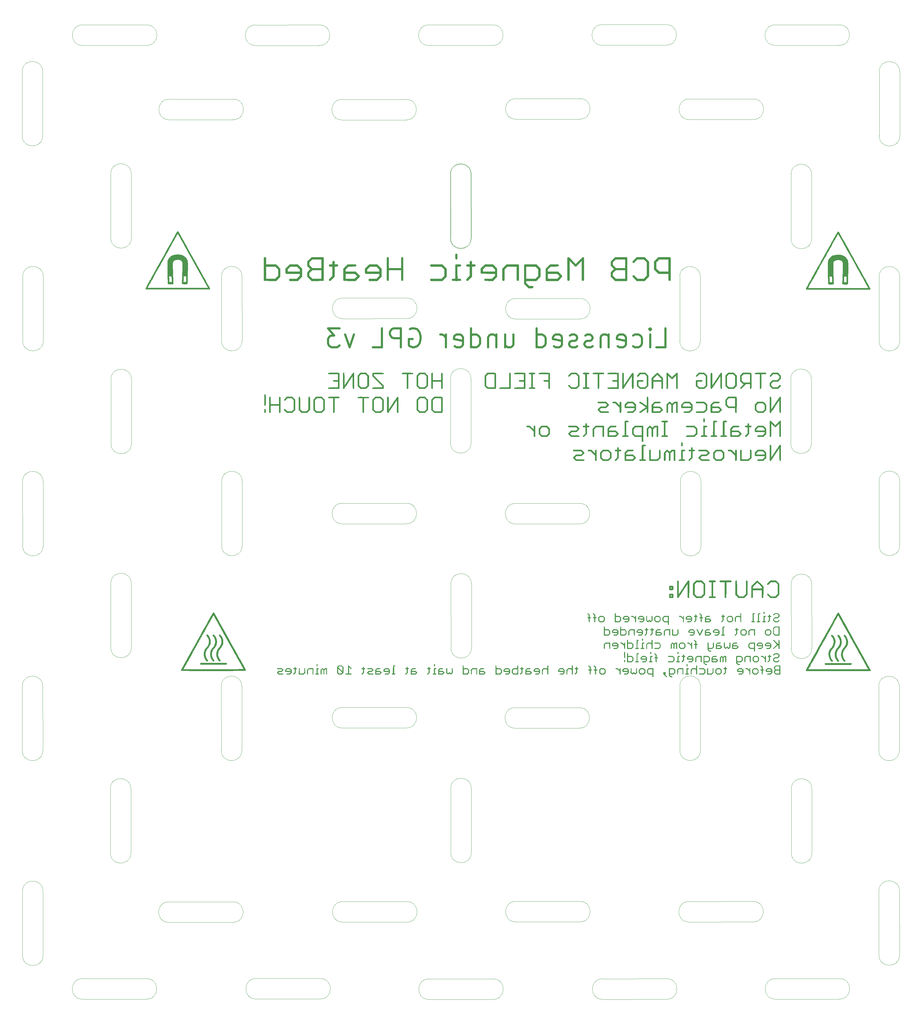
<source format=gbr>
%TF.GenerationSoftware,KiCad,Pcbnew,(6.0.9)*%
%TF.CreationDate,2023-01-15T15:11:06+01:00*%
%TF.ProjectId,Heatbed-MK52,48656174-6265-4642-9d4d-4b35322e6b69,rev?*%
%TF.SameCoordinates,Original*%
%TF.FileFunction,Legend,Bot*%
%TF.FilePolarity,Positive*%
%FSLAX46Y46*%
G04 Gerber Fmt 4.6, Leading zero omitted, Abs format (unit mm)*
G04 Created by KiCad (PCBNEW (6.0.9)) date 2023-01-15 15:11:06*
%MOMM*%
%LPD*%
G01*
G04 APERTURE LIST*
%ADD10C,0.120000*%
%ADD11C,0.700000*%
%ADD12C,0.010000*%
G04 APERTURE END LIST*
D10*
X194151289Y134000158D02*
X173751289Y133988798D01*
X118539096Y189013798D02*
X138951289Y189025158D01*
X51663799Y364860904D02*
G75*
G03*
X45138798Y365035904I-3263799J39096D01*
G01*
X276535904Y412236202D02*
X256123711Y412224842D01*
X118814096Y325488799D02*
G75*
G03*
X118639096Y318963798I-39096J-3263799D01*
G01*
X295625158Y376898711D02*
X295613798Y397298711D01*
X194185904Y388811202D02*
X173773711Y388799842D01*
X86738799Y202210904D02*
G75*
G03*
X80213798Y202385904I-3263799J39096D01*
G01*
X249235904Y388686202D02*
X228823711Y388674842D01*
X276426290Y102950246D02*
G75*
G03*
X276601289Y109475158I39110J3263754D01*
G01*
X276551289Y109475158D02*
X256151289Y109463798D01*
X153075165Y149548711D02*
G75*
G03*
X159600158Y149373711I3263795J-39091D01*
G01*
X261013798Y299860904D02*
X261025158Y279448711D01*
X221701289Y109425158D02*
X201301289Y109413798D01*
X45138798Y365035904D02*
X45150158Y344623711D01*
X139176289Y325500158D02*
X118776289Y325488798D01*
X166385904Y405686201D02*
G75*
G03*
X166560904Y412211202I39096J3263799D01*
G01*
X139051289Y318975165D02*
G75*
G03*
X139226289Y325500158I39091J3263795D01*
G01*
X256014096Y102938798D02*
X276426289Y102950158D01*
X139076289Y127400165D02*
G75*
G03*
X139251289Y133925158I39091J3263795D01*
G01*
X225975246Y246948710D02*
G75*
G03*
X232500158Y246773711I3263754J-39110D01*
G01*
X225800246Y181998710D02*
G75*
G03*
X232325158Y181823711I3263754J-39110D01*
G01*
X261088798Y364860904D02*
X261100158Y344448711D01*
X56451289Y102950165D02*
G75*
G03*
X56626289Y109475158I39091J3263795D01*
G01*
X51663799Y234835904D02*
G75*
G03*
X45138798Y235010904I-3263799J39096D01*
G01*
X232488799Y267185904D02*
G75*
G03*
X225963798Y267360904I-3263799J39096D01*
G01*
X173589096Y195488799D02*
G75*
G03*
X173414096Y188963798I-39096J-3263799D01*
G01*
X193926289Y253800165D02*
G75*
G03*
X194101289Y260325158I39091J3263795D01*
G01*
X84135904Y388636202D02*
X63723711Y388624842D01*
X153063798Y169960904D02*
X153075158Y149548711D01*
X166560904Y412211202D02*
X146148711Y412199842D01*
X232300158Y311848711D02*
X232288798Y332248711D01*
X159475158Y344348711D02*
X159463798Y364748711D01*
X80288798Y332435904D02*
X80300158Y312023711D01*
X45200165Y279373711D02*
G75*
G03*
X51725158Y279198711I3263795J-39091D01*
G01*
X139035904Y388561202D02*
X118623711Y388549842D01*
X152938798Y364885904D02*
X152950158Y344473711D01*
X45150165Y344623711D02*
G75*
G03*
X51675158Y344448711I3263795J-39091D01*
G01*
X255998711Y405699842D02*
X276398711Y405711202D01*
X289100246Y377023710D02*
G75*
G03*
X295625158Y376848711I3263754J-39110D01*
G01*
X23650158Y116773711D02*
X23638798Y137173711D01*
X118514096Y253838798D02*
X138926289Y253850158D01*
X63598711Y382099842D02*
X83998711Y382111202D01*
X56576289Y109475158D02*
X36176289Y109463798D01*
X267613799Y364685904D02*
G75*
G03*
X261088798Y364860904I-3263799J39096D01*
G01*
X289075246Y247048710D02*
G75*
G03*
X295600158Y246873711I3263754J-39110D01*
G01*
X23550158Y376948711D02*
X23538798Y397348711D01*
X118714096Y195538799D02*
G75*
G03*
X118539096Y189013798I-39096J-3263799D01*
G01*
X36039096Y102938798D02*
X56451289Y102950158D01*
X267625158Y344323711D02*
X267613798Y364723711D01*
X36250000Y412199996D02*
G75*
G03*
X36075000Y405675000I-39100J-3263796D01*
G01*
X23713799Y332235904D02*
G75*
G03*
X17188798Y332410904I-3263799J39096D01*
G01*
X232288799Y332210904D02*
G75*
G03*
X225763798Y332385904I-3263799J39096D01*
G01*
X111560904Y412186202D02*
X91148711Y412174842D01*
X295600158Y246923711D02*
X295588798Y267323711D01*
X91164096Y102988798D02*
X111576289Y103000158D01*
X166576289Y109400158D02*
X146176289Y109388798D01*
X17200157Y311998711D02*
G75*
G03*
X23725158Y311823711I3263799J-39096D01*
G01*
X118639096Y318963798D02*
X139051289Y318975158D01*
X152975165Y279573711D02*
G75*
G03*
X159500158Y279398711I3263795J-39091D01*
G01*
X194010904Y382286201D02*
G75*
G03*
X194185904Y388811202I39096J3263799D01*
G01*
X111701289Y109525158D02*
X91301289Y109513798D01*
X288950246Y181923710D02*
G75*
G03*
X295475158Y181748711I3263754J-39110D01*
G01*
X173414096Y188963798D02*
X193826289Y188975158D01*
X91148711Y412174835D02*
G75*
G03*
X90973711Y405649842I-39091J-3263795D01*
G01*
X201073711Y405749842D02*
X221473711Y405761202D01*
X138860904Y382036201D02*
G75*
G03*
X139035904Y388561202I39096J3263799D01*
G01*
X146214096Y109388799D02*
G75*
G03*
X146039096Y102863798I-39096J-3263799D01*
G01*
X80213798Y202385904D02*
X80225158Y181973711D01*
X261100246Y344448710D02*
G75*
G03*
X267625158Y344273711I3263754J-39110D01*
G01*
X56487193Y405686364D02*
G75*
G03*
X56662193Y412211360I39097J3263796D01*
G01*
X51725158Y279248711D02*
X51713798Y299648711D01*
X173614096Y127463798D02*
X194026289Y127475158D01*
X45150165Y214598711D02*
G75*
G03*
X51675158Y214423711I3263795J-39091D01*
G01*
X86875158Y246848711D02*
X86863798Y267248711D01*
X139076289Y195550158D02*
X118676289Y195538798D01*
X256123710Y412224754D02*
G75*
G03*
X255948711Y405699842I-39110J-3263754D01*
G01*
X261138798Y234760904D02*
X261150158Y214348711D01*
X232313799Y202235904D02*
G75*
G03*
X225788798Y202410904I-3263799J39096D01*
G01*
X80338798Y267385904D02*
X80350158Y246973711D01*
X289063798Y267460904D02*
X289075158Y247048711D01*
X194026289Y127475165D02*
G75*
G03*
X194201289Y134000158I39091J3263795D01*
G01*
X159488799Y299810904D02*
G75*
G03*
X152963798Y299985904I-3263799J39096D01*
G01*
X295588799Y332210904D02*
G75*
G03*
X289063798Y332385904I-3263799J39096D01*
G01*
X201198711Y412274835D02*
G75*
G03*
X201023711Y405749842I-39091J-3263795D01*
G01*
X295613799Y397260904D02*
G75*
G03*
X289088798Y397435904I-3263799J39096D01*
G01*
X193826289Y188975165D02*
G75*
G03*
X194001289Y195500158I39091J3263795D01*
G01*
X118623711Y388549835D02*
G75*
G03*
X118448711Y382024842I-39091J-3263795D01*
G01*
X153125165Y214498711D02*
G75*
G03*
X159650158Y214323711I3263795J-39091D01*
G01*
X23563799Y202185904D02*
G75*
G03*
X17038798Y202360904I-3263799J39096D01*
G01*
X194051289Y260325158D02*
X173651289Y260313798D01*
X225775246Y311973710D02*
G75*
G03*
X232300158Y311798711I3263754J-39110D01*
G01*
X17038798Y202360904D02*
X17050158Y181948711D01*
X17138798Y267360904D02*
X17150158Y246948711D01*
X17025157Y377073711D02*
G75*
G03*
X23550158Y376898711I3263799J-39096D01*
G01*
X139201289Y133925158D02*
X118801289Y133913798D01*
X84001289Y133850158D02*
X63601289Y133838798D01*
X139051289Y260375158D02*
X118651289Y260363798D01*
X225788798Y202410904D02*
X225800158Y181998711D01*
X80350165Y246973711D02*
G75*
G03*
X86875158Y246798711I3263795J-39091D01*
G01*
X267550158Y279323711D02*
X267538798Y299723711D01*
X159563799Y364835904D02*
G75*
G03*
X153038798Y365010904I-3263799J39096D01*
G01*
X17188798Y332410904D02*
X17200158Y311998711D01*
X118664096Y127388798D02*
X139076289Y127400158D01*
X80300165Y312023711D02*
G75*
G03*
X86825158Y311848711I3263795J-39091D01*
G01*
X289088798Y397435904D02*
X289100158Y377023711D01*
X51675158Y344498711D02*
X51663798Y364898711D01*
X289075246Y311973710D02*
G75*
G03*
X295600158Y311798711I3263754J-39110D01*
G01*
X86750158Y181848711D02*
X86738798Y202248711D01*
X23538799Y397310904D02*
G75*
G03*
X17013798Y397485904I-3263799J39096D01*
G01*
X159463799Y364710904D02*
G75*
G03*
X152938798Y364885904I-3263799J39096D01*
G01*
X153038798Y365010904D02*
X153050158Y344598711D01*
X288938798Y202335904D02*
X288950158Y181923711D01*
X173773711Y388799835D02*
G75*
G03*
X173598711Y382274842I-39091J-3263795D01*
G01*
X51713799Y299610904D02*
G75*
G03*
X45188798Y299785904I-3263799J39096D01*
G01*
X249060904Y382161201D02*
G75*
G03*
X249235904Y388686202I39096J3263799D01*
G01*
X146023711Y405674842D02*
X166423711Y405686202D01*
X173648711Y382274842D02*
X194048711Y382286202D01*
X17150157Y246948711D02*
G75*
G03*
X23675158Y246773711I3263799J-39096D01*
G01*
X17013798Y397485904D02*
X17025158Y377073711D01*
X173614096Y318838798D02*
X194026289Y318850158D01*
X173789096Y325363799D02*
G75*
G03*
X173614096Y318838798I-39096J-3263799D01*
G01*
X45025165Y149423711D02*
G75*
G03*
X51550158Y149248711I3263795J-39091D01*
G01*
X51675158Y214473711D02*
X51663798Y234873711D01*
X261150246Y214348710D02*
G75*
G03*
X267675158Y214173711I3263754J-39110D01*
G01*
X228698711Y382149842D02*
X249098711Y382161202D01*
X225763798Y332385904D02*
X225775158Y311973711D01*
X23575158Y181823711D02*
X23563798Y202223711D01*
X63464096Y127313798D02*
X83876289Y127325158D01*
X228823710Y388674754D02*
G75*
G03*
X228648711Y382149842I-39110J-3263754D01*
G01*
X152950165Y344473711D02*
G75*
G03*
X159475158Y344298711I3263795J-39091D01*
G01*
X295513799Y137235904D02*
G75*
G03*
X288988798Y137410904I-3263799J39096D01*
G01*
X23675158Y246823711D02*
X23663798Y267223711D01*
X45013798Y169835904D02*
X45025158Y149423711D01*
X138926289Y253850165D02*
G75*
G03*
X139101289Y260375158I39091J3263795D01*
G01*
X17050157Y181948711D02*
G75*
G03*
X23575158Y181773711I3263799J-39096D01*
G01*
X45188798Y299785904D02*
X45200158Y279373711D01*
X111385904Y405661201D02*
G75*
G03*
X111560904Y412186202I39096J3263799D01*
G01*
X276360904Y405711201D02*
G75*
G03*
X276535904Y412236202I39096J3263799D01*
G01*
X267725158Y149273711D02*
X267713798Y169673711D01*
X267675158Y214223711D02*
X267663798Y234623711D01*
X173514096Y253788798D02*
X193926289Y253800158D01*
X63639096Y133838799D02*
G75*
G03*
X63464096Y127313798I-39096J-3263799D01*
G01*
X289000246Y116998710D02*
G75*
G03*
X295525158Y116823711I3263754J-39110D01*
G01*
X23725158Y311873711D02*
X23713798Y332273711D01*
X221610904Y412286202D02*
X201198711Y412274842D01*
X193951289Y195500158D02*
X173551289Y195488798D01*
X45138798Y235010904D02*
X45150158Y214598711D01*
X23638799Y137135904D02*
G75*
G03*
X17113798Y137310904I-3263799J39096D01*
G01*
X194026289Y318850165D02*
G75*
G03*
X194201289Y325375158I39091J3263795D01*
G01*
X232500158Y246823711D02*
X232488798Y267223711D01*
X267713799Y169635904D02*
G75*
G03*
X261188798Y169810904I-3263799J39096D01*
G01*
X118839096Y133913799D02*
G75*
G03*
X118664096Y127388798I-39096J-3263799D01*
G01*
X23663799Y267185904D02*
G75*
G03*
X17138798Y267360904I-3263799J39096D01*
G01*
X91339096Y109513799D02*
G75*
G03*
X91164096Y102988798I-39096J-3263799D01*
G01*
X166451289Y102875165D02*
G75*
G03*
X166626289Y109400158I39091J3263795D01*
G01*
X51538799Y169660904D02*
G75*
G03*
X45013798Y169835904I-3263799J39096D01*
G01*
X159600158Y149423711D02*
X159588798Y169823711D01*
X261188798Y169810904D02*
X261200158Y149398711D01*
X295525158Y116873711D02*
X295513798Y137273711D01*
X118689096Y260363799D02*
G75*
G03*
X118514096Y253838798I-39096J-3263799D01*
G01*
X261200246Y149398710D02*
G75*
G03*
X267725158Y149223711I3263754J-39110D01*
G01*
X295588799Y267285904D02*
G75*
G03*
X289063798Y267460904I-3263799J39096D01*
G01*
X159575158Y344473711D02*
X159563798Y364873711D01*
X146148711Y412199835D02*
G75*
G03*
X145973711Y405674842I-39091J-3263795D01*
G01*
X83960904Y382111201D02*
G75*
G03*
X84135904Y388636202I39096J3263799D01*
G01*
X86825158Y311898711D02*
X86813798Y332298711D01*
X288988798Y137410904D02*
X289000158Y116998711D01*
X221576290Y102900246D02*
G75*
G03*
X221751289Y109425158I39110J3263754D01*
G01*
X261025246Y279448710D02*
G75*
G03*
X267550158Y279273711I3263754J-39110D01*
G01*
X51550158Y149298711D02*
X51538798Y169698711D01*
X295475158Y181798711D02*
X295463798Y202198711D01*
X118498711Y382024842D02*
X138898711Y382036202D01*
X159650158Y214373711D02*
X159638798Y234773711D01*
X225963798Y267360904D02*
X225975158Y246948711D01*
X138951289Y189025165D02*
G75*
G03*
X139126289Y195550158I39091J3263795D01*
G01*
X289063798Y332385904D02*
X289075158Y311973711D01*
X228764096Y133963799D02*
G75*
G03*
X228589096Y127438798I-39096J-3263799D01*
G01*
X153050165Y344598711D02*
G75*
G03*
X159575158Y344423711I3263795J-39091D01*
G01*
X173689096Y260313799D02*
G75*
G03*
X173514096Y253788798I-39096J-3263799D01*
G01*
X201339096Y109413799D02*
G75*
G03*
X201164096Y102888798I-39096J-3263799D01*
G01*
X17113798Y137310904D02*
X17125158Y116898711D01*
X83876289Y127325165D02*
G75*
G03*
X84051289Y133850158I39091J3263795D01*
G01*
X36214096Y109463799D02*
G75*
G03*
X36039096Y102938798I-39096J-3263799D01*
G01*
X194151289Y325375158D02*
X173751289Y325363798D01*
X159638799Y234735904D02*
G75*
G03*
X153113798Y234910904I-3263799J39096D01*
G01*
X159588799Y169785904D02*
G75*
G03*
X153063798Y169960904I-3263799J39096D01*
G01*
X249126289Y133975158D02*
X228726289Y133963798D01*
X267538799Y299685904D02*
G75*
G03*
X261013798Y299860904I-3263799J39096D01*
G01*
X80225165Y181973711D02*
G75*
G03*
X86750158Y181798711I3263795J-39091D01*
G01*
X256189096Y109463799D02*
G75*
G03*
X256014096Y102938798I-39096J-3263799D01*
G01*
X146039096Y102863798D02*
X166451289Y102875158D01*
X91023711Y405649842D02*
X111423711Y405661202D01*
X201164096Y102888798D02*
X221576289Y102900158D01*
X228589096Y127438798D02*
X249001289Y127450158D01*
X86813799Y332260904D02*
G75*
G03*
X80288798Y332435904I-3263799J39096D01*
G01*
X173789096Y133988799D02*
G75*
G03*
X173614096Y127463798I-39096J-3263799D01*
G01*
X56662193Y412211360D02*
X36250000Y412200000D01*
X249001290Y127450246D02*
G75*
G03*
X249176289Y133975158I39110J3263754D01*
G01*
X221435904Y405761201D02*
G75*
G03*
X221610904Y412286202I39096J3263799D01*
G01*
X63723711Y388624835D02*
G75*
G03*
X63548711Y382099842I-39091J-3263795D01*
G01*
X17125157Y116898711D02*
G75*
G03*
X23650158Y116723711I3263799J-39096D01*
G01*
X159500158Y279448711D02*
X159488798Y299848711D01*
X267663799Y234585904D02*
G75*
G03*
X261138798Y234760904I-3263799J39096D01*
G01*
X295600158Y311848711D02*
X295588798Y332248711D01*
X295463799Y202160904D02*
G75*
G03*
X288938798Y202335904I-3263799J39096D01*
G01*
X152963798Y299985904D02*
X152975158Y279573711D01*
X36125000Y405675000D02*
X56525000Y405686360D01*
X86863799Y267210904D02*
G75*
G03*
X80338798Y267385904I-3263799J39096D01*
G01*
X111576289Y103000165D02*
G75*
G03*
X111751289Y109525158I39091J3263795D01*
G01*
X232325158Y181873711D02*
X232313798Y202273711D01*
X153113798Y234910904D02*
X153125158Y214498711D01*
D11*
%TO.C,G\u002A\u002A\u002A*%
X218371428Y309885714D02*
X221228571Y309885714D01*
X221228571Y315885714D01*
X216371428Y309885714D02*
X216371428Y313885714D01*
X216371428Y315885714D02*
X216657142Y315600000D01*
X216371428Y315314285D01*
X216085714Y315600000D01*
X216371428Y315885714D01*
X216371428Y315314285D01*
X210942857Y310171428D02*
X211514285Y309885714D01*
X212657142Y309885714D01*
X213228571Y310171428D01*
X213514285Y310457142D01*
X213800000Y311028571D01*
X213800000Y312742857D01*
X213514285Y313314285D01*
X213228571Y313600000D01*
X212657142Y313885714D01*
X211514285Y313885714D01*
X210942857Y313600000D01*
X206085714Y310171428D02*
X206657142Y309885714D01*
X207800000Y309885714D01*
X208371428Y310171428D01*
X208657142Y310742857D01*
X208657142Y313028571D01*
X208371428Y313600000D01*
X207800000Y313885714D01*
X206657142Y313885714D01*
X206085714Y313600000D01*
X205800000Y313028571D01*
X205800000Y312457142D01*
X208657142Y311885714D01*
X203228571Y313885714D02*
X203228571Y309885714D01*
X203228571Y313314285D02*
X202942857Y313600000D01*
X202371428Y313885714D01*
X201514285Y313885714D01*
X200942857Y313600000D01*
X200657142Y313028571D01*
X200657142Y309885714D01*
X198085714Y310171428D02*
X197514285Y309885714D01*
X196371428Y309885714D01*
X195800000Y310171428D01*
X195514285Y310742857D01*
X195514285Y311028571D01*
X195800000Y311600000D01*
X196371428Y311885714D01*
X197228571Y311885714D01*
X197800000Y312171428D01*
X198085714Y312742857D01*
X198085714Y313028571D01*
X197800000Y313600000D01*
X197228571Y313885714D01*
X196371428Y313885714D01*
X195800000Y313600000D01*
X193228571Y310171428D02*
X192657142Y309885714D01*
X191514285Y309885714D01*
X190942857Y310171428D01*
X190657142Y310742857D01*
X190657142Y311028571D01*
X190942857Y311600000D01*
X191514285Y311885714D01*
X192371428Y311885714D01*
X192942857Y312171428D01*
X193228571Y312742857D01*
X193228571Y313028571D01*
X192942857Y313600000D01*
X192371428Y313885714D01*
X191514285Y313885714D01*
X190942857Y313600000D01*
X185800000Y310171428D02*
X186371428Y309885714D01*
X187514285Y309885714D01*
X188085714Y310171428D01*
X188371428Y310742857D01*
X188371428Y313028571D01*
X188085714Y313600000D01*
X187514285Y313885714D01*
X186371428Y313885714D01*
X185800000Y313600000D01*
X185514285Y313028571D01*
X185514285Y312457142D01*
X188371428Y311885714D01*
X180371428Y309885714D02*
X180371428Y315885714D01*
X180371428Y310171428D02*
X180942857Y309885714D01*
X182085714Y309885714D01*
X182657142Y310171428D01*
X182942857Y310457142D01*
X183228571Y311028571D01*
X183228571Y312742857D01*
X182942857Y313314285D01*
X182657142Y313600000D01*
X182085714Y313885714D01*
X180942857Y313885714D01*
X180371428Y313600000D01*
X170371428Y313885714D02*
X170371428Y309885714D01*
X172942857Y313885714D02*
X172942857Y310742857D01*
X172657142Y310171428D01*
X172085714Y309885714D01*
X171228571Y309885714D01*
X170657142Y310171428D01*
X170371428Y310457142D01*
X167514285Y313885714D02*
X167514285Y309885714D01*
X167514285Y313314285D02*
X167228571Y313600000D01*
X166657142Y313885714D01*
X165800000Y313885714D01*
X165228571Y313600000D01*
X164942857Y313028571D01*
X164942857Y309885714D01*
X159514285Y309885714D02*
X159514285Y315885714D01*
X159514285Y310171428D02*
X160085714Y309885714D01*
X161228571Y309885714D01*
X161800000Y310171428D01*
X162085714Y310457142D01*
X162371428Y311028571D01*
X162371428Y312742857D01*
X162085714Y313314285D01*
X161800000Y313600000D01*
X161228571Y313885714D01*
X160085714Y313885714D01*
X159514285Y313600000D01*
X154371428Y310171428D02*
X154942857Y309885714D01*
X156085714Y309885714D01*
X156657142Y310171428D01*
X156942857Y310742857D01*
X156942857Y313028571D01*
X156657142Y313600000D01*
X156085714Y313885714D01*
X154942857Y313885714D01*
X154371428Y313600000D01*
X154085714Y313028571D01*
X154085714Y312457142D01*
X156942857Y311885714D01*
X151514285Y309885714D02*
X151514285Y313885714D01*
X151514285Y312742857D02*
X151228571Y313314285D01*
X150942857Y313600000D01*
X150371428Y313885714D01*
X149800000Y313885714D01*
X140085714Y315600000D02*
X140657142Y315885714D01*
X141514285Y315885714D01*
X142371428Y315600000D01*
X142942857Y315028571D01*
X143228571Y314457142D01*
X143514285Y313314285D01*
X143514285Y312457142D01*
X143228571Y311314285D01*
X142942857Y310742857D01*
X142371428Y310171428D01*
X141514285Y309885714D01*
X140942857Y309885714D01*
X140085714Y310171428D01*
X139800000Y310457142D01*
X139800000Y312457142D01*
X140942857Y312457142D01*
X137228571Y309885714D02*
X137228571Y315885714D01*
X134942857Y315885714D01*
X134371428Y315600000D01*
X134085714Y315314285D01*
X133800000Y314742857D01*
X133800000Y313885714D01*
X134085714Y313314285D01*
X134371428Y313028571D01*
X134942857Y312742857D01*
X137228571Y312742857D01*
X128371428Y309885714D02*
X131228571Y309885714D01*
X131228571Y315885714D01*
X122371428Y313885714D02*
X120942857Y309885714D01*
X119514285Y313885714D01*
X117800000Y315885714D02*
X114085714Y315885714D01*
X116085714Y313600000D01*
X115228571Y313600000D01*
X114657142Y313314285D01*
X114371428Y313028571D01*
X114085714Y312457142D01*
X114085714Y311028571D01*
X114371428Y310457142D01*
X114657142Y310171428D01*
X115228571Y309885714D01*
X116942857Y309885714D01*
X117514285Y310171428D01*
X117800000Y310457142D01*
G36*
X211354569Y289539825D02*
G01*
X210904864Y289085742D01*
X210045260Y289085742D01*
X209818943Y289086266D01*
X209555851Y289089898D01*
X209360569Y289098832D01*
X209223135Y289115194D01*
X209133585Y289141108D01*
X209081956Y289178699D01*
X209058284Y289230091D01*
X209052608Y289297409D01*
X209052805Y289312424D01*
X209062633Y289379218D01*
X209094811Y289429050D01*
X209159720Y289464357D01*
X209267740Y289487577D01*
X209429253Y289501145D01*
X209654639Y289507499D01*
X209954279Y289509075D01*
X210722902Y289509075D01*
X211051922Y289836166D01*
X211380941Y290163256D01*
X211380941Y290654918D01*
X209896708Y290650443D01*
X209474434Y290649994D01*
X209123417Y290651587D01*
X208845625Y290655416D01*
X208635299Y290661654D01*
X208486681Y290670473D01*
X208394015Y290682044D01*
X208351542Y290696539D01*
X208344770Y290703049D01*
X208318899Y290755800D01*
X208302215Y290854267D01*
X208293268Y291011387D01*
X208292523Y291075409D01*
X208713941Y291075409D01*
X211380941Y291075409D01*
X211380941Y291298652D01*
X211380265Y291371865D01*
X211371896Y291453429D01*
X211345373Y291524367D01*
X211290200Y291602235D01*
X211195882Y291704589D01*
X211051922Y291848985D01*
X210722902Y292176075D01*
X209368122Y292176075D01*
X209041032Y291847056D01*
X208938441Y291743415D01*
X208829738Y291628468D01*
X208763393Y291543918D01*
X208728949Y291472172D01*
X208715951Y291395638D01*
X208713941Y291296722D01*
X208713941Y291075409D01*
X208292523Y291075409D01*
X208290608Y291240099D01*
X208290608Y291733088D01*
X208728941Y292169930D01*
X209167275Y292606771D01*
X210927608Y292606771D01*
X211365942Y292169930D01*
X211804275Y291733088D01*
X211804275Y289993909D01*
X211354569Y289539825D01*
G37*
D12*
X211354569Y289539825D02*
X210904864Y289085742D01*
X210045260Y289085742D01*
X209818943Y289086266D01*
X209555851Y289089898D01*
X209360569Y289098832D01*
X209223135Y289115194D01*
X209133585Y289141108D01*
X209081956Y289178699D01*
X209058284Y289230091D01*
X209052608Y289297409D01*
X209052805Y289312424D01*
X209062633Y289379218D01*
X209094811Y289429050D01*
X209159720Y289464357D01*
X209267740Y289487577D01*
X209429253Y289501145D01*
X209654639Y289507499D01*
X209954279Y289509075D01*
X210722902Y289509075D01*
X211051922Y289836166D01*
X211380941Y290163256D01*
X211380941Y290654918D01*
X209896708Y290650443D01*
X209474434Y290649994D01*
X209123417Y290651587D01*
X208845625Y290655416D01*
X208635299Y290661654D01*
X208486681Y290670473D01*
X208394015Y290682044D01*
X208351542Y290696539D01*
X208344770Y290703049D01*
X208318899Y290755800D01*
X208302215Y290854267D01*
X208293268Y291011387D01*
X208292523Y291075409D01*
X208713941Y291075409D01*
X211380941Y291075409D01*
X211380941Y291298652D01*
X211380265Y291371865D01*
X211371896Y291453429D01*
X211345373Y291524367D01*
X211290200Y291602235D01*
X211195882Y291704589D01*
X211051922Y291848985D01*
X210722902Y292176075D01*
X209368122Y292176075D01*
X209041032Y291847056D01*
X208938441Y291743415D01*
X208829738Y291628468D01*
X208763393Y291543918D01*
X208728949Y291472172D01*
X208715951Y291395638D01*
X208713941Y291296722D01*
X208713941Y291075409D01*
X208292523Y291075409D01*
X208290608Y291240099D01*
X208290608Y291733088D01*
X208728941Y292169930D01*
X209167275Y292606771D01*
X210927608Y292606771D01*
X211365942Y292169930D01*
X211804275Y291733088D01*
X211804275Y289993909D01*
X211354569Y289539825D01*
G36*
X215266801Y301350079D02*
G01*
X215700982Y300914416D01*
X215700982Y297602170D01*
X215247305Y297153956D01*
X214793629Y296705742D01*
X213091011Y296705742D01*
X212638143Y297158610D01*
X212185275Y297611479D01*
X212185275Y298483644D01*
X212185277Y298495621D01*
X212187176Y298822428D01*
X212192873Y299070883D01*
X212202700Y299247033D01*
X212216990Y299356926D01*
X212236075Y299406609D01*
X212237496Y299407919D01*
X212290460Y299426618D01*
X212403774Y299440586D01*
X212583499Y299450152D01*
X212835697Y299455650D01*
X213166432Y299457409D01*
X214045990Y299457409D01*
X214115334Y299351575D01*
X214152881Y299287911D01*
X214160126Y299222764D01*
X214115334Y299139909D01*
X214045990Y299034075D01*
X212608608Y299034075D01*
X212608608Y297787115D01*
X212935698Y297458095D01*
X213262789Y297129075D01*
X214617568Y297129075D01*
X214946588Y297456166D01*
X215275608Y297783256D01*
X215275608Y300704369D01*
X214621428Y301362409D01*
X213263010Y301362409D01*
X212883775Y300981409D01*
X212813026Y300911189D01*
X212637055Y300748195D01*
X212500730Y300645470D01*
X212394696Y300598244D01*
X212309596Y300601747D01*
X212236075Y300651209D01*
X212194877Y300706094D01*
X212181392Y300780018D01*
X212211724Y300871775D01*
X212290976Y300990698D01*
X212424249Y301146122D01*
X212616647Y301347379D01*
X213048019Y301785742D01*
X214832621Y301785742D01*
X215266801Y301350079D01*
G37*
X215266801Y301350079D02*
X215700982Y300914416D01*
X215700982Y297602170D01*
X215247305Y297153956D01*
X214793629Y296705742D01*
X213091011Y296705742D01*
X212638143Y297158610D01*
X212185275Y297611479D01*
X212185275Y298483644D01*
X212185277Y298495621D01*
X212187176Y298822428D01*
X212192873Y299070883D01*
X212202700Y299247033D01*
X212216990Y299356926D01*
X212236075Y299406609D01*
X212237496Y299407919D01*
X212290460Y299426618D01*
X212403774Y299440586D01*
X212583499Y299450152D01*
X212835697Y299455650D01*
X213166432Y299457409D01*
X214045990Y299457409D01*
X214115334Y299351575D01*
X214152881Y299287911D01*
X214160126Y299222764D01*
X214115334Y299139909D01*
X214045990Y299034075D01*
X212608608Y299034075D01*
X212608608Y297787115D01*
X212935698Y297458095D01*
X213262789Y297129075D01*
X214617568Y297129075D01*
X214946588Y297456166D01*
X215275608Y297783256D01*
X215275608Y300704369D01*
X214621428Y301362409D01*
X213263010Y301362409D01*
X212883775Y300981409D01*
X212813026Y300911189D01*
X212637055Y300748195D01*
X212500730Y300645470D01*
X212394696Y300598244D01*
X212309596Y300601747D01*
X212236075Y300651209D01*
X212194877Y300706094D01*
X212181392Y300780018D01*
X212211724Y300871775D01*
X212290976Y300990698D01*
X212424249Y301146122D01*
X212616647Y301347379D01*
X213048019Y301785742D01*
X214832621Y301785742D01*
X215266801Y301350079D01*
G36*
X206668500Y207376377D02*
G01*
X206668500Y207631876D01*
X206676527Y207781582D01*
X206711608Y207931338D01*
X206771502Y208012333D01*
X206852878Y208017598D01*
X206855428Y208016556D01*
X206877828Y207998164D01*
X206894675Y207958101D01*
X206906739Y207885869D01*
X206914786Y207770968D01*
X206919583Y207602901D01*
X206921899Y207371170D01*
X206922500Y207065275D01*
X206922281Y206949883D01*
X206920075Y206688574D01*
X206915799Y206461458D01*
X206909825Y206281152D01*
X206902527Y206160276D01*
X206894278Y206111446D01*
X206840261Y206085090D01*
X206753008Y206095334D01*
X206694196Y206150187D01*
X206687839Y206179532D01*
X206677899Y206286308D01*
X206671051Y206443031D01*
X206668500Y206627319D01*
X206668500Y207037489D01*
X206297246Y207407023D01*
X206286399Y207417819D01*
X206133920Y207568365D01*
X206024813Y207669510D01*
X205943461Y207731079D01*
X205874247Y207762894D01*
X205801553Y207774779D01*
X205709763Y207776557D01*
X205632072Y207779688D01*
X205488574Y207811861D01*
X205413601Y207875517D01*
X205413602Y207966518D01*
X205417013Y207973876D01*
X205461578Y208007532D01*
X205558757Y208025343D01*
X205724318Y208030557D01*
X206010460Y208030557D01*
X206668500Y207376377D01*
G37*
X206668500Y207376377D02*
X206668500Y207631876D01*
X206676527Y207781582D01*
X206711608Y207931338D01*
X206771502Y208012333D01*
X206852878Y208017598D01*
X206855428Y208016556D01*
X206877828Y207998164D01*
X206894675Y207958101D01*
X206906739Y207885869D01*
X206914786Y207770968D01*
X206919583Y207602901D01*
X206921899Y207371170D01*
X206922500Y207065275D01*
X206922281Y206949883D01*
X206920075Y206688574D01*
X206915799Y206461458D01*
X206909825Y206281152D01*
X206902527Y206160276D01*
X206894278Y206111446D01*
X206840261Y206085090D01*
X206753008Y206095334D01*
X206694196Y206150187D01*
X206687839Y206179532D01*
X206677899Y206286308D01*
X206671051Y206443031D01*
X206668500Y206627319D01*
X206668500Y207037489D01*
X206297246Y207407023D01*
X206286399Y207417819D01*
X206133920Y207568365D01*
X206024813Y207669510D01*
X205943461Y207731079D01*
X205874247Y207762894D01*
X205801553Y207774779D01*
X205709763Y207776557D01*
X205632072Y207779688D01*
X205488574Y207811861D01*
X205413601Y207875517D01*
X205413602Y207966518D01*
X205417013Y207973876D01*
X205461578Y208007532D01*
X205558757Y208025343D01*
X205724318Y208030557D01*
X206010460Y208030557D01*
X206668500Y207376377D01*
G36*
X112676887Y333420742D02*
G01*
X112676823Y332957722D01*
X112676741Y332534981D01*
X112676643Y332158860D01*
X112676530Y331835700D01*
X112676406Y331571842D01*
X112676271Y331373628D01*
X112676127Y331247398D01*
X112675975Y331199494D01*
X112652830Y331148362D01*
X112590324Y331072494D01*
X112589391Y331071563D01*
X112566244Y331051322D01*
X112536133Y331034633D01*
X112491289Y331021156D01*
X112423941Y331010547D01*
X112326319Y331002464D01*
X112190652Y330996565D01*
X112009170Y330992506D01*
X111774103Y330989945D01*
X111477680Y330988540D01*
X111112132Y330987949D01*
X110669687Y330987827D01*
X108833716Y330987827D01*
X108172020Y331652583D01*
X108083688Y331741706D01*
X107900063Y331929595D01*
X107742146Y332094745D01*
X107618550Y332227946D01*
X107537888Y332319989D01*
X107508774Y332361667D01*
X107507916Y332422329D01*
X107507157Y332549641D01*
X107507074Y332573946D01*
X108145324Y332573946D01*
X108622237Y332098387D01*
X109099149Y331622827D01*
X112039991Y331622827D01*
X112039991Y334416827D01*
X109096443Y334416827D01*
X108620884Y333939915D01*
X108145324Y333463003D01*
X108145324Y332573946D01*
X107507074Y332573946D01*
X107506567Y332723441D01*
X107506164Y332924991D01*
X107505966Y333135555D01*
X107505989Y333336399D01*
X107506250Y333508784D01*
X107506767Y333633976D01*
X107507556Y333693238D01*
X107520985Y333719761D01*
X107584825Y333801818D01*
X107692100Y333924329D01*
X107832687Y334075870D01*
X107996465Y334245018D01*
X108482605Y334737221D01*
X108035958Y335180274D01*
X107968480Y335247624D01*
X107813639Y335405454D01*
X107683327Y335542793D01*
X107589593Y335646789D01*
X107544486Y335704588D01*
X107537493Y335727648D01*
X107525163Y335826864D01*
X107515238Y335982151D01*
X107514451Y336002946D01*
X108145324Y336002946D01*
X108622237Y335527387D01*
X109099149Y335051827D01*
X112039991Y335051827D01*
X112039991Y337845827D01*
X109096443Y337845827D01*
X108620884Y337368915D01*
X108145324Y336892003D01*
X108145324Y336002946D01*
X107514451Y336002946D01*
X107507907Y336175928D01*
X107503358Y336390613D01*
X107501778Y336608626D01*
X107503356Y336812386D01*
X107508279Y336984312D01*
X107516734Y337106823D01*
X107528911Y337162339D01*
X107535662Y337169485D01*
X107591302Y337226161D01*
X107694389Y337330197D01*
X107835858Y337472471D01*
X108006643Y337643861D01*
X108197677Y337835244D01*
X108842603Y338480827D01*
X110696789Y338480827D01*
X111132350Y338480695D01*
X111491579Y338480079D01*
X111782311Y338478625D01*
X112012380Y338475981D01*
X112189619Y338471795D01*
X112321863Y338465712D01*
X112416946Y338457381D01*
X112482701Y338446448D01*
X112526962Y338432561D01*
X112557565Y338415367D01*
X112582342Y338394512D01*
X112647020Y338323010D01*
X112675975Y338267512D01*
X112676058Y338251906D01*
X112676205Y338161193D01*
X112676345Y337995571D01*
X112676429Y337845827D01*
X112676475Y337761377D01*
X112676593Y337464949D01*
X112676698Y337112622D01*
X112676787Y336710736D01*
X112676860Y336265626D01*
X112676914Y335783630D01*
X112676948Y335271085D01*
X112676960Y334734327D01*
X112676956Y334442256D01*
X112676954Y334416827D01*
X112676933Y333917701D01*
X112676887Y333420742D01*
G37*
X112676887Y333420742D02*
X112676823Y332957722D01*
X112676741Y332534981D01*
X112676643Y332158860D01*
X112676530Y331835700D01*
X112676406Y331571842D01*
X112676271Y331373628D01*
X112676127Y331247398D01*
X112675975Y331199494D01*
X112652830Y331148362D01*
X112590324Y331072494D01*
X112589391Y331071563D01*
X112566244Y331051322D01*
X112536133Y331034633D01*
X112491289Y331021156D01*
X112423941Y331010547D01*
X112326319Y331002464D01*
X112190652Y330996565D01*
X112009170Y330992506D01*
X111774103Y330989945D01*
X111477680Y330988540D01*
X111112132Y330987949D01*
X110669687Y330987827D01*
X108833716Y330987827D01*
X108172020Y331652583D01*
X108083688Y331741706D01*
X107900063Y331929595D01*
X107742146Y332094745D01*
X107618550Y332227946D01*
X107537888Y332319989D01*
X107508774Y332361667D01*
X107507916Y332422329D01*
X107507157Y332549641D01*
X107507074Y332573946D01*
X108145324Y332573946D01*
X108622237Y332098387D01*
X109099149Y331622827D01*
X112039991Y331622827D01*
X112039991Y334416827D01*
X109096443Y334416827D01*
X108620884Y333939915D01*
X108145324Y333463003D01*
X108145324Y332573946D01*
X107507074Y332573946D01*
X107506567Y332723441D01*
X107506164Y332924991D01*
X107505966Y333135555D01*
X107505989Y333336399D01*
X107506250Y333508784D01*
X107506767Y333633976D01*
X107507556Y333693238D01*
X107520985Y333719761D01*
X107584825Y333801818D01*
X107692100Y333924329D01*
X107832687Y334075870D01*
X107996465Y334245018D01*
X108482605Y334737221D01*
X108035958Y335180274D01*
X107968480Y335247624D01*
X107813639Y335405454D01*
X107683327Y335542793D01*
X107589593Y335646789D01*
X107544486Y335704588D01*
X107537493Y335727648D01*
X107525163Y335826864D01*
X107515238Y335982151D01*
X107514451Y336002946D01*
X108145324Y336002946D01*
X108622237Y335527387D01*
X109099149Y335051827D01*
X112039991Y335051827D01*
X112039991Y337845827D01*
X109096443Y337845827D01*
X108620884Y337368915D01*
X108145324Y336892003D01*
X108145324Y336002946D01*
X107514451Y336002946D01*
X107507907Y336175928D01*
X107503358Y336390613D01*
X107501778Y336608626D01*
X107503356Y336812386D01*
X107508279Y336984312D01*
X107516734Y337106823D01*
X107528911Y337162339D01*
X107535662Y337169485D01*
X107591302Y337226161D01*
X107694389Y337330197D01*
X107835858Y337472471D01*
X108006643Y337643861D01*
X108197677Y337835244D01*
X108842603Y338480827D01*
X110696789Y338480827D01*
X111132350Y338480695D01*
X111491579Y338480079D01*
X111782311Y338478625D01*
X112012380Y338475981D01*
X112189619Y338471795D01*
X112321863Y338465712D01*
X112416946Y338457381D01*
X112482701Y338446448D01*
X112526962Y338432561D01*
X112557565Y338415367D01*
X112582342Y338394512D01*
X112647020Y338323010D01*
X112675975Y338267512D01*
X112676058Y338251906D01*
X112676205Y338161193D01*
X112676345Y337995571D01*
X112676429Y337845827D01*
X112676475Y337761377D01*
X112676593Y337464949D01*
X112676698Y337112622D01*
X112676787Y336710736D01*
X112676860Y336265626D01*
X112676914Y335783630D01*
X112676948Y335271085D01*
X112676960Y334734327D01*
X112676956Y334442256D01*
X112676954Y334416827D01*
X112676933Y333917701D01*
X112676887Y333420742D01*
G36*
X230491067Y218933481D02*
G01*
X230235520Y218679481D01*
X229979972Y218425481D01*
X229500556Y218439454D01*
X229397122Y218442848D01*
X229195294Y218453877D01*
X229062781Y218471152D01*
X228988655Y218497824D01*
X228961990Y218537046D01*
X228971857Y218591969D01*
X228978957Y218605337D01*
X229016988Y218631726D01*
X229095144Y218647924D01*
X229228244Y218656074D01*
X229431108Y218658314D01*
X229864899Y218658314D01*
X230067436Y218857806D01*
X230162211Y218958014D01*
X230244565Y219075967D01*
X230269974Y219174430D01*
X230269974Y219291561D01*
X228555474Y219314481D01*
X228545395Y219547314D01*
X228788307Y219547314D01*
X230269974Y219547314D01*
X230269974Y219662128D01*
X230268286Y219685774D01*
X230217059Y219808014D01*
X230091826Y219958462D01*
X229913679Y220139981D01*
X229101823Y220139981D01*
X228945065Y219979446D01*
X228891995Y219921720D01*
X228812031Y219800360D01*
X228788307Y219683113D01*
X228788307Y219547314D01*
X228545395Y219547314D01*
X228542791Y219607465D01*
X228530109Y219900450D01*
X228774300Y220147215D01*
X229018490Y220393981D01*
X229997458Y220393981D01*
X230244690Y220144142D01*
X230491922Y219894302D01*
X230491715Y219662128D01*
X230491495Y219413892D01*
X230491067Y218933481D01*
G37*
X230491067Y218933481D02*
X230235520Y218679481D01*
X229979972Y218425481D01*
X229500556Y218439454D01*
X229397122Y218442848D01*
X229195294Y218453877D01*
X229062781Y218471152D01*
X228988655Y218497824D01*
X228961990Y218537046D01*
X228971857Y218591969D01*
X228978957Y218605337D01*
X229016988Y218631726D01*
X229095144Y218647924D01*
X229228244Y218656074D01*
X229431108Y218658314D01*
X229864899Y218658314D01*
X230067436Y218857806D01*
X230162211Y218958014D01*
X230244565Y219075967D01*
X230269974Y219174430D01*
X230269974Y219291561D01*
X228555474Y219314481D01*
X228545395Y219547314D01*
X228788307Y219547314D01*
X230269974Y219547314D01*
X230269974Y219662128D01*
X230268286Y219685774D01*
X230217059Y219808014D01*
X230091826Y219958462D01*
X229913679Y220139981D01*
X229101823Y220139981D01*
X228945065Y219979446D01*
X228891995Y219921720D01*
X228812031Y219800360D01*
X228788307Y219683113D01*
X228788307Y219547314D01*
X228545395Y219547314D01*
X228542791Y219607465D01*
X228530109Y219900450D01*
X228774300Y220147215D01*
X229018490Y220393981D01*
X229997458Y220393981D01*
X230244690Y220144142D01*
X230491922Y219894302D01*
X230491715Y219662128D01*
X230491495Y219413892D01*
X230491067Y218933481D01*
G36*
X252553989Y225874585D02*
G01*
X252571792Y225849314D01*
X252605706Y225741617D01*
X252622616Y225596636D01*
X252620021Y225447426D01*
X252595419Y225327038D01*
X252565197Y225288928D01*
X252479002Y225270659D01*
X252433900Y225284345D01*
X252403231Y225324962D01*
X252386468Y225411194D01*
X252376775Y225562568D01*
X252375309Y225606755D01*
X252384030Y225785294D01*
X252418019Y225891738D01*
X252475323Y225922648D01*
X252553989Y225874585D01*
G37*
X252553989Y225874585D02*
X252571792Y225849314D01*
X252605706Y225741617D01*
X252622616Y225596636D01*
X252620021Y225447426D01*
X252595419Y225327038D01*
X252565197Y225288928D01*
X252479002Y225270659D01*
X252433900Y225284345D01*
X252403231Y225324962D01*
X252386468Y225411194D01*
X252376775Y225562568D01*
X252375309Y225606755D01*
X252384030Y225785294D01*
X252418019Y225891738D01*
X252475323Y225922648D01*
X252553989Y225874585D01*
G36*
X286296606Y207390275D02*
G01*
X286316892Y207348538D01*
X286294840Y207287827D01*
X286232225Y207206285D01*
X286226472Y207200730D01*
X286215172Y207191997D01*
X286199002Y207183931D01*
X286174770Y207176506D01*
X286139284Y207169696D01*
X286089353Y207163473D01*
X286021784Y207157812D01*
X285933386Y207152686D01*
X285820966Y207148069D01*
X285681334Y207143933D01*
X285511296Y207140252D01*
X285307662Y207137001D01*
X285067239Y207134151D01*
X284786835Y207131677D01*
X284463259Y207129552D01*
X284093319Y207127749D01*
X283673822Y207126243D01*
X283201578Y207125006D01*
X282673394Y207124012D01*
X282086077Y207123234D01*
X281436438Y207122646D01*
X280721282Y207122221D01*
X279937420Y207121933D01*
X279081658Y207121756D01*
X278150805Y207121662D01*
X277141669Y207121625D01*
X276051059Y207121618D01*
X275388640Y207121620D01*
X274347154Y207121641D01*
X273385234Y207121709D01*
X272499688Y207121850D01*
X271687322Y207122091D01*
X270944947Y207122457D01*
X270269370Y207122976D01*
X269657398Y207123675D01*
X269105840Y207124579D01*
X268611505Y207125715D01*
X268171200Y207127110D01*
X267781734Y207128790D01*
X267439914Y207130783D01*
X267142549Y207133113D01*
X266886447Y207135809D01*
X266668416Y207138896D01*
X266485265Y207142401D01*
X266333800Y207146351D01*
X266210831Y207150772D01*
X266113166Y207155690D01*
X266037612Y207161133D01*
X265980978Y207167127D01*
X265940073Y207173697D01*
X265911703Y207180872D01*
X265892678Y207188677D01*
X265879805Y207197139D01*
X265869892Y207206285D01*
X265813177Y207278888D01*
X265785225Y207352266D01*
X265786404Y207356468D01*
X265816287Y207418566D01*
X265884843Y207549651D01*
X265955677Y207681917D01*
X266516321Y207681917D01*
X266531720Y207675889D01*
X266578983Y207670314D01*
X266660888Y207665174D01*
X266780215Y207660456D01*
X266939742Y207656143D01*
X267142249Y207652220D01*
X267390515Y207648672D01*
X267687319Y207645483D01*
X268035441Y207642638D01*
X268437658Y207640121D01*
X268896751Y207637917D01*
X269415498Y207636011D01*
X269996679Y207634386D01*
X270643072Y207633029D01*
X271357457Y207631922D01*
X272142613Y207631052D01*
X273001320Y207630401D01*
X273936355Y207629956D01*
X274950499Y207629700D01*
X276046530Y207629618D01*
X276452622Y207629639D01*
X277335820Y207629832D01*
X278194725Y207630218D01*
X279025563Y207630788D01*
X279824561Y207631534D01*
X280587945Y207632446D01*
X281311943Y207633514D01*
X281992781Y207634730D01*
X282626686Y207636085D01*
X283209883Y207637568D01*
X283738601Y207639171D01*
X284209066Y207640885D01*
X284617503Y207642700D01*
X284960141Y207644607D01*
X285233206Y207646598D01*
X285432923Y207648662D01*
X285555521Y207650790D01*
X285597225Y207652974D01*
X285595153Y207657456D01*
X285562337Y207718802D01*
X285491320Y207848790D01*
X285384302Y208043456D01*
X285243485Y208298836D01*
X285071072Y208610968D01*
X284869263Y208975887D01*
X284640261Y209389631D01*
X284386267Y209848236D01*
X284109484Y210347738D01*
X283812112Y210884174D01*
X283496354Y211453580D01*
X283164411Y212051993D01*
X282818486Y212675450D01*
X282460779Y213319987D01*
X282093493Y213981640D01*
X281718830Y214656446D01*
X281338991Y215340442D01*
X280956177Y216029664D01*
X280572592Y216720149D01*
X280190436Y217407933D01*
X279811912Y218089052D01*
X279439220Y218759544D01*
X279074564Y219415445D01*
X278720144Y220052791D01*
X278378162Y220667618D01*
X278050821Y221255964D01*
X277740321Y221813865D01*
X277448865Y222337357D01*
X277178654Y222822477D01*
X276931891Y223265262D01*
X276710777Y223661747D01*
X276517513Y224007970D01*
X276354302Y224299968D01*
X276223345Y224533775D01*
X276126844Y224705430D01*
X276067001Y224810968D01*
X276046017Y224846427D01*
X276044897Y224844629D01*
X276015255Y224792313D01*
X275947187Y224670727D01*
X275842901Y224483849D01*
X275704606Y224235656D01*
X275534510Y223930126D01*
X275334822Y223571237D01*
X275107749Y223162967D01*
X274855502Y222709293D01*
X274580288Y222214194D01*
X274284316Y221681647D01*
X273969794Y221115631D01*
X273638931Y220520122D01*
X273293935Y219899098D01*
X272937015Y219256538D01*
X272570380Y218596420D01*
X272196237Y217922720D01*
X271816797Y217239417D01*
X271434266Y216550489D01*
X271050853Y215859914D01*
X270668768Y215171669D01*
X270290218Y214489732D01*
X269917413Y213818081D01*
X269552560Y213160693D01*
X269197868Y212521547D01*
X268855546Y211904621D01*
X268527802Y211313892D01*
X268216845Y210753337D01*
X267924884Y210226936D01*
X267654126Y209738665D01*
X267406780Y209292502D01*
X267185055Y208892426D01*
X266991160Y208542413D01*
X266827302Y208246443D01*
X266695691Y208008492D01*
X266598535Y207832538D01*
X266538043Y207722560D01*
X266516422Y207682535D01*
X266516321Y207681917D01*
X265955677Y207681917D01*
X265989919Y207745855D01*
X266129361Y208003313D01*
X266301017Y208318157D01*
X266502732Y208686521D01*
X266732354Y209104538D01*
X266987729Y209568342D01*
X267266704Y210074066D01*
X267567126Y210617843D01*
X267886842Y211195807D01*
X268223698Y211804091D01*
X268575541Y212438829D01*
X268940218Y213096154D01*
X269315575Y213772199D01*
X269699460Y214463098D01*
X270089719Y215164984D01*
X270484199Y215873990D01*
X270880746Y216586250D01*
X271277207Y217297897D01*
X271671430Y218005065D01*
X272061261Y218703886D01*
X272444546Y219390495D01*
X272819132Y220061025D01*
X273182866Y220711609D01*
X273533596Y221338380D01*
X273869166Y221937472D01*
X274187426Y222505018D01*
X274486220Y223037151D01*
X274763396Y223530006D01*
X275016800Y223979715D01*
X275244280Y224382411D01*
X275443682Y224734229D01*
X275612853Y225031301D01*
X275749639Y225269761D01*
X275851887Y225445742D01*
X275917445Y225555377D01*
X275944158Y225594801D01*
X275977350Y225607883D01*
X276112168Y225611842D01*
X276235298Y225533079D01*
X276344609Y225372777D01*
X276372182Y225321587D01*
X276439536Y225198760D01*
X276544452Y225008375D01*
X276685102Y224753726D01*
X276859658Y224438110D01*
X277066292Y224064825D01*
X277303176Y223637166D01*
X277568483Y223158430D01*
X277860383Y222631914D01*
X278177050Y222060914D01*
X278516656Y221448727D01*
X278877372Y220798649D01*
X279257371Y220113977D01*
X279654824Y219398007D01*
X280067904Y218654036D01*
X280494783Y217885360D01*
X280933632Y217095277D01*
X281382625Y216287082D01*
X281825794Y215489210D01*
X282262681Y214702185D01*
X282686880Y213937560D01*
X283096609Y213198558D01*
X283490089Y212488405D01*
X283865540Y211810323D01*
X284221184Y211167538D01*
X284555239Y210563273D01*
X284865926Y210000752D01*
X285151466Y209483200D01*
X285410078Y209013840D01*
X285639982Y208595897D01*
X285839400Y208232595D01*
X286006551Y207927157D01*
X286139656Y207682809D01*
X286155777Y207652974D01*
X286236934Y207502773D01*
X286296606Y207390275D01*
G37*
X286296606Y207390275D02*
X286316892Y207348538D01*
X286294840Y207287827D01*
X286232225Y207206285D01*
X286226472Y207200730D01*
X286215172Y207191997D01*
X286199002Y207183931D01*
X286174770Y207176506D01*
X286139284Y207169696D01*
X286089353Y207163473D01*
X286021784Y207157812D01*
X285933386Y207152686D01*
X285820966Y207148069D01*
X285681334Y207143933D01*
X285511296Y207140252D01*
X285307662Y207137001D01*
X285067239Y207134151D01*
X284786835Y207131677D01*
X284463259Y207129552D01*
X284093319Y207127749D01*
X283673822Y207126243D01*
X283201578Y207125006D01*
X282673394Y207124012D01*
X282086077Y207123234D01*
X281436438Y207122646D01*
X280721282Y207122221D01*
X279937420Y207121933D01*
X279081658Y207121756D01*
X278150805Y207121662D01*
X277141669Y207121625D01*
X276051059Y207121618D01*
X275388640Y207121620D01*
X274347154Y207121641D01*
X273385234Y207121709D01*
X272499688Y207121850D01*
X271687322Y207122091D01*
X270944947Y207122457D01*
X270269370Y207122976D01*
X269657398Y207123675D01*
X269105840Y207124579D01*
X268611505Y207125715D01*
X268171200Y207127110D01*
X267781734Y207128790D01*
X267439914Y207130783D01*
X267142549Y207133113D01*
X266886447Y207135809D01*
X266668416Y207138896D01*
X266485265Y207142401D01*
X266333800Y207146351D01*
X266210831Y207150772D01*
X266113166Y207155690D01*
X266037612Y207161133D01*
X265980978Y207167127D01*
X265940073Y207173697D01*
X265911703Y207180872D01*
X265892678Y207188677D01*
X265879805Y207197139D01*
X265869892Y207206285D01*
X265813177Y207278888D01*
X265785225Y207352266D01*
X265786404Y207356468D01*
X265816287Y207418566D01*
X265884843Y207549651D01*
X265955677Y207681917D01*
X266516321Y207681917D01*
X266531720Y207675889D01*
X266578983Y207670314D01*
X266660888Y207665174D01*
X266780215Y207660456D01*
X266939742Y207656143D01*
X267142249Y207652220D01*
X267390515Y207648672D01*
X267687319Y207645483D01*
X268035441Y207642638D01*
X268437658Y207640121D01*
X268896751Y207637917D01*
X269415498Y207636011D01*
X269996679Y207634386D01*
X270643072Y207633029D01*
X271357457Y207631922D01*
X272142613Y207631052D01*
X273001320Y207630401D01*
X273936355Y207629956D01*
X274950499Y207629700D01*
X276046530Y207629618D01*
X276452622Y207629639D01*
X277335820Y207629832D01*
X278194725Y207630218D01*
X279025563Y207630788D01*
X279824561Y207631534D01*
X280587945Y207632446D01*
X281311943Y207633514D01*
X281992781Y207634730D01*
X282626686Y207636085D01*
X283209883Y207637568D01*
X283738601Y207639171D01*
X284209066Y207640885D01*
X284617503Y207642700D01*
X284960141Y207644607D01*
X285233206Y207646598D01*
X285432923Y207648662D01*
X285555521Y207650790D01*
X285597225Y207652974D01*
X285595153Y207657456D01*
X285562337Y207718802D01*
X285491320Y207848790D01*
X285384302Y208043456D01*
X285243485Y208298836D01*
X285071072Y208610968D01*
X284869263Y208975887D01*
X284640261Y209389631D01*
X284386267Y209848236D01*
X284109484Y210347738D01*
X283812112Y210884174D01*
X283496354Y211453580D01*
X283164411Y212051993D01*
X282818486Y212675450D01*
X282460779Y213319987D01*
X282093493Y213981640D01*
X281718830Y214656446D01*
X281338991Y215340442D01*
X280956177Y216029664D01*
X280572592Y216720149D01*
X280190436Y217407933D01*
X279811912Y218089052D01*
X279439220Y218759544D01*
X279074564Y219415445D01*
X278720144Y220052791D01*
X278378162Y220667618D01*
X278050821Y221255964D01*
X277740321Y221813865D01*
X277448865Y222337357D01*
X277178654Y222822477D01*
X276931891Y223265262D01*
X276710777Y223661747D01*
X276517513Y224007970D01*
X276354302Y224299968D01*
X276223345Y224533775D01*
X276126844Y224705430D01*
X276067001Y224810968D01*
X276046017Y224846427D01*
X276044897Y224844629D01*
X276015255Y224792313D01*
X275947187Y224670727D01*
X275842901Y224483849D01*
X275704606Y224235656D01*
X275534510Y223930126D01*
X275334822Y223571237D01*
X275107749Y223162967D01*
X274855502Y222709293D01*
X274580288Y222214194D01*
X274284316Y221681647D01*
X273969794Y221115631D01*
X273638931Y220520122D01*
X273293935Y219899098D01*
X272937015Y219256538D01*
X272570380Y218596420D01*
X272196237Y217922720D01*
X271816797Y217239417D01*
X271434266Y216550489D01*
X271050853Y215859914D01*
X270668768Y215171669D01*
X270290218Y214489732D01*
X269917413Y213818081D01*
X269552560Y213160693D01*
X269197868Y212521547D01*
X268855546Y211904621D01*
X268527802Y211313892D01*
X268216845Y210753337D01*
X267924884Y210226936D01*
X267654126Y209738665D01*
X267406780Y209292502D01*
X267185055Y208892426D01*
X266991160Y208542413D01*
X266827302Y208246443D01*
X266695691Y208008492D01*
X266598535Y207832538D01*
X266538043Y207722560D01*
X266516422Y207682535D01*
X266516321Y207681917D01*
X265955677Y207681917D01*
X265989919Y207745855D01*
X266129361Y208003313D01*
X266301017Y208318157D01*
X266502732Y208686521D01*
X266732354Y209104538D01*
X266987729Y209568342D01*
X267266704Y210074066D01*
X267567126Y210617843D01*
X267886842Y211195807D01*
X268223698Y211804091D01*
X268575541Y212438829D01*
X268940218Y213096154D01*
X269315575Y213772199D01*
X269699460Y214463098D01*
X270089719Y215164984D01*
X270484199Y215873990D01*
X270880746Y216586250D01*
X271277207Y217297897D01*
X271671430Y218005065D01*
X272061261Y218703886D01*
X272444546Y219390495D01*
X272819132Y220061025D01*
X273182866Y220711609D01*
X273533596Y221338380D01*
X273869166Y221937472D01*
X274187426Y222505018D01*
X274486220Y223037151D01*
X274763396Y223530006D01*
X275016800Y223979715D01*
X275244280Y224382411D01*
X275443682Y224734229D01*
X275612853Y225031301D01*
X275749639Y225269761D01*
X275851887Y225445742D01*
X275917445Y225555377D01*
X275944158Y225594801D01*
X275977350Y225607883D01*
X276112168Y225611842D01*
X276235298Y225533079D01*
X276344609Y225372777D01*
X276372182Y225321587D01*
X276439536Y225198760D01*
X276544452Y225008375D01*
X276685102Y224753726D01*
X276859658Y224438110D01*
X277066292Y224064825D01*
X277303176Y223637166D01*
X277568483Y223158430D01*
X277860383Y222631914D01*
X278177050Y222060914D01*
X278516656Y221448727D01*
X278877372Y220798649D01*
X279257371Y220113977D01*
X279654824Y219398007D01*
X280067904Y218654036D01*
X280494783Y217885360D01*
X280933632Y217095277D01*
X281382625Y216287082D01*
X281825794Y215489210D01*
X282262681Y214702185D01*
X282686880Y213937560D01*
X283096609Y213198558D01*
X283490089Y212488405D01*
X283865540Y211810323D01*
X284221184Y211167538D01*
X284555239Y210563273D01*
X284865926Y210000752D01*
X285151466Y209483200D01*
X285410078Y209013840D01*
X285639982Y208595897D01*
X285839400Y208232595D01*
X286006551Y207927157D01*
X286139656Y207682809D01*
X286155777Y207652974D01*
X286236934Y207502773D01*
X286296606Y207390275D01*
G36*
X233558450Y207789527D02*
G01*
X233804166Y207546375D01*
X233804166Y206572513D01*
X233561129Y206326913D01*
X233318092Y206081312D01*
X232598046Y206092852D01*
X232583806Y206093080D01*
X232325384Y206097604D01*
X232138974Y206102765D01*
X232012500Y206110320D01*
X231933887Y206122028D01*
X231891062Y206139645D01*
X231871948Y206164930D01*
X231864472Y206199641D01*
X231850945Y206294891D01*
X233171058Y206294891D01*
X233550166Y206644341D01*
X233550166Y207455488D01*
X233393408Y207616023D01*
X233236650Y207776557D01*
X232599658Y207777206D01*
X232492303Y207777824D01*
X232276054Y207782325D01*
X232095247Y207790440D01*
X231966288Y207801298D01*
X231905585Y207814028D01*
X231877185Y207846273D01*
X231863791Y207929797D01*
X231868695Y207947318D01*
X231888521Y207971989D01*
X231932856Y207989706D01*
X232013731Y208001970D01*
X232143177Y208010280D01*
X232333225Y208016135D01*
X232595907Y208021035D01*
X233312733Y208032680D01*
X233558450Y207789527D01*
G37*
X233558450Y207789527D02*
X233804166Y207546375D01*
X233804166Y206572513D01*
X233561129Y206326913D01*
X233318092Y206081312D01*
X232598046Y206092852D01*
X232583806Y206093080D01*
X232325384Y206097604D01*
X232138974Y206102765D01*
X232012500Y206110320D01*
X231933887Y206122028D01*
X231891062Y206139645D01*
X231871948Y206164930D01*
X231864472Y206199641D01*
X231850945Y206294891D01*
X233171058Y206294891D01*
X233550166Y206644341D01*
X233550166Y207455488D01*
X233393408Y207616023D01*
X233236650Y207776557D01*
X232599658Y207777206D01*
X232492303Y207777824D01*
X232276054Y207782325D01*
X232095247Y207790440D01*
X231966288Y207801298D01*
X231905585Y207814028D01*
X231877185Y207846273D01*
X231863791Y207929797D01*
X231868695Y207947318D01*
X231888521Y207971989D01*
X231932856Y207989706D01*
X232013731Y208001970D01*
X232143177Y208010280D01*
X232333225Y208016135D01*
X232595907Y208021035D01*
X233312733Y208032680D01*
X233558450Y207789527D01*
G36*
X254813408Y206327868D02*
G01*
X254571317Y206083224D01*
X253531500Y206083224D01*
X253531500Y206294891D01*
X254422392Y206294891D01*
X254611946Y206469616D01*
X254632408Y206488663D01*
X254736425Y206598315D01*
X254787750Y206689360D01*
X254801500Y206787116D01*
X254801500Y206929891D01*
X253959362Y206929891D01*
X253814600Y206929759D01*
X253552688Y206930021D01*
X253360030Y206934467D01*
X253226045Y206947287D01*
X253140150Y206972669D01*
X253091763Y207014804D01*
X253070303Y207077880D01*
X253065187Y207166086D01*
X253065285Y207183891D01*
X253319833Y207183891D01*
X254801500Y207183891D01*
X254801500Y207298705D01*
X254799812Y207322351D01*
X254748585Y207444591D01*
X254623352Y207595038D01*
X254445205Y207776557D01*
X253676128Y207776557D01*
X253497981Y207595038D01*
X253463959Y207559285D01*
X253355279Y207415533D01*
X253319833Y207298705D01*
X253319833Y207183891D01*
X253065285Y207183891D01*
X253065833Y207283611D01*
X253067961Y207379356D01*
X253082653Y207465107D01*
X253121764Y207543328D01*
X253197125Y207636469D01*
X253320568Y207766982D01*
X253575303Y208030557D01*
X254571317Y208030557D01*
X254813408Y207785913D01*
X255055500Y207541269D01*
X255055500Y206572513D01*
X254813408Y206327868D01*
G37*
X254813408Y206327868D02*
X254571317Y206083224D01*
X253531500Y206083224D01*
X253531500Y206294891D01*
X254422392Y206294891D01*
X254611946Y206469616D01*
X254632408Y206488663D01*
X254736425Y206598315D01*
X254787750Y206689360D01*
X254801500Y206787116D01*
X254801500Y206929891D01*
X253959362Y206929891D01*
X253814600Y206929759D01*
X253552688Y206930021D01*
X253360030Y206934467D01*
X253226045Y206947287D01*
X253140150Y206972669D01*
X253091763Y207014804D01*
X253070303Y207077880D01*
X253065187Y207166086D01*
X253065285Y207183891D01*
X253319833Y207183891D01*
X254801500Y207183891D01*
X254801500Y207298705D01*
X254799812Y207322351D01*
X254748585Y207444591D01*
X254623352Y207595038D01*
X254445205Y207776557D01*
X253676128Y207776557D01*
X253497981Y207595038D01*
X253463959Y207559285D01*
X253355279Y207415533D01*
X253319833Y207298705D01*
X253319833Y207183891D01*
X253065285Y207183891D01*
X253065833Y207283611D01*
X253067961Y207379356D01*
X253082653Y207465107D01*
X253121764Y207543328D01*
X253197125Y207636469D01*
X253320568Y207766982D01*
X253575303Y208030557D01*
X254571317Y208030557D01*
X254813408Y207785913D01*
X255055500Y207541269D01*
X255055500Y206572513D01*
X254813408Y206327868D01*
G36*
X226840333Y208009391D02*
G01*
X226851786Y207100271D01*
X226852887Y207003296D01*
X226854608Y206740050D01*
X226854305Y206508602D01*
X226852107Y206322167D01*
X226848140Y206193957D01*
X226842531Y206137188D01*
X226825929Y206109929D01*
X226758961Y206082622D01*
X226683410Y206107776D01*
X226634182Y206178474D01*
X226627222Y206232749D01*
X226619726Y206362999D01*
X226613712Y206549028D01*
X226609667Y206775016D01*
X226608078Y207025141D01*
X226607500Y207776557D01*
X225489236Y207776557D01*
X225168166Y207463041D01*
X225167588Y206868383D01*
X225166985Y206699725D01*
X225163056Y206463217D01*
X225153815Y206294821D01*
X225137329Y206183999D01*
X225111664Y206120211D01*
X225074888Y206092920D01*
X225025065Y206091586D01*
X224995255Y206098419D01*
X224970488Y206118017D01*
X224953092Y206161897D01*
X224941391Y206242136D01*
X224933708Y206370809D01*
X224928366Y206559991D01*
X224923689Y206821758D01*
X224912044Y207539124D01*
X225156143Y207785797D01*
X225400241Y208032469D01*
X226840333Y208009391D01*
G37*
X226840333Y208009391D02*
X226851786Y207100271D01*
X226852887Y207003296D01*
X226854608Y206740050D01*
X226854305Y206508602D01*
X226852107Y206322167D01*
X226848140Y206193957D01*
X226842531Y206137188D01*
X226825929Y206109929D01*
X226758961Y206082622D01*
X226683410Y206107776D01*
X226634182Y206178474D01*
X226627222Y206232749D01*
X226619726Y206362999D01*
X226613712Y206549028D01*
X226609667Y206775016D01*
X226608078Y207025141D01*
X226607500Y207776557D01*
X225489236Y207776557D01*
X225168166Y207463041D01*
X225167588Y206868383D01*
X225166985Y206699725D01*
X225163056Y206463217D01*
X225153815Y206294821D01*
X225137329Y206183999D01*
X225111664Y206120211D01*
X225074888Y206092920D01*
X225025065Y206091586D01*
X224995255Y206098419D01*
X224970488Y206118017D01*
X224953092Y206161897D01*
X224941391Y206242136D01*
X224933708Y206370809D01*
X224928366Y206559991D01*
X224923689Y206821758D01*
X224912044Y207539124D01*
X225156143Y207785797D01*
X225400241Y208032469D01*
X226840333Y208009391D01*
G36*
X254288524Y225030385D02*
G01*
X254339793Y224945756D01*
X254356992Y224786064D01*
X254357640Y224627314D01*
X254543611Y224627314D01*
X254591656Y224626299D01*
X254705072Y224606689D01*
X254756008Y224558448D01*
X254761630Y224540833D01*
X254748127Y224453389D01*
X254664625Y224394738D01*
X254521790Y224373314D01*
X254357640Y224373314D01*
X254357640Y223169269D01*
X254115549Y222924625D01*
X253960838Y222781529D01*
X253835166Y222698745D01*
X253747455Y222686830D01*
X253695151Y222744693D01*
X253701059Y222792918D01*
X253764521Y222896389D01*
X253886979Y223038492D01*
X254103640Y223267579D01*
X254103640Y224373314D01*
X253944890Y224373962D01*
X253788870Y224390163D01*
X253702043Y224440385D01*
X253687106Y224526554D01*
X253706661Y224569309D01*
X253771787Y224602612D01*
X253900709Y224618959D01*
X254099184Y224631771D01*
X254111995Y224830245D01*
X254123397Y224935879D01*
X254152011Y225013880D01*
X254204401Y225043849D01*
X254288524Y225030385D01*
G37*
X254288524Y225030385D02*
X254339793Y224945756D01*
X254356992Y224786064D01*
X254357640Y224627314D01*
X254543611Y224627314D01*
X254591656Y224626299D01*
X254705072Y224606689D01*
X254756008Y224558448D01*
X254761630Y224540833D01*
X254748127Y224453389D01*
X254664625Y224394738D01*
X254521790Y224373314D01*
X254357640Y224373314D01*
X254357640Y223169269D01*
X254115549Y222924625D01*
X253960838Y222781529D01*
X253835166Y222698745D01*
X253747455Y222686830D01*
X253695151Y222744693D01*
X253701059Y222792918D01*
X253764521Y222896389D01*
X253886979Y223038492D01*
X254103640Y223267579D01*
X254103640Y224373314D01*
X253944890Y224373962D01*
X253788870Y224390163D01*
X253702043Y224440385D01*
X253687106Y224526554D01*
X253706661Y224569309D01*
X253771787Y224602612D01*
X253900709Y224618959D01*
X254099184Y224631771D01*
X254111995Y224830245D01*
X254123397Y224935879D01*
X254152011Y225013880D01*
X254204401Y225043849D01*
X254288524Y225030385D01*
G36*
X226570142Y279636942D02*
G01*
X226591003Y279583166D01*
X226608328Y279461282D01*
X226618884Y279295283D01*
X226622672Y279106587D01*
X226619691Y278916613D01*
X226609943Y278746780D01*
X226593426Y278618506D01*
X226570141Y278553209D01*
X226534615Y278527454D01*
X226427072Y278502463D01*
X226316145Y278522657D01*
X226241431Y278584292D01*
X226228520Y278628212D01*
X226212571Y278748853D01*
X226201655Y278916945D01*
X226197608Y279110435D01*
X226197631Y279134052D01*
X226201155Y279341781D01*
X226212071Y279481914D01*
X226232392Y279569908D01*
X226264132Y279621218D01*
X226352299Y279673126D01*
X226471538Y279682920D01*
X226570142Y279636942D01*
G37*
X226570142Y279636942D02*
X226591003Y279583166D01*
X226608328Y279461282D01*
X226618884Y279295283D01*
X226622672Y279106587D01*
X226619691Y278916613D01*
X226609943Y278746780D01*
X226593426Y278618506D01*
X226570141Y278553209D01*
X226534615Y278527454D01*
X226427072Y278502463D01*
X226316145Y278522657D01*
X226241431Y278584292D01*
X226228520Y278628212D01*
X226212571Y278748853D01*
X226201655Y278916945D01*
X226197608Y279110435D01*
X226197631Y279134052D01*
X226201155Y279341781D01*
X226212071Y279481914D01*
X226232392Y279569908D01*
X226264132Y279621218D01*
X226352299Y279673126D01*
X226471538Y279682920D01*
X226570142Y279636942D01*
G36*
X257362155Y219450674D02*
G01*
X257358513Y219099242D01*
X257352479Y218819072D01*
X257344152Y218613510D01*
X257333634Y218485902D01*
X257321024Y218439592D01*
X257294264Y218436629D01*
X257192801Y218433216D01*
X257031801Y218431343D01*
X256826515Y218431152D01*
X256592191Y218432785D01*
X255905641Y218440089D01*
X255660808Y218681513D01*
X255415974Y218922937D01*
X255415974Y219078020D01*
X255627640Y219078020D01*
X256020226Y218658314D01*
X257109307Y218658314D01*
X257109307Y221028981D01*
X256020226Y221028981D01*
X255627640Y220609275D01*
X255627640Y219078020D01*
X255415974Y219078020D01*
X255415974Y220756465D01*
X255905262Y221240647D01*
X257363307Y221240647D01*
X257363307Y219847175D01*
X257362155Y219450674D01*
G37*
X257362155Y219450674D02*
X257358513Y219099242D01*
X257352479Y218819072D01*
X257344152Y218613510D01*
X257333634Y218485902D01*
X257321024Y218439592D01*
X257294264Y218436629D01*
X257192801Y218433216D01*
X257031801Y218431343D01*
X256826515Y218431152D01*
X256592191Y218432785D01*
X255905641Y218440089D01*
X255660808Y218681513D01*
X255415974Y218922937D01*
X255415974Y219078020D01*
X255627640Y219078020D01*
X256020226Y218658314D01*
X257109307Y218658314D01*
X257109307Y221028981D01*
X256020226Y221028981D01*
X255627640Y220609275D01*
X255627640Y219078020D01*
X255415974Y219078020D01*
X255415974Y220756465D01*
X255905262Y221240647D01*
X257363307Y221240647D01*
X257363307Y219847175D01*
X257362155Y219450674D01*
G36*
X242378456Y222913953D02*
G01*
X242125606Y222658814D01*
X241650788Y222664971D01*
X241175969Y222671127D01*
X240927901Y222915741D01*
X240679832Y223160354D01*
X240678892Y223290631D01*
X240895640Y223290631D01*
X241098178Y223091139D01*
X241300715Y222891647D01*
X242021012Y222891647D01*
X242199160Y223073167D01*
X242377307Y223254686D01*
X242377307Y224059798D01*
X242056237Y224373314D01*
X241251935Y224373314D01*
X241073788Y224191795D01*
X240895640Y224010276D01*
X240895640Y223290631D01*
X240678892Y223290631D01*
X240676345Y223643573D01*
X240672858Y224126793D01*
X240920508Y224377054D01*
X241168157Y224627314D01*
X242147124Y224627314D01*
X242389216Y224382670D01*
X242631307Y224138026D01*
X242631307Y223169092D01*
X242378456Y222913953D01*
G37*
X242378456Y222913953D02*
X242125606Y222658814D01*
X241650788Y222664971D01*
X241175969Y222671127D01*
X240927901Y222915741D01*
X240679832Y223160354D01*
X240678892Y223290631D01*
X240895640Y223290631D01*
X241098178Y223091139D01*
X241300715Y222891647D01*
X242021012Y222891647D01*
X242199160Y223073167D01*
X242377307Y223254686D01*
X242377307Y224059798D01*
X242056237Y224373314D01*
X241251935Y224373314D01*
X241073788Y224191795D01*
X240895640Y224010276D01*
X240895640Y223290631D01*
X240678892Y223290631D01*
X240676345Y223643573D01*
X240672858Y224126793D01*
X240920508Y224377054D01*
X241168157Y224627314D01*
X242147124Y224627314D01*
X242389216Y224382670D01*
X242631307Y224138026D01*
X242631307Y223169092D01*
X242378456Y222913953D01*
G36*
X228619745Y235797000D02*
G01*
X228723505Y235729013D01*
X228723505Y233119239D01*
X228723496Y232971178D01*
X228723245Y232453783D01*
X228722529Y232013079D01*
X228721181Y231642739D01*
X228719038Y231336436D01*
X228715934Y231087842D01*
X228711704Y230890631D01*
X228706183Y230738474D01*
X228699206Y230625044D01*
X228690609Y230544014D01*
X228680227Y230489056D01*
X228667893Y230453843D01*
X228653444Y230432048D01*
X228561707Y230370066D01*
X228438695Y230364187D01*
X228328292Y230431615D01*
X228313066Y230454568D01*
X228299646Y230493065D01*
X228288429Y230553376D01*
X228279161Y230642487D01*
X228271590Y230767380D01*
X228265464Y230935039D01*
X228260529Y231152447D01*
X228256533Y231426588D01*
X228253222Y231764445D01*
X228250345Y232173002D01*
X228247647Y232659242D01*
X228236672Y234809887D01*
X226755005Y232592842D01*
X226724317Y232546924D01*
X226418778Y232089981D01*
X226156179Y231698410D01*
X225932785Y231367604D01*
X225744861Y231092954D01*
X225588672Y230869852D01*
X225460481Y230693690D01*
X225356554Y230559861D01*
X225273156Y230463756D01*
X225206551Y230400767D01*
X225153003Y230366287D01*
X225108777Y230355707D01*
X225070139Y230364420D01*
X225033352Y230387817D01*
X224994681Y230421291D01*
X224993718Y230422167D01*
X224977150Y230440150D01*
X224963034Y230465698D01*
X224951173Y230505237D01*
X224941371Y230565190D01*
X224933433Y230651984D01*
X224927163Y230772043D01*
X224922364Y230931792D01*
X224918841Y231137658D01*
X224916398Y231396064D01*
X224914838Y231713437D01*
X224913967Y232096200D01*
X224913588Y232550780D01*
X224913505Y233083601D01*
X224913594Y233390700D01*
X224914276Y233899835D01*
X224915734Y234333060D01*
X224918088Y234696069D01*
X224921457Y234994555D01*
X224925962Y235234212D01*
X224931723Y235420733D01*
X224938859Y235559812D01*
X224947491Y235657143D01*
X224957739Y235718418D01*
X224969723Y235749332D01*
X224990637Y235771575D01*
X225092589Y235817641D01*
X225212884Y235820440D01*
X225308264Y235776501D01*
X225312238Y235770093D01*
X225324176Y235715734D01*
X225334820Y235606699D01*
X225344305Y235438702D01*
X225352770Y235207461D01*
X225360352Y234908690D01*
X225367188Y234538105D01*
X225373416Y234091424D01*
X225379172Y233564360D01*
X225400338Y231401933D01*
X226869066Y233605182D01*
X226904754Y233658700D01*
X227232490Y234148283D01*
X227523514Y234579445D01*
X227776544Y234950350D01*
X227990297Y235259160D01*
X228163490Y235504038D01*
X228294842Y235683146D01*
X228383069Y235794649D01*
X228426888Y235836708D01*
X228501049Y235841782D01*
X228619745Y235797000D01*
G37*
X228619745Y235797000D02*
X228723505Y235729013D01*
X228723505Y233119239D01*
X228723496Y232971178D01*
X228723245Y232453783D01*
X228722529Y232013079D01*
X228721181Y231642739D01*
X228719038Y231336436D01*
X228715934Y231087842D01*
X228711704Y230890631D01*
X228706183Y230738474D01*
X228699206Y230625044D01*
X228690609Y230544014D01*
X228680227Y230489056D01*
X228667893Y230453843D01*
X228653444Y230432048D01*
X228561707Y230370066D01*
X228438695Y230364187D01*
X228328292Y230431615D01*
X228313066Y230454568D01*
X228299646Y230493065D01*
X228288429Y230553376D01*
X228279161Y230642487D01*
X228271590Y230767380D01*
X228265464Y230935039D01*
X228260529Y231152447D01*
X228256533Y231426588D01*
X228253222Y231764445D01*
X228250345Y232173002D01*
X228247647Y232659242D01*
X228236672Y234809887D01*
X226755005Y232592842D01*
X226724317Y232546924D01*
X226418778Y232089981D01*
X226156179Y231698410D01*
X225932785Y231367604D01*
X225744861Y231092954D01*
X225588672Y230869852D01*
X225460481Y230693690D01*
X225356554Y230559861D01*
X225273156Y230463756D01*
X225206551Y230400767D01*
X225153003Y230366287D01*
X225108777Y230355707D01*
X225070139Y230364420D01*
X225033352Y230387817D01*
X224994681Y230421291D01*
X224993718Y230422167D01*
X224977150Y230440150D01*
X224963034Y230465698D01*
X224951173Y230505237D01*
X224941371Y230565190D01*
X224933433Y230651984D01*
X224927163Y230772043D01*
X224922364Y230931792D01*
X224918841Y231137658D01*
X224916398Y231396064D01*
X224914838Y231713437D01*
X224913967Y232096200D01*
X224913588Y232550780D01*
X224913505Y233083601D01*
X224913594Y233390700D01*
X224914276Y233899835D01*
X224915734Y234333060D01*
X224918088Y234696069D01*
X224921457Y234994555D01*
X224925962Y235234212D01*
X224931723Y235420733D01*
X224938859Y235559812D01*
X224947491Y235657143D01*
X224957739Y235718418D01*
X224969723Y235749332D01*
X224990637Y235771575D01*
X225092589Y235817641D01*
X225212884Y235820440D01*
X225308264Y235776501D01*
X225312238Y235770093D01*
X225324176Y235715734D01*
X225334820Y235606699D01*
X225344305Y235438702D01*
X225352770Y235207461D01*
X225360352Y234908690D01*
X225367188Y234538105D01*
X225373416Y234091424D01*
X225379172Y233564360D01*
X225400338Y231401933D01*
X226869066Y233605182D01*
X226904754Y233658700D01*
X227232490Y234148283D01*
X227523514Y234579445D01*
X227776544Y234950350D01*
X227990297Y235259160D01*
X228163490Y235504038D01*
X228294842Y235683146D01*
X228383069Y235794649D01*
X228426888Y235836708D01*
X228501049Y235841782D01*
X228619745Y235797000D01*
G36*
X151038109Y335526612D02*
G01*
X151706324Y334858397D01*
X151706324Y332324258D01*
X150369893Y330987827D01*
X146707142Y330987827D01*
X146603233Y331091737D01*
X146518391Y331219288D01*
X146510707Y331362458D01*
X146587063Y331511285D01*
X146674803Y331622827D01*
X150114771Y331622827D01*
X150593048Y332101104D01*
X151071324Y332579381D01*
X151071324Y334599161D01*
X150123508Y335559827D01*
X146707142Y335559827D01*
X146603233Y335663737D01*
X146599657Y335667377D01*
X146528674Y335771774D01*
X146499324Y335877327D01*
X146499385Y335881163D01*
X146531040Y335987745D01*
X146603233Y336090918D01*
X146707142Y336194827D01*
X150369893Y336194827D01*
X151038109Y335526612D01*
G37*
X151038109Y335526612D02*
X151706324Y334858397D01*
X151706324Y332324258D01*
X150369893Y330987827D01*
X146707142Y330987827D01*
X146603233Y331091737D01*
X146518391Y331219288D01*
X146510707Y331362458D01*
X146587063Y331511285D01*
X146674803Y331622827D01*
X150114771Y331622827D01*
X150593048Y332101104D01*
X151071324Y332579381D01*
X151071324Y334599161D01*
X150123508Y335559827D01*
X146707142Y335559827D01*
X146603233Y335663737D01*
X146599657Y335667377D01*
X146528674Y335771774D01*
X146499324Y335877327D01*
X146499385Y335881163D01*
X146531040Y335987745D01*
X146603233Y336090918D01*
X146707142Y336194827D01*
X150369893Y336194827D01*
X151038109Y335526612D01*
G36*
X240082013Y286545694D02*
G01*
X240324125Y286538740D01*
X240493884Y286517439D01*
X240601946Y286478100D01*
X240658969Y286417030D01*
X240675608Y286330538D01*
X240653800Y286235852D01*
X240578249Y286169905D01*
X240439486Y286133552D01*
X240228084Y286122409D01*
X239913608Y286122409D01*
X239913608Y281889075D01*
X240217191Y281889075D01*
X240429436Y281873195D01*
X240582610Y281826599D01*
X240666065Y281753348D01*
X240675234Y281657511D01*
X240605547Y281543159D01*
X240575078Y281516866D01*
X240529957Y281497184D01*
X240458612Y281483265D01*
X240349355Y281474137D01*
X240190498Y281468823D01*
X239970355Y281466350D01*
X239677238Y281465742D01*
X239453243Y281466256D01*
X239189859Y281469869D01*
X238994346Y281478785D01*
X238856736Y281495132D01*
X238767060Y281521040D01*
X238715348Y281558636D01*
X238691632Y281610049D01*
X238685941Y281677409D01*
X238708762Y281776393D01*
X238784443Y281842074D01*
X238922755Y281878095D01*
X239133465Y281889075D01*
X239447941Y281889075D01*
X239447941Y284139992D01*
X239447960Y284313919D01*
X239448301Y284784975D01*
X239449229Y285180472D01*
X239450952Y285507249D01*
X239453673Y285772145D01*
X239457601Y285982001D01*
X239462939Y286143657D01*
X239469895Y286263953D01*
X239478673Y286349727D01*
X239489480Y286407821D01*
X239502521Y286445074D01*
X239518003Y286468325D01*
X239549285Y286495951D01*
X239607212Y286521357D01*
X239699555Y286536514D01*
X239843047Y286543838D01*
X240054419Y286545742D01*
X240082013Y286545694D01*
G37*
X240082013Y286545694D02*
X240324125Y286538740D01*
X240493884Y286517439D01*
X240601946Y286478100D01*
X240658969Y286417030D01*
X240675608Y286330538D01*
X240653800Y286235852D01*
X240578249Y286169905D01*
X240439486Y286133552D01*
X240228084Y286122409D01*
X239913608Y286122409D01*
X239913608Y281889075D01*
X240217191Y281889075D01*
X240429436Y281873195D01*
X240582610Y281826599D01*
X240666065Y281753348D01*
X240675234Y281657511D01*
X240605547Y281543159D01*
X240575078Y281516866D01*
X240529957Y281497184D01*
X240458612Y281483265D01*
X240349355Y281474137D01*
X240190498Y281468823D01*
X239970355Y281466350D01*
X239677238Y281465742D01*
X239453243Y281466256D01*
X239189859Y281469869D01*
X238994346Y281478785D01*
X238856736Y281495132D01*
X238767060Y281521040D01*
X238715348Y281558636D01*
X238691632Y281610049D01*
X238685941Y281677409D01*
X238708762Y281776393D01*
X238784443Y281842074D01*
X238922755Y281878095D01*
X239133465Y281889075D01*
X239447941Y281889075D01*
X239447941Y284139992D01*
X239447960Y284313919D01*
X239448301Y284784975D01*
X239449229Y285180472D01*
X239450952Y285507249D01*
X239453673Y285772145D01*
X239457601Y285982001D01*
X239462939Y286143657D01*
X239469895Y286263953D01*
X239478673Y286349727D01*
X239489480Y286407821D01*
X239502521Y286445074D01*
X239518003Y286468325D01*
X239549285Y286495951D01*
X239607212Y286521357D01*
X239699555Y286536514D01*
X239843047Y286543838D01*
X240054419Y286545742D01*
X240082013Y286545694D01*
G36*
X253104334Y301679909D02*
G01*
X253141881Y301616244D01*
X253149126Y301551097D01*
X253104334Y301468242D01*
X253034990Y301362409D01*
X251597608Y301362409D01*
X251597608Y299111492D01*
X251597590Y298937565D01*
X251597249Y298466509D01*
X251596320Y298071012D01*
X251594598Y297744236D01*
X251591876Y297479339D01*
X251587949Y297269483D01*
X251582611Y297107827D01*
X251575655Y296987532D01*
X251566877Y296901757D01*
X251556070Y296843663D01*
X251543029Y296806410D01*
X251527547Y296783159D01*
X251464053Y296731698D01*
X251350372Y296711325D01*
X251240799Y296772266D01*
X251239652Y296773447D01*
X251225108Y296796672D01*
X251212860Y296837422D01*
X251202716Y296902410D01*
X251194483Y296998350D01*
X251187971Y297131958D01*
X251182987Y297309947D01*
X251179339Y297539030D01*
X251176836Y297825923D01*
X251175285Y298177340D01*
X251174495Y298599994D01*
X251174275Y299100599D01*
X251174275Y301362409D01*
X250468525Y301362409D01*
X250244429Y301363146D01*
X250035850Y301366702D01*
X249888537Y301374259D01*
X249789607Y301386971D01*
X249726176Y301405991D01*
X249685358Y301432470D01*
X249634580Y301491754D01*
X249614271Y301596409D01*
X249678003Y301708325D01*
X249679234Y301709672D01*
X249701883Y301729099D01*
X249735803Y301744917D01*
X249789149Y301757495D01*
X249870076Y301767200D01*
X249986740Y301774401D01*
X250147295Y301779466D01*
X250359896Y301782764D01*
X250632699Y301784664D01*
X250973857Y301785534D01*
X251391527Y301785742D01*
X253034990Y301785742D01*
X253104334Y301679909D01*
G37*
X253104334Y301679909D02*
X253141881Y301616244D01*
X253149126Y301551097D01*
X253104334Y301468242D01*
X253034990Y301362409D01*
X251597608Y301362409D01*
X251597608Y299111492D01*
X251597590Y298937565D01*
X251597249Y298466509D01*
X251596320Y298071012D01*
X251594598Y297744236D01*
X251591876Y297479339D01*
X251587949Y297269483D01*
X251582611Y297107827D01*
X251575655Y296987532D01*
X251566877Y296901757D01*
X251556070Y296843663D01*
X251543029Y296806410D01*
X251527547Y296783159D01*
X251464053Y296731698D01*
X251350372Y296711325D01*
X251240799Y296772266D01*
X251239652Y296773447D01*
X251225108Y296796672D01*
X251212860Y296837422D01*
X251202716Y296902410D01*
X251194483Y296998350D01*
X251187971Y297131958D01*
X251182987Y297309947D01*
X251179339Y297539030D01*
X251176836Y297825923D01*
X251175285Y298177340D01*
X251174495Y298599994D01*
X251174275Y299100599D01*
X251174275Y301362409D01*
X250468525Y301362409D01*
X250244429Y301363146D01*
X250035850Y301366702D01*
X249888537Y301374259D01*
X249789607Y301386971D01*
X249726176Y301405991D01*
X249685358Y301432470D01*
X249634580Y301491754D01*
X249614271Y301596409D01*
X249678003Y301708325D01*
X249679234Y301709672D01*
X249701883Y301729099D01*
X249735803Y301744917D01*
X249789149Y301757495D01*
X249870076Y301767200D01*
X249986740Y301774401D01*
X250147295Y301779466D01*
X250359896Y301782764D01*
X250632699Y301784664D01*
X250973857Y301785534D01*
X251391527Y301785742D01*
X253034990Y301785742D01*
X253104334Y301679909D01*
G36*
X237054368Y286544890D02*
G01*
X237262030Y286535728D01*
X237402803Y286512924D01*
X237488602Y286472046D01*
X237531343Y286408665D01*
X237542941Y286318352D01*
X237540790Y286277735D01*
X237512329Y286200657D01*
X237440169Y286153131D01*
X237310908Y286129076D01*
X237111142Y286122409D01*
X236780941Y286122409D01*
X236780941Y281889075D01*
X237111141Y281889075D01*
X237282148Y281883498D01*
X237420974Y281865844D01*
X237492141Y281838275D01*
X237535239Y281754990D01*
X237532799Y281636129D01*
X237476418Y281532266D01*
X237463785Y281521589D01*
X237420253Y281501203D01*
X237347819Y281486311D01*
X237235333Y281476116D01*
X237071645Y281469821D01*
X236845604Y281466629D01*
X236546060Y281465742D01*
X235682227Y281465742D01*
X235612882Y281571575D01*
X235576065Y281633863D01*
X235567891Y281699470D01*
X235611713Y281781458D01*
X235622393Y281797171D01*
X235667340Y281844847D01*
X235732236Y281873299D01*
X235838653Y281888864D01*
X236008165Y281897875D01*
X236336441Y281910242D01*
X236344573Y284167783D01*
X236346041Y284515901D01*
X236349050Y285000970D01*
X236352995Y285408750D01*
X236357989Y285743762D01*
X236364147Y286010528D01*
X236371581Y286213567D01*
X236380404Y286357400D01*
X236390730Y286446549D01*
X236402673Y286485533D01*
X236404775Y286487933D01*
X236454038Y286515391D01*
X236549752Y286533216D01*
X236704601Y286542851D01*
X236931268Y286545742D01*
X237054368Y286544890D01*
G37*
X237054368Y286544890D02*
X237262030Y286535728D01*
X237402803Y286512924D01*
X237488602Y286472046D01*
X237531343Y286408665D01*
X237542941Y286318352D01*
X237540790Y286277735D01*
X237512329Y286200657D01*
X237440169Y286153131D01*
X237310908Y286129076D01*
X237111142Y286122409D01*
X236780941Y286122409D01*
X236780941Y281889075D01*
X237111141Y281889075D01*
X237282148Y281883498D01*
X237420974Y281865844D01*
X237492141Y281838275D01*
X237535239Y281754990D01*
X237532799Y281636129D01*
X237476418Y281532266D01*
X237463785Y281521589D01*
X237420253Y281501203D01*
X237347819Y281486311D01*
X237235333Y281476116D01*
X237071645Y281469821D01*
X236845604Y281466629D01*
X236546060Y281465742D01*
X235682227Y281465742D01*
X235612882Y281571575D01*
X235576065Y281633863D01*
X235567891Y281699470D01*
X235611713Y281781458D01*
X235622393Y281797171D01*
X235667340Y281844847D01*
X235732236Y281873299D01*
X235838653Y281888864D01*
X236008165Y281897875D01*
X236336441Y281910242D01*
X236344573Y284167783D01*
X236346041Y284515901D01*
X236349050Y285000970D01*
X236352995Y285408750D01*
X236357989Y285743762D01*
X236364147Y286010528D01*
X236371581Y286213567D01*
X236380404Y286357400D01*
X236390730Y286446549D01*
X236402673Y286485533D01*
X236404775Y286487933D01*
X236454038Y286515391D01*
X236549752Y286533216D01*
X236704601Y286542851D01*
X236931268Y286545742D01*
X237054368Y286544890D01*
G36*
X220057000Y218894698D02*
G01*
X219965403Y218794255D01*
X219845390Y218675608D01*
X219580807Y218425481D01*
X218896983Y218431036D01*
X218745848Y218432955D01*
X218527992Y218438354D01*
X218348583Y218446023D01*
X218223028Y218455241D01*
X218166733Y218465285D01*
X218166454Y218465464D01*
X218146404Y218522641D01*
X218132434Y218658314D01*
X218374307Y218658314D01*
X219472028Y218658314D01*
X219621667Y218789700D01*
X219666928Y218831828D01*
X219741752Y218915719D01*
X219771307Y218971895D01*
X219765461Y218992086D01*
X219715705Y219066302D01*
X219631708Y219158010D01*
X219492110Y219293314D01*
X218374307Y219293314D01*
X218374307Y218658314D01*
X218132434Y218658314D01*
X218131967Y218662847D01*
X218123238Y218884644D01*
X218120307Y219186593D01*
X218120307Y219879207D01*
X218378997Y220137897D01*
X218637686Y220396587D01*
X219130413Y220384700D01*
X219623140Y220372814D01*
X219623140Y220266981D01*
X219622562Y220236968D01*
X219612590Y220199821D01*
X219578288Y220176451D01*
X219504581Y220162855D01*
X219376391Y220155030D01*
X219178640Y220148975D01*
X218734140Y220136802D01*
X218554224Y219960244D01*
X218496027Y219900041D01*
X218403321Y219773579D01*
X218374307Y219665500D01*
X218374307Y219547314D01*
X219578529Y219547314D01*
X219844252Y219283954D01*
X219896722Y219231015D01*
X220005895Y219113896D01*
X220081629Y219022508D01*
X220109974Y218973164D01*
X220109541Y218971895D01*
X220105714Y218960663D01*
X220057000Y218894698D01*
G37*
X220057000Y218894698D02*
X219965403Y218794255D01*
X219845390Y218675608D01*
X219580807Y218425481D01*
X218896983Y218431036D01*
X218745848Y218432955D01*
X218527992Y218438354D01*
X218348583Y218446023D01*
X218223028Y218455241D01*
X218166733Y218465285D01*
X218166454Y218465464D01*
X218146404Y218522641D01*
X218132434Y218658314D01*
X218374307Y218658314D01*
X219472028Y218658314D01*
X219621667Y218789700D01*
X219666928Y218831828D01*
X219741752Y218915719D01*
X219771307Y218971895D01*
X219765461Y218992086D01*
X219715705Y219066302D01*
X219631708Y219158010D01*
X219492110Y219293314D01*
X218374307Y219293314D01*
X218374307Y218658314D01*
X218132434Y218658314D01*
X218131967Y218662847D01*
X218123238Y218884644D01*
X218120307Y219186593D01*
X218120307Y219879207D01*
X218378997Y220137897D01*
X218637686Y220396587D01*
X219130413Y220384700D01*
X219623140Y220372814D01*
X219623140Y220266981D01*
X219622562Y220236968D01*
X219612590Y220199821D01*
X219578288Y220176451D01*
X219504581Y220162855D01*
X219376391Y220155030D01*
X219178640Y220148975D01*
X218734140Y220136802D01*
X218554224Y219960244D01*
X218496027Y219900041D01*
X218403321Y219773579D01*
X218374307Y219665500D01*
X218374307Y219547314D01*
X219578529Y219547314D01*
X219844252Y219283954D01*
X219896722Y219231015D01*
X220005895Y219113896D01*
X220081629Y219022508D01*
X220109974Y218973164D01*
X220109541Y218971895D01*
X220105714Y218960663D01*
X220057000Y218894698D01*
G36*
X204822209Y301785565D02*
G01*
X205232960Y301784086D01*
X205567464Y301780967D01*
X205831326Y301776042D01*
X206030154Y301769144D01*
X206169550Y301760106D01*
X206255122Y301748761D01*
X206292475Y301734942D01*
X206296753Y301725034D01*
X206307606Y301643711D01*
X206317155Y301490311D01*
X206325399Y301274052D01*
X206332338Y301004154D01*
X206337972Y300689837D01*
X206342301Y300340321D01*
X206345325Y299964825D01*
X206347045Y299572569D01*
X206347460Y299172773D01*
X206346569Y298774656D01*
X206344375Y298387438D01*
X206340875Y298020339D01*
X206336070Y297682579D01*
X206329961Y297383376D01*
X206322547Y297131952D01*
X206313827Y296937525D01*
X206303804Y296809315D01*
X206292475Y296756542D01*
X206280926Y296749854D01*
X206221970Y296737137D01*
X206112097Y296726840D01*
X205945683Y296718794D01*
X205717106Y296712830D01*
X205420742Y296708780D01*
X205050970Y296706473D01*
X204602165Y296705742D01*
X204499506Y296705744D01*
X204083785Y296706027D01*
X203743509Y296707480D01*
X203471124Y296711073D01*
X203259075Y296717775D01*
X203099809Y296728554D01*
X202985772Y296744381D01*
X202909408Y296766223D01*
X202863164Y296795050D01*
X202839486Y296831831D01*
X202830819Y296877536D01*
X202829608Y296933133D01*
X202829919Y296960318D01*
X202835337Y297005575D01*
X202853784Y297041919D01*
X202893220Y297070327D01*
X202961604Y297091777D01*
X203066897Y297107246D01*
X203217058Y297117710D01*
X203420046Y297124148D01*
X203683822Y297127537D01*
X204016345Y297128854D01*
X204425575Y297129075D01*
X205919941Y297129075D01*
X205919941Y299034075D01*
X204482560Y299034075D01*
X204413215Y299139909D01*
X204375668Y299203573D01*
X204368424Y299268721D01*
X204413215Y299351575D01*
X204482560Y299457409D01*
X205919941Y299457409D01*
X205919941Y301362409D01*
X204425575Y301362409D01*
X204395495Y301362412D01*
X203972502Y301363347D01*
X203628003Y301366071D01*
X203356212Y301370777D01*
X203151342Y301377653D01*
X203007609Y301386890D01*
X202919226Y301398679D01*
X202880408Y301413209D01*
X202848089Y301470839D01*
X202829608Y301574075D01*
X202841290Y301655782D01*
X202880408Y301734942D01*
X202893411Y301742173D01*
X202954177Y301754733D01*
X203065966Y301764904D01*
X203234383Y301772851D01*
X203465034Y301778741D01*
X203763524Y301782742D01*
X204135458Y301785020D01*
X204586441Y301785742D01*
X204822209Y301785565D01*
G37*
X204822209Y301785565D02*
X205232960Y301784086D01*
X205567464Y301780967D01*
X205831326Y301776042D01*
X206030154Y301769144D01*
X206169550Y301760106D01*
X206255122Y301748761D01*
X206292475Y301734942D01*
X206296753Y301725034D01*
X206307606Y301643711D01*
X206317155Y301490311D01*
X206325399Y301274052D01*
X206332338Y301004154D01*
X206337972Y300689837D01*
X206342301Y300340321D01*
X206345325Y299964825D01*
X206347045Y299572569D01*
X206347460Y299172773D01*
X206346569Y298774656D01*
X206344375Y298387438D01*
X206340875Y298020339D01*
X206336070Y297682579D01*
X206329961Y297383376D01*
X206322547Y297131952D01*
X206313827Y296937525D01*
X206303804Y296809315D01*
X206292475Y296756542D01*
X206280926Y296749854D01*
X206221970Y296737137D01*
X206112097Y296726840D01*
X205945683Y296718794D01*
X205717106Y296712830D01*
X205420742Y296708780D01*
X205050970Y296706473D01*
X204602165Y296705742D01*
X204499506Y296705744D01*
X204083785Y296706027D01*
X203743509Y296707480D01*
X203471124Y296711073D01*
X203259075Y296717775D01*
X203099809Y296728554D01*
X202985772Y296744381D01*
X202909408Y296766223D01*
X202863164Y296795050D01*
X202839486Y296831831D01*
X202830819Y296877536D01*
X202829608Y296933133D01*
X202829919Y296960318D01*
X202835337Y297005575D01*
X202853784Y297041919D01*
X202893220Y297070327D01*
X202961604Y297091777D01*
X203066897Y297107246D01*
X203217058Y297117710D01*
X203420046Y297124148D01*
X203683822Y297127537D01*
X204016345Y297128854D01*
X204425575Y297129075D01*
X205919941Y297129075D01*
X205919941Y299034075D01*
X204482560Y299034075D01*
X204413215Y299139909D01*
X204375668Y299203573D01*
X204368424Y299268721D01*
X204413215Y299351575D01*
X204482560Y299457409D01*
X205919941Y299457409D01*
X205919941Y301362409D01*
X204425575Y301362409D01*
X204395495Y301362412D01*
X203972502Y301363347D01*
X203628003Y301366071D01*
X203356212Y301370777D01*
X203151342Y301377653D01*
X203007609Y301386890D01*
X202919226Y301398679D01*
X202880408Y301413209D01*
X202848089Y301470839D01*
X202829608Y301574075D01*
X202841290Y301655782D01*
X202880408Y301734942D01*
X202893411Y301742173D01*
X202954177Y301754733D01*
X203065966Y301764904D01*
X203234383Y301772851D01*
X203465034Y301778741D01*
X203763524Y301782742D01*
X204135458Y301785020D01*
X204586441Y301785742D01*
X204822209Y301785565D01*
G36*
X220264973Y289885517D02*
G01*
X220124314Y289728438D01*
X219943580Y289541517D01*
X219489219Y289085742D01*
X218242997Y289085742D01*
X218170143Y289085755D01*
X217822182Y289086395D01*
X217547759Y289088360D01*
X217337477Y289092146D01*
X217181942Y289098250D01*
X217071758Y289107171D01*
X216997530Y289119405D01*
X216949862Y289135450D01*
X216919358Y289155803D01*
X216905358Y289170124D01*
X216885867Y289201755D01*
X216870828Y289251240D01*
X216859680Y289328121D01*
X216851859Y289441945D01*
X216849741Y289509075D01*
X217307608Y289509075D01*
X219306555Y289509075D01*
X219587665Y289782553D01*
X219868775Y290056030D01*
X219573577Y290354053D01*
X219278379Y290652075D01*
X217307608Y290652075D01*
X217307608Y289509075D01*
X216849741Y289509075D01*
X216846802Y289602256D01*
X216843947Y289818597D01*
X216842731Y290100515D01*
X216842590Y290457553D01*
X216842697Y290536251D01*
X216844453Y290846358D01*
X216848106Y291126769D01*
X216853369Y291366490D01*
X216859953Y291554527D01*
X216867571Y291679887D01*
X216875935Y291731575D01*
X216883266Y291740023D01*
X216941488Y291800496D01*
X217044553Y291904100D01*
X217180519Y292038898D01*
X217337443Y292192950D01*
X217766252Y292611991D01*
X218627014Y292604306D01*
X218714666Y292603496D01*
X218985636Y292600240D01*
X219186916Y292595633D01*
X219330271Y292588503D01*
X219427466Y292577676D01*
X219490265Y292561978D01*
X219530434Y292540237D01*
X219559736Y292511279D01*
X219600525Y292438278D01*
X219606737Y292353923D01*
X219604512Y292347617D01*
X219576613Y292288708D01*
X219533511Y292244989D01*
X219463633Y292214225D01*
X219355405Y292194185D01*
X219197252Y292182636D01*
X218977600Y292177343D01*
X218684874Y292176075D01*
X217919323Y292176075D01*
X217613465Y291868163D01*
X217307608Y291560251D01*
X217307608Y291075409D01*
X219486392Y291075409D01*
X219942167Y290621047D01*
X219968799Y290594393D01*
X220145988Y290410639D01*
X220281269Y290258437D01*
X220367600Y290146111D01*
X220397941Y290081989D01*
X220397252Y290075866D01*
X220386488Y290056030D01*
X220358354Y290004184D01*
X220264973Y289885517D01*
G37*
X220264973Y289885517D02*
X220124314Y289728438D01*
X219943580Y289541517D01*
X219489219Y289085742D01*
X218242997Y289085742D01*
X218170143Y289085755D01*
X217822182Y289086395D01*
X217547759Y289088360D01*
X217337477Y289092146D01*
X217181942Y289098250D01*
X217071758Y289107171D01*
X216997530Y289119405D01*
X216949862Y289135450D01*
X216919358Y289155803D01*
X216905358Y289170124D01*
X216885867Y289201755D01*
X216870828Y289251240D01*
X216859680Y289328121D01*
X216851859Y289441945D01*
X216849741Y289509075D01*
X217307608Y289509075D01*
X219306555Y289509075D01*
X219587665Y289782553D01*
X219868775Y290056030D01*
X219573577Y290354053D01*
X219278379Y290652075D01*
X217307608Y290652075D01*
X217307608Y289509075D01*
X216849741Y289509075D01*
X216846802Y289602256D01*
X216843947Y289818597D01*
X216842731Y290100515D01*
X216842590Y290457553D01*
X216842697Y290536251D01*
X216844453Y290846358D01*
X216848106Y291126769D01*
X216853369Y291366490D01*
X216859953Y291554527D01*
X216867571Y291679887D01*
X216875935Y291731575D01*
X216883266Y291740023D01*
X216941488Y291800496D01*
X217044553Y291904100D01*
X217180519Y292038898D01*
X217337443Y292192950D01*
X217766252Y292611991D01*
X218627014Y292604306D01*
X218714666Y292603496D01*
X218985636Y292600240D01*
X219186916Y292595633D01*
X219330271Y292588503D01*
X219427466Y292577676D01*
X219490265Y292561978D01*
X219530434Y292540237D01*
X219559736Y292511279D01*
X219600525Y292438278D01*
X219606737Y292353923D01*
X219604512Y292347617D01*
X219576613Y292288708D01*
X219533511Y292244989D01*
X219463633Y292214225D01*
X219355405Y292194185D01*
X219197252Y292182636D01*
X218977600Y292177343D01*
X218684874Y292176075D01*
X217919323Y292176075D01*
X217613465Y291868163D01*
X217307608Y291560251D01*
X217307608Y291075409D01*
X219486392Y291075409D01*
X219942167Y290621047D01*
X219968799Y290594393D01*
X220145988Y290410639D01*
X220281269Y290258437D01*
X220367600Y290146111D01*
X220397941Y290081989D01*
X220397252Y290075866D01*
X220386488Y290056030D01*
X220358354Y290004184D01*
X220264973Y289885517D01*
G36*
X235640740Y218900163D02*
G01*
X235553290Y218796155D01*
X235437716Y218674865D01*
X235186791Y218425481D01*
X234495799Y218434425D01*
X234336285Y218436523D01*
X234120634Y218439474D01*
X233944946Y218442017D01*
X233824121Y218443935D01*
X233773057Y218445009D01*
X233764401Y218473266D01*
X233755185Y218573698D01*
X233751319Y218658314D01*
X233995307Y218658314D01*
X235078791Y218658314D01*
X235235653Y218818955D01*
X235392514Y218979596D01*
X235231876Y219136455D01*
X235071237Y219293314D01*
X233995307Y219293314D01*
X233995307Y218658314D01*
X233751319Y218658314D01*
X233747870Y218733783D01*
X233743047Y218939850D01*
X233741307Y219178223D01*
X233741307Y219909798D01*
X233987378Y220153301D01*
X234233450Y220396805D01*
X234738284Y220384810D01*
X234822873Y220382683D01*
X235011774Y220375921D01*
X235135416Y220366123D01*
X235208158Y220350759D01*
X235244359Y220327301D01*
X235258378Y220293220D01*
X235259163Y220288919D01*
X235255923Y220227020D01*
X235213492Y220184558D01*
X235120557Y220158217D01*
X234965806Y220144680D01*
X234737925Y220140629D01*
X234316377Y220139981D01*
X234155842Y219983223D01*
X234084458Y219907682D01*
X234015089Y219798540D01*
X233995307Y219686889D01*
X233995307Y219547314D01*
X235161489Y219547314D01*
X235425065Y219292579D01*
X235472650Y219245657D01*
X235583074Y219128456D01*
X235659856Y219034597D01*
X235688640Y218981047D01*
X235688268Y218979596D01*
X235685625Y218969269D01*
X235640740Y218900163D01*
G37*
X235640740Y218900163D02*
X235553290Y218796155D01*
X235437716Y218674865D01*
X235186791Y218425481D01*
X234495799Y218434425D01*
X234336285Y218436523D01*
X234120634Y218439474D01*
X233944946Y218442017D01*
X233824121Y218443935D01*
X233773057Y218445009D01*
X233764401Y218473266D01*
X233755185Y218573698D01*
X233751319Y218658314D01*
X233995307Y218658314D01*
X235078791Y218658314D01*
X235235653Y218818955D01*
X235392514Y218979596D01*
X235231876Y219136455D01*
X235071237Y219293314D01*
X233995307Y219293314D01*
X233995307Y218658314D01*
X233751319Y218658314D01*
X233747870Y218733783D01*
X233743047Y218939850D01*
X233741307Y219178223D01*
X233741307Y219909798D01*
X233987378Y220153301D01*
X234233450Y220396805D01*
X234738284Y220384810D01*
X234822873Y220382683D01*
X235011774Y220375921D01*
X235135416Y220366123D01*
X235208158Y220350759D01*
X235244359Y220327301D01*
X235258378Y220293220D01*
X235259163Y220288919D01*
X235255923Y220227020D01*
X235213492Y220184558D01*
X235120557Y220158217D01*
X234965806Y220144680D01*
X234737925Y220140629D01*
X234316377Y220139981D01*
X234155842Y219983223D01*
X234084458Y219907682D01*
X234015089Y219798540D01*
X233995307Y219686889D01*
X233995307Y219547314D01*
X235161489Y219547314D01*
X235425065Y219292579D01*
X235472650Y219245657D01*
X235583074Y219128456D01*
X235659856Y219034597D01*
X235688640Y218981047D01*
X235688268Y218979596D01*
X235685625Y218969269D01*
X235640740Y218900163D01*
G36*
X155454043Y336194787D02*
G01*
X155691114Y336193415D01*
X155861621Y336188897D01*
X155980003Y336179619D01*
X156060699Y336163967D01*
X156118146Y336140328D01*
X156166782Y336107088D01*
X156207624Y336068476D01*
X156272591Y335938611D01*
X156265818Y335793832D01*
X156186278Y335657806D01*
X156168884Y335639939D01*
X156122024Y335603084D01*
X156060685Y335579651D01*
X155967324Y335566634D01*
X155824395Y335561028D01*
X155614355Y335559827D01*
X155134479Y335559827D01*
X155145485Y333601911D01*
X155156491Y331643994D01*
X155657460Y331622827D01*
X155663341Y331622578D01*
X155880234Y331611665D01*
X156028504Y331598788D01*
X156123832Y331581059D01*
X156181896Y331555588D01*
X156218377Y331519486D01*
X156238990Y331487141D01*
X156279590Y331340888D01*
X156254312Y331193291D01*
X156166782Y331075567D01*
X156137909Y331054472D01*
X156097760Y331033344D01*
X156043463Y331017221D01*
X155964946Y331005429D01*
X155852132Y330997293D01*
X155694949Y330992140D01*
X155483322Y330989295D01*
X155207177Y330988082D01*
X154856440Y330987827D01*
X154805760Y330987849D01*
X154386961Y330990073D01*
X154052489Y330995957D01*
X153802108Y331005509D01*
X153635582Y331018738D01*
X153552677Y331035652D01*
X153466118Y331097503D01*
X153396437Y331216974D01*
X153381508Y331354280D01*
X153422817Y331483301D01*
X153521848Y331577920D01*
X153567323Y331591316D01*
X153689397Y331607579D01*
X153858658Y331618704D01*
X154053041Y331622827D01*
X154500324Y331622827D01*
X154500324Y335987009D01*
X154604233Y336090918D01*
X154635703Y336121007D01*
X154678628Y336151477D01*
X154735168Y336172148D01*
X154819535Y336184919D01*
X154945938Y336191690D01*
X155128586Y336194360D01*
X155381691Y336194827D01*
X155454043Y336194787D01*
G37*
X155454043Y336194787D02*
X155691114Y336193415D01*
X155861621Y336188897D01*
X155980003Y336179619D01*
X156060699Y336163967D01*
X156118146Y336140328D01*
X156166782Y336107088D01*
X156207624Y336068476D01*
X156272591Y335938611D01*
X156265818Y335793832D01*
X156186278Y335657806D01*
X156168884Y335639939D01*
X156122024Y335603084D01*
X156060685Y335579651D01*
X155967324Y335566634D01*
X155824395Y335561028D01*
X155614355Y335559827D01*
X155134479Y335559827D01*
X155145485Y333601911D01*
X155156491Y331643994D01*
X155657460Y331622827D01*
X155663341Y331622578D01*
X155880234Y331611665D01*
X156028504Y331598788D01*
X156123832Y331581059D01*
X156181896Y331555588D01*
X156218377Y331519486D01*
X156238990Y331487141D01*
X156279590Y331340888D01*
X156254312Y331193291D01*
X156166782Y331075567D01*
X156137909Y331054472D01*
X156097760Y331033344D01*
X156043463Y331017221D01*
X155964946Y331005429D01*
X155852132Y330997293D01*
X155694949Y330992140D01*
X155483322Y330989295D01*
X155207177Y330988082D01*
X154856440Y330987827D01*
X154805760Y330987849D01*
X154386961Y330990073D01*
X154052489Y330995957D01*
X153802108Y331005509D01*
X153635582Y331018738D01*
X153552677Y331035652D01*
X153466118Y331097503D01*
X153396437Y331216974D01*
X153381508Y331354280D01*
X153422817Y331483301D01*
X153521848Y331577920D01*
X153567323Y331591316D01*
X153689397Y331607579D01*
X153858658Y331618704D01*
X154053041Y331622827D01*
X154500324Y331622827D01*
X154500324Y335987009D01*
X154604233Y336090918D01*
X154635703Y336121007D01*
X154678628Y336151477D01*
X154735168Y336172148D01*
X154819535Y336184919D01*
X154945938Y336191690D01*
X155128586Y336194360D01*
X155381691Y336194827D01*
X155454043Y336194787D01*
G36*
X220397873Y298267849D02*
G01*
X220397197Y297888937D01*
X220395526Y297582485D01*
X220392526Y297340362D01*
X220387861Y297154436D01*
X220381198Y297016575D01*
X220372203Y296918648D01*
X220360541Y296852524D01*
X220345878Y296810072D01*
X220327880Y296783159D01*
X220283800Y296742265D01*
X220182151Y296708646D01*
X220056492Y296749565D01*
X220044824Y296756412D01*
X220022702Y296777325D01*
X220005781Y296813872D01*
X219993366Y296875915D01*
X219984763Y296973316D01*
X219979280Y297115937D01*
X219976222Y297313638D01*
X219974896Y297576283D01*
X219974608Y297913732D01*
X219974608Y299034075D01*
X217307608Y299034075D01*
X217307608Y297963995D01*
X217307175Y297704316D01*
X217304252Y297397897D01*
X217297145Y297161088D01*
X217284213Y296985027D01*
X217263815Y296860851D01*
X217234313Y296779697D01*
X217194065Y296732702D01*
X217141432Y296711005D01*
X217074775Y296705742D01*
X217019835Y296708020D01*
X216972912Y296720000D01*
X216935056Y296749178D01*
X216905294Y296803052D01*
X216882654Y296889118D01*
X216866164Y297014872D01*
X216854852Y297187810D01*
X216847745Y297415428D01*
X216843873Y297705224D01*
X216842262Y298064693D01*
X216841941Y298501332D01*
X216841941Y299457409D01*
X217307608Y299457409D01*
X218612886Y299457409D01*
X218757099Y299457581D01*
X219070701Y299459196D01*
X219352152Y299462332D01*
X219590948Y299466766D01*
X219776588Y299472275D01*
X219898569Y299478637D01*
X219946386Y299485631D01*
X219954604Y299502312D01*
X219968936Y299586085D01*
X219974608Y299708377D01*
X219974608Y299902901D01*
X218619958Y301255567D01*
X217307608Y299945267D01*
X217307608Y299457409D01*
X216841941Y299457409D01*
X216841941Y300108750D01*
X217676631Y300947246D01*
X217858537Y301129206D01*
X218084898Y301352243D01*
X218263297Y301522657D01*
X218399778Y301645831D01*
X218500387Y301727148D01*
X218571166Y301771991D01*
X218618160Y301785742D01*
X218646366Y301780033D01*
X218708600Y301746448D01*
X218798910Y301678086D01*
X218923325Y301569605D01*
X219087872Y301415666D01*
X219298578Y301210930D01*
X219561471Y300950056D01*
X220397941Y300114369D01*
X220397941Y298487472D01*
X220397873Y298267849D01*
G37*
X220397873Y298267849D02*
X220397197Y297888937D01*
X220395526Y297582485D01*
X220392526Y297340362D01*
X220387861Y297154436D01*
X220381198Y297016575D01*
X220372203Y296918648D01*
X220360541Y296852524D01*
X220345878Y296810072D01*
X220327880Y296783159D01*
X220283800Y296742265D01*
X220182151Y296708646D01*
X220056492Y296749565D01*
X220044824Y296756412D01*
X220022702Y296777325D01*
X220005781Y296813872D01*
X219993366Y296875915D01*
X219984763Y296973316D01*
X219979280Y297115937D01*
X219976222Y297313638D01*
X219974896Y297576283D01*
X219974608Y297913732D01*
X219974608Y299034075D01*
X217307608Y299034075D01*
X217307608Y297963995D01*
X217307175Y297704316D01*
X217304252Y297397897D01*
X217297145Y297161088D01*
X217284213Y296985027D01*
X217263815Y296860851D01*
X217234313Y296779697D01*
X217194065Y296732702D01*
X217141432Y296711005D01*
X217074775Y296705742D01*
X217019835Y296708020D01*
X216972912Y296720000D01*
X216935056Y296749178D01*
X216905294Y296803052D01*
X216882654Y296889118D01*
X216866164Y297014872D01*
X216854852Y297187810D01*
X216847745Y297415428D01*
X216843873Y297705224D01*
X216842262Y298064693D01*
X216841941Y298501332D01*
X216841941Y299457409D01*
X217307608Y299457409D01*
X218612886Y299457409D01*
X218757099Y299457581D01*
X219070701Y299459196D01*
X219352152Y299462332D01*
X219590948Y299466766D01*
X219776588Y299472275D01*
X219898569Y299478637D01*
X219946386Y299485631D01*
X219954604Y299502312D01*
X219968936Y299586085D01*
X219974608Y299708377D01*
X219974608Y299902901D01*
X218619958Y301255567D01*
X217307608Y299945267D01*
X217307608Y299457409D01*
X216841941Y299457409D01*
X216841941Y300108750D01*
X217676631Y300947246D01*
X217858537Y301129206D01*
X218084898Y301352243D01*
X218263297Y301522657D01*
X218399778Y301645831D01*
X218500387Y301727148D01*
X218571166Y301771991D01*
X218618160Y301785742D01*
X218646366Y301780033D01*
X218708600Y301746448D01*
X218798910Y301678086D01*
X218923325Y301569605D01*
X219087872Y301415666D01*
X219298578Y301210930D01*
X219561471Y300950056D01*
X220397941Y300114369D01*
X220397941Y298487472D01*
X220397873Y298267849D01*
G36*
X212046261Y208018696D02*
G01*
X212070931Y207998870D01*
X212088648Y207954535D01*
X212100912Y207873660D01*
X212109222Y207744214D01*
X212115078Y207554166D01*
X212119978Y207291484D01*
X212131622Y206574657D01*
X211888469Y206328941D01*
X211854965Y206295671D01*
X211736849Y206187455D01*
X211639776Y206111734D01*
X211582094Y206083224D01*
X211536247Y206101164D01*
X211444640Y206165822D01*
X211337352Y206261372D01*
X211155833Y206439519D01*
X210974314Y206261372D01*
X210888883Y206183555D01*
X210793071Y206111164D01*
X210732036Y206083224D01*
X210718601Y206086653D01*
X210646491Y206132398D01*
X210539731Y206220250D01*
X210416139Y206335956D01*
X210161000Y206588687D01*
X210182166Y207299039D01*
X210188334Y207497851D01*
X210196290Y207703638D01*
X210205349Y207845378D01*
X210217280Y207934947D01*
X210233853Y207984222D01*
X210256836Y208005078D01*
X210288000Y208009391D01*
X210305087Y208008587D01*
X210332538Y207997448D01*
X210351887Y207963319D01*
X210364934Y207893866D01*
X210373482Y207776755D01*
X210379332Y207599651D01*
X210384286Y207350220D01*
X210395906Y206691050D01*
X210735984Y206358972D01*
X210928408Y206559765D01*
X211026234Y206658250D01*
X211106755Y206732260D01*
X211147462Y206760557D01*
X211187981Y206733751D01*
X211270335Y206662135D01*
X211376277Y206561412D01*
X211578463Y206362267D01*
X211726981Y206506216D01*
X211875500Y206650166D01*
X211876148Y207287445D01*
X211876768Y207395058D01*
X211881272Y207611331D01*
X211889387Y207792148D01*
X211900243Y207921106D01*
X211912971Y207981806D01*
X211945216Y208010205D01*
X212028739Y208023599D01*
X212046261Y208018696D01*
G37*
X212046261Y208018696D02*
X212070931Y207998870D01*
X212088648Y207954535D01*
X212100912Y207873660D01*
X212109222Y207744214D01*
X212115078Y207554166D01*
X212119978Y207291484D01*
X212131622Y206574657D01*
X211888469Y206328941D01*
X211854965Y206295671D01*
X211736849Y206187455D01*
X211639776Y206111734D01*
X211582094Y206083224D01*
X211536247Y206101164D01*
X211444640Y206165822D01*
X211337352Y206261372D01*
X211155833Y206439519D01*
X210974314Y206261372D01*
X210888883Y206183555D01*
X210793071Y206111164D01*
X210732036Y206083224D01*
X210718601Y206086653D01*
X210646491Y206132398D01*
X210539731Y206220250D01*
X210416139Y206335956D01*
X210161000Y206588687D01*
X210182166Y207299039D01*
X210188334Y207497851D01*
X210196290Y207703638D01*
X210205349Y207845378D01*
X210217280Y207934947D01*
X210233853Y207984222D01*
X210256836Y208005078D01*
X210288000Y208009391D01*
X210305087Y208008587D01*
X210332538Y207997448D01*
X210351887Y207963319D01*
X210364934Y207893866D01*
X210373482Y207776755D01*
X210379332Y207599651D01*
X210384286Y207350220D01*
X210395906Y206691050D01*
X210735984Y206358972D01*
X210928408Y206559765D01*
X211026234Y206658250D01*
X211106755Y206732260D01*
X211147462Y206760557D01*
X211187981Y206733751D01*
X211270335Y206662135D01*
X211376277Y206561412D01*
X211578463Y206362267D01*
X211726981Y206506216D01*
X211875500Y206650166D01*
X211876148Y207287445D01*
X211876768Y207395058D01*
X211881272Y207611331D01*
X211889387Y207792148D01*
X211900243Y207921106D01*
X211912971Y207981806D01*
X211945216Y208010205D01*
X212028739Y208023599D01*
X212046261Y208018696D01*
G36*
X99615783Y207789527D02*
G01*
X99648817Y207756239D01*
X99757145Y207637516D01*
X99832954Y207539325D01*
X99861500Y207480224D01*
X99859390Y207469461D01*
X99816958Y207398206D01*
X99731187Y207292839D01*
X99616856Y207171982D01*
X99372211Y206929891D01*
X98481109Y206929891D01*
X98337357Y206781577D01*
X98193605Y206633262D01*
X98358811Y206464077D01*
X98524016Y206294891D01*
X99169093Y206294891D01*
X99261975Y206294741D01*
X99502943Y206291648D01*
X99672770Y206282821D01*
X99781694Y206265986D01*
X99839951Y206238869D01*
X99857778Y206199197D01*
X99845413Y206144697D01*
X99834017Y206129066D01*
X99791684Y206110053D01*
X99709603Y206096903D01*
X99576551Y206088676D01*
X99381304Y206084430D01*
X99112639Y206083224D01*
X98403455Y206083224D01*
X98158811Y206325316D01*
X98126728Y206357634D01*
X98018491Y206476215D01*
X97942711Y206574396D01*
X97914166Y206633557D01*
X97916276Y206644320D01*
X97958708Y206715576D01*
X98044479Y206820942D01*
X98158811Y206941799D01*
X98403455Y207183891D01*
X99294558Y207183891D01*
X99438166Y207332057D01*
X99581775Y207480224D01*
X99438166Y207628391D01*
X99294558Y207776557D01*
X98657279Y207777206D01*
X98549666Y207777826D01*
X98333393Y207782330D01*
X98152576Y207790445D01*
X98023618Y207801301D01*
X97962918Y207814028D01*
X97934519Y207846273D01*
X97921125Y207929797D01*
X97926028Y207947318D01*
X97945854Y207971989D01*
X97990189Y207989706D01*
X98071064Y208001970D01*
X98200510Y208010280D01*
X98390558Y208016135D01*
X98653240Y208021035D01*
X99370067Y208032680D01*
X99615783Y207789527D01*
G37*
X99615783Y207789527D02*
X99648817Y207756239D01*
X99757145Y207637516D01*
X99832954Y207539325D01*
X99861500Y207480224D01*
X99859390Y207469461D01*
X99816958Y207398206D01*
X99731187Y207292839D01*
X99616856Y207171982D01*
X99372211Y206929891D01*
X98481109Y206929891D01*
X98337357Y206781577D01*
X98193605Y206633262D01*
X98358811Y206464077D01*
X98524016Y206294891D01*
X99169093Y206294891D01*
X99261975Y206294741D01*
X99502943Y206291648D01*
X99672770Y206282821D01*
X99781694Y206265986D01*
X99839951Y206238869D01*
X99857778Y206199197D01*
X99845413Y206144697D01*
X99834017Y206129066D01*
X99791684Y206110053D01*
X99709603Y206096903D01*
X99576551Y206088676D01*
X99381304Y206084430D01*
X99112639Y206083224D01*
X98403455Y206083224D01*
X98158811Y206325316D01*
X98126728Y206357634D01*
X98018491Y206476215D01*
X97942711Y206574396D01*
X97914166Y206633557D01*
X97916276Y206644320D01*
X97958708Y206715576D01*
X98044479Y206820942D01*
X98158811Y206941799D01*
X98403455Y207183891D01*
X99294558Y207183891D01*
X99438166Y207332057D01*
X99581775Y207480224D01*
X99438166Y207628391D01*
X99294558Y207776557D01*
X98657279Y207777206D01*
X98549666Y207777826D01*
X98333393Y207782330D01*
X98152576Y207790445D01*
X98023618Y207801301D01*
X97962918Y207814028D01*
X97934519Y207846273D01*
X97921125Y207929797D01*
X97926028Y207947318D01*
X97945854Y207971989D01*
X97990189Y207989706D01*
X98071064Y208001970D01*
X98200510Y208010280D01*
X98390558Y208016135D01*
X98653240Y208021035D01*
X99370067Y208032680D01*
X99615783Y207789527D01*
G36*
X229370390Y222908941D02*
G01*
X229105807Y222658814D01*
X228605788Y222672004D01*
X228430836Y222676980D01*
X228276409Y222683948D01*
X228181821Y222694516D01*
X228133257Y222711684D01*
X228116906Y222738457D01*
X228118954Y222777838D01*
X228121418Y222792596D01*
X228136808Y222829226D01*
X228175594Y222853712D01*
X228253080Y222869787D01*
X228384575Y222881188D01*
X228585384Y222891647D01*
X229038627Y222912814D01*
X229209801Y223080156D01*
X229299510Y223176308D01*
X229363063Y223280751D01*
X229380974Y223387072D01*
X229380974Y223526647D01*
X228538836Y223526647D01*
X228395317Y223526520D01*
X228133106Y223526785D01*
X227940192Y223531207D01*
X227805992Y223543950D01*
X227719924Y223569178D01*
X227671405Y223611055D01*
X227649851Y223673745D01*
X227644679Y223761412D01*
X227644782Y223780647D01*
X227899307Y223780647D01*
X229380974Y223780647D01*
X229380974Y223895462D01*
X229379286Y223919108D01*
X229328059Y224041348D01*
X229202826Y224191795D01*
X229024679Y224373314D01*
X228255602Y224373314D01*
X228077455Y224191795D01*
X228043433Y224156042D01*
X227934753Y224012290D01*
X227899307Y223895462D01*
X227899307Y223780647D01*
X227644782Y223780647D01*
X227645307Y223878221D01*
X227647867Y223979517D01*
X227663661Y224062138D01*
X227704513Y224138896D01*
X227782242Y224231483D01*
X227908668Y224361592D01*
X228172028Y224627314D01*
X229150791Y224627314D01*
X229392882Y224382670D01*
X229634974Y224138026D01*
X229634974Y223159068D01*
X229370390Y222908941D01*
G37*
X229370390Y222908941D02*
X229105807Y222658814D01*
X228605788Y222672004D01*
X228430836Y222676980D01*
X228276409Y222683948D01*
X228181821Y222694516D01*
X228133257Y222711684D01*
X228116906Y222738457D01*
X228118954Y222777838D01*
X228121418Y222792596D01*
X228136808Y222829226D01*
X228175594Y222853712D01*
X228253080Y222869787D01*
X228384575Y222881188D01*
X228585384Y222891647D01*
X229038627Y222912814D01*
X229209801Y223080156D01*
X229299510Y223176308D01*
X229363063Y223280751D01*
X229380974Y223387072D01*
X229380974Y223526647D01*
X228538836Y223526647D01*
X228395317Y223526520D01*
X228133106Y223526785D01*
X227940192Y223531207D01*
X227805992Y223543950D01*
X227719924Y223569178D01*
X227671405Y223611055D01*
X227649851Y223673745D01*
X227644679Y223761412D01*
X227644782Y223780647D01*
X227899307Y223780647D01*
X229380974Y223780647D01*
X229380974Y223895462D01*
X229379286Y223919108D01*
X229328059Y224041348D01*
X229202826Y224191795D01*
X229024679Y224373314D01*
X228255602Y224373314D01*
X228077455Y224191795D01*
X228043433Y224156042D01*
X227934753Y224012290D01*
X227899307Y223895462D01*
X227899307Y223780647D01*
X227644782Y223780647D01*
X227645307Y223878221D01*
X227647867Y223979517D01*
X227663661Y224062138D01*
X227704513Y224138896D01*
X227782242Y224231483D01*
X227908668Y224361592D01*
X228172028Y224627314D01*
X229150791Y224627314D01*
X229392882Y224382670D01*
X229634974Y224138026D01*
X229634974Y223159068D01*
X229370390Y222908941D01*
G36*
X245173596Y225457003D02*
G01*
X245191032Y225419854D01*
X245202712Y225345162D01*
X245210449Y225221148D01*
X245216055Y225036036D01*
X245221341Y224778047D01*
X245222215Y224729442D01*
X245225828Y224406148D01*
X245226887Y224045742D01*
X245225391Y223688804D01*
X245221341Y223375914D01*
X245216224Y223125169D01*
X245210657Y222937853D01*
X245203019Y222812022D01*
X245191497Y222735898D01*
X245174279Y222697704D01*
X245149553Y222685663D01*
X245115508Y222687998D01*
X245092385Y222692272D01*
X245063736Y222707468D01*
X245043776Y222744010D01*
X245030533Y222814561D01*
X245022036Y222931783D01*
X245016316Y223108339D01*
X245011400Y223356891D01*
X244999659Y224012635D01*
X244822669Y224192974D01*
X244645679Y224373314D01*
X243833823Y224373314D01*
X243678191Y224213932D01*
X243522558Y224054550D01*
X243510849Y223377849D01*
X243499140Y222701147D01*
X243287474Y222701147D01*
X243275829Y223418514D01*
X243264185Y224135881D01*
X243507338Y224381598D01*
X243750490Y224627314D01*
X244732133Y224627314D01*
X244980807Y224367354D01*
X245001974Y224910084D01*
X245010592Y225116015D01*
X245020159Y225274093D01*
X245032585Y225374180D01*
X245050719Y225430222D01*
X245077411Y225456168D01*
X245115508Y225465964D01*
X245148594Y225468386D01*
X245173596Y225457003D01*
G37*
X245173596Y225457003D02*
X245191032Y225419854D01*
X245202712Y225345162D01*
X245210449Y225221148D01*
X245216055Y225036036D01*
X245221341Y224778047D01*
X245222215Y224729442D01*
X245225828Y224406148D01*
X245226887Y224045742D01*
X245225391Y223688804D01*
X245221341Y223375914D01*
X245216224Y223125169D01*
X245210657Y222937853D01*
X245203019Y222812022D01*
X245191497Y222735898D01*
X245174279Y222697704D01*
X245149553Y222685663D01*
X245115508Y222687998D01*
X245092385Y222692272D01*
X245063736Y222707468D01*
X245043776Y222744010D01*
X245030533Y222814561D01*
X245022036Y222931783D01*
X245016316Y223108339D01*
X245011400Y223356891D01*
X244999659Y224012635D01*
X244822669Y224192974D01*
X244645679Y224373314D01*
X243833823Y224373314D01*
X243678191Y224213932D01*
X243522558Y224054550D01*
X243510849Y223377849D01*
X243499140Y222701147D01*
X243287474Y222701147D01*
X243275829Y223418514D01*
X243264185Y224135881D01*
X243507338Y224381598D01*
X243750490Y224627314D01*
X244732133Y224627314D01*
X244980807Y224367354D01*
X245001974Y224910084D01*
X245010592Y225116015D01*
X245020159Y225274093D01*
X245032585Y225374180D01*
X245050719Y225430222D01*
X245077411Y225456168D01*
X245115508Y225465964D01*
X245148594Y225468386D01*
X245173596Y225457003D01*
G36*
X110808018Y208022063D02*
G01*
X110933826Y208014779D01*
X111040204Y207999655D01*
X111094507Y207973187D01*
X111115311Y207929797D01*
X111101560Y207845179D01*
X111016594Y207794267D01*
X110856584Y207777206D01*
X110696834Y207776557D01*
X110720000Y206316057D01*
X110921083Y206303155D01*
X111037762Y206290343D01*
X111104222Y206263364D01*
X111122166Y206214960D01*
X111118294Y206173888D01*
X111092708Y206110210D01*
X111092591Y206110097D01*
X111040384Y206099643D01*
X110921319Y206092855D01*
X110752981Y206090306D01*
X110552958Y206092571D01*
X110410093Y206096169D01*
X110240558Y206102788D01*
X110133021Y206112745D01*
X110073509Y206128680D01*
X110048048Y206153237D01*
X110042666Y206189057D01*
X110042784Y206196129D01*
X110059710Y206246146D01*
X110119789Y206272960D01*
X110243750Y206286627D01*
X110444833Y206299530D01*
X110445481Y207112127D01*
X110445497Y207125962D01*
X110447626Y207381271D01*
X110452822Y207608430D01*
X110460505Y207793313D01*
X110470098Y207921789D01*
X110481021Y207979730D01*
X110520089Y208006353D01*
X110627335Y208023128D01*
X110808018Y208022063D01*
G37*
X110808018Y208022063D02*
X110933826Y208014779D01*
X111040204Y207999655D01*
X111094507Y207973187D01*
X111115311Y207929797D01*
X111101560Y207845179D01*
X111016594Y207794267D01*
X110856584Y207777206D01*
X110696834Y207776557D01*
X110720000Y206316057D01*
X110921083Y206303155D01*
X111037762Y206290343D01*
X111104222Y206263364D01*
X111122166Y206214960D01*
X111118294Y206173888D01*
X111092708Y206110210D01*
X111092591Y206110097D01*
X111040384Y206099643D01*
X110921319Y206092855D01*
X110752981Y206090306D01*
X110552958Y206092571D01*
X110410093Y206096169D01*
X110240558Y206102788D01*
X110133021Y206112745D01*
X110073509Y206128680D01*
X110048048Y206153237D01*
X110042666Y206189057D01*
X110042784Y206196129D01*
X110059710Y206246146D01*
X110119789Y206272960D01*
X110243750Y206286627D01*
X110444833Y206299530D01*
X110445481Y207112127D01*
X110445497Y207125962D01*
X110447626Y207381271D01*
X110452822Y207608430D01*
X110460505Y207793313D01*
X110470098Y207921789D01*
X110481021Y207979730D01*
X110520089Y208006353D01*
X110627335Y208023128D01*
X110808018Y208022063D01*
G36*
X236344474Y208004429D02*
G01*
X236353282Y207976727D01*
X236365656Y207874764D01*
X236376494Y207713340D01*
X236384867Y207507463D01*
X236389844Y207272143D01*
X236398264Y206577228D01*
X236170132Y206335253D01*
X235942000Y206093277D01*
X235201166Y206098834D01*
X234460333Y206104391D01*
X234460333Y207056311D01*
X234460510Y207289000D01*
X234461752Y207541646D01*
X234464931Y207727675D01*
X234470907Y207857514D01*
X234480536Y207941593D01*
X234494677Y207990342D01*
X234514188Y208014187D01*
X234539927Y208023560D01*
X234588709Y208022730D01*
X234655696Y207981806D01*
X234656379Y207980583D01*
X234667627Y207917507D01*
X234677462Y207784741D01*
X234685287Y207596435D01*
X234690505Y207366740D01*
X234692518Y207109807D01*
X234693166Y206294891D01*
X235769758Y206294891D01*
X235972296Y206494383D01*
X236174833Y206693875D01*
X236174833Y207342378D01*
X236175263Y207510608D01*
X236178248Y207716298D01*
X236185120Y207857406D01*
X236197091Y207946243D01*
X236215373Y207995117D01*
X236241179Y208016341D01*
X236277746Y208023953D01*
X236344474Y208004429D01*
G37*
X236344474Y208004429D02*
X236353282Y207976727D01*
X236365656Y207874764D01*
X236376494Y207713340D01*
X236384867Y207507463D01*
X236389844Y207272143D01*
X236398264Y206577228D01*
X236170132Y206335253D01*
X235942000Y206093277D01*
X235201166Y206098834D01*
X234460333Y206104391D01*
X234460333Y207056311D01*
X234460510Y207289000D01*
X234461752Y207541646D01*
X234464931Y207727675D01*
X234470907Y207857514D01*
X234480536Y207941593D01*
X234494677Y207990342D01*
X234514188Y208014187D01*
X234539927Y208023560D01*
X234588709Y208022730D01*
X234655696Y207981806D01*
X234656379Y207980583D01*
X234667627Y207917507D01*
X234677462Y207784741D01*
X234685287Y207596435D01*
X234690505Y207366740D01*
X234692518Y207109807D01*
X234693166Y206294891D01*
X235769758Y206294891D01*
X235972296Y206494383D01*
X236174833Y206693875D01*
X236174833Y207342378D01*
X236175263Y207510608D01*
X236178248Y207716298D01*
X236185120Y207857406D01*
X236197091Y207946243D01*
X236215373Y207995117D01*
X236241179Y208016341D01*
X236277746Y208023953D01*
X236344474Y208004429D01*
G36*
X106720927Y208018696D02*
G01*
X106745598Y207998870D01*
X106763315Y207954535D01*
X106775579Y207873660D01*
X106783889Y207744214D01*
X106789744Y207554166D01*
X106794644Y207291484D01*
X106806289Y206574657D01*
X106563136Y206328941D01*
X106319984Y206083224D01*
X105592938Y206083224D01*
X105576266Y206083228D01*
X105297424Y206085064D01*
X105094099Y206090656D01*
X104957646Y206100622D01*
X104879421Y206115578D01*
X104850779Y206136141D01*
X104849276Y206147100D01*
X104846557Y206230300D01*
X104846036Y206380294D01*
X104847630Y206583900D01*
X104851257Y206827937D01*
X104856833Y207099224D01*
X104862142Y207321308D01*
X104869017Y207566933D01*
X104876351Y207745929D01*
X104885365Y207868808D01*
X104897281Y207946081D01*
X104913321Y207988261D01*
X104934709Y208005860D01*
X104962666Y208009391D01*
X104975640Y208008925D01*
X105001414Y208000362D01*
X105020749Y207972516D01*
X105035007Y207914491D01*
X105045549Y207815393D01*
X105053738Y207664329D01*
X105060934Y207450404D01*
X105068500Y207162724D01*
X105089666Y206316057D01*
X105628994Y206304213D01*
X106168321Y206292368D01*
X106359244Y206468354D01*
X106550166Y206644341D01*
X106550815Y207284532D01*
X106551458Y207394766D01*
X106555984Y207611272D01*
X106564098Y207792184D01*
X106574937Y207921148D01*
X106587637Y207981806D01*
X106619882Y208010205D01*
X106703406Y208023599D01*
X106720927Y208018696D01*
G37*
X106720927Y208018696D02*
X106745598Y207998870D01*
X106763315Y207954535D01*
X106775579Y207873660D01*
X106783889Y207744214D01*
X106789744Y207554166D01*
X106794644Y207291484D01*
X106806289Y206574657D01*
X106563136Y206328941D01*
X106319984Y206083224D01*
X105592938Y206083224D01*
X105576266Y206083228D01*
X105297424Y206085064D01*
X105094099Y206090656D01*
X104957646Y206100622D01*
X104879421Y206115578D01*
X104850779Y206136141D01*
X104849276Y206147100D01*
X104846557Y206230300D01*
X104846036Y206380294D01*
X104847630Y206583900D01*
X104851257Y206827937D01*
X104856833Y207099224D01*
X104862142Y207321308D01*
X104869017Y207566933D01*
X104876351Y207745929D01*
X104885365Y207868808D01*
X104897281Y207946081D01*
X104913321Y207988261D01*
X104934709Y208005860D01*
X104962666Y208009391D01*
X104975640Y208008925D01*
X105001414Y208000362D01*
X105020749Y207972516D01*
X105035007Y207914491D01*
X105045549Y207815393D01*
X105053738Y207664329D01*
X105060934Y207450404D01*
X105068500Y207162724D01*
X105089666Y206316057D01*
X105628994Y206304213D01*
X106168321Y206292368D01*
X106359244Y206468354D01*
X106550166Y206644341D01*
X106550815Y207284532D01*
X106551458Y207394766D01*
X106555984Y207611272D01*
X106564098Y207792184D01*
X106574937Y207921148D01*
X106587637Y207981806D01*
X106619882Y208010205D01*
X106703406Y208023599D01*
X106720927Y208018696D01*
G36*
X249564926Y214667666D02*
G01*
X249566499Y214272064D01*
X249565081Y213955186D01*
X249560549Y213712402D01*
X249552783Y213539079D01*
X249541660Y213430587D01*
X249527059Y213382294D01*
X249470304Y213330672D01*
X249406007Y213329826D01*
X249358865Y213408821D01*
X249329860Y213565686D01*
X249319974Y213798447D01*
X249319974Y214170981D01*
X248115752Y214170981D01*
X247850029Y214434341D01*
X247584307Y214697702D01*
X247584307Y214774431D01*
X247838307Y214774431D01*
X248217415Y214424981D01*
X249319974Y214424981D01*
X249319974Y215906647D01*
X248194602Y215906647D01*
X248016455Y215725128D01*
X247838307Y215543609D01*
X247838307Y214774431D01*
X247584307Y214774431D01*
X247584307Y215633927D01*
X247851101Y215898349D01*
X248117894Y216162771D01*
X248835351Y216151126D01*
X249552807Y216139481D01*
X249554737Y215906647D01*
X249563993Y214789877D01*
X249564926Y214667666D01*
G37*
X249564926Y214667666D02*
X249566499Y214272064D01*
X249565081Y213955186D01*
X249560549Y213712402D01*
X249552783Y213539079D01*
X249541660Y213430587D01*
X249527059Y213382294D01*
X249470304Y213330672D01*
X249406007Y213329826D01*
X249358865Y213408821D01*
X249329860Y213565686D01*
X249319974Y213798447D01*
X249319974Y214170981D01*
X248115752Y214170981D01*
X247850029Y214434341D01*
X247584307Y214697702D01*
X247584307Y214774431D01*
X247838307Y214774431D01*
X248217415Y214424981D01*
X249319974Y214424981D01*
X249319974Y215906647D01*
X248194602Y215906647D01*
X248016455Y215725128D01*
X247838307Y215543609D01*
X247838307Y214774431D01*
X247584307Y214774431D01*
X247584307Y215633927D01*
X247851101Y215898349D01*
X248117894Y216162771D01*
X248835351Y216151126D01*
X249552807Y216139481D01*
X249554737Y215906647D01*
X249563993Y214789877D01*
X249564926Y214667666D01*
G36*
X226439800Y224287297D02*
G01*
X226777474Y223947280D01*
X226798640Y224276714D01*
X226802322Y224331885D01*
X226815531Y224477469D01*
X226833305Y224560332D01*
X226861125Y224597537D01*
X226904474Y224606147D01*
X226921925Y224605284D01*
X226953335Y224591803D01*
X226974778Y224550723D01*
X226989355Y224467788D01*
X227000165Y224328738D01*
X227010307Y224119314D01*
X227014676Y223998350D01*
X227020351Y223712052D01*
X227021302Y223414582D01*
X227017187Y223153772D01*
X227012794Y223014345D01*
X227005459Y222853956D01*
X226994849Y222755226D01*
X226977762Y222704066D01*
X226950998Y222686389D01*
X226911354Y222688105D01*
X226898427Y222690209D01*
X226861611Y222704838D01*
X226837650Y222742220D01*
X226823043Y222817831D01*
X226814291Y222947148D01*
X226807895Y223145647D01*
X226795984Y223590147D01*
X226406565Y223981731D01*
X226017146Y224373314D01*
X225799243Y224373314D01*
X225732461Y224375348D01*
X225584110Y224404269D01*
X225509391Y224465939D01*
X225511273Y224558448D01*
X225518754Y224573184D01*
X225564709Y224605921D01*
X225659124Y224622632D01*
X225819913Y224627314D01*
X226102127Y224627314D01*
X226439800Y224287297D01*
G37*
X226439800Y224287297D02*
X226777474Y223947280D01*
X226798640Y224276714D01*
X226802322Y224331885D01*
X226815531Y224477469D01*
X226833305Y224560332D01*
X226861125Y224597537D01*
X226904474Y224606147D01*
X226921925Y224605284D01*
X226953335Y224591803D01*
X226974778Y224550723D01*
X226989355Y224467788D01*
X227000165Y224328738D01*
X227010307Y224119314D01*
X227014676Y223998350D01*
X227020351Y223712052D01*
X227021302Y223414582D01*
X227017187Y223153772D01*
X227012794Y223014345D01*
X227005459Y222853956D01*
X226994849Y222755226D01*
X226977762Y222704066D01*
X226950998Y222686389D01*
X226911354Y222688105D01*
X226898427Y222690209D01*
X226861611Y222704838D01*
X226837650Y222742220D01*
X226823043Y222817831D01*
X226814291Y222947148D01*
X226807895Y223145647D01*
X226795984Y223590147D01*
X226406565Y223981731D01*
X226017146Y224373314D01*
X225799243Y224373314D01*
X225732461Y224375348D01*
X225584110Y224404269D01*
X225509391Y224465939D01*
X225511273Y224558448D01*
X225518754Y224573184D01*
X225564709Y224605921D01*
X225659124Y224622632D01*
X225819913Y224627314D01*
X226102127Y224627314D01*
X226439800Y224287297D01*
G36*
X241721680Y216117867D02*
G01*
X241732431Y216106659D01*
X241753961Y216059695D01*
X241768921Y215975899D01*
X241778337Y215843320D01*
X241783236Y215650011D01*
X241784640Y215384020D01*
X241784640Y214702425D01*
X241521280Y214436703D01*
X241468032Y214383828D01*
X241352095Y214274849D01*
X241262695Y214199265D01*
X241215818Y214170981D01*
X241167251Y214198085D01*
X241078632Y214270363D01*
X240969641Y214371987D01*
X240765566Y214572993D01*
X240572937Y214371987D01*
X240474884Y214273315D01*
X240394231Y214199284D01*
X240353364Y214170981D01*
X240342334Y214176485D01*
X240281088Y214226288D01*
X240182152Y214316791D01*
X240060696Y214434341D01*
X239794974Y214697702D01*
X239794974Y215381658D01*
X239795231Y215510875D01*
X239798014Y215742735D01*
X239804693Y215907386D01*
X239816305Y216016851D01*
X239833887Y216083153D01*
X239858474Y216118314D01*
X239917717Y216149674D01*
X239985474Y216118314D01*
X239992146Y216112010D01*
X240015618Y216069170D01*
X240031907Y215991221D01*
X240042142Y215865785D01*
X240047454Y215680483D01*
X240048974Y215422935D01*
X240048974Y214780256D01*
X240195822Y214637926D01*
X240342670Y214495595D01*
X240556172Y214695300D01*
X240558205Y214697200D01*
X240671867Y214793349D01*
X240764411Y214853706D01*
X240816850Y214865849D01*
X240842892Y214845126D01*
X240918307Y214772400D01*
X241011760Y214673170D01*
X241068854Y214613501D01*
X241152971Y214538829D01*
X241205468Y214509647D01*
X241224596Y214515379D01*
X241297842Y214563627D01*
X241391042Y214644952D01*
X241530640Y214780256D01*
X241530640Y215450614D01*
X241531060Y215618115D01*
X241534028Y215830878D01*
X241540780Y215978132D01*
X241552410Y216071746D01*
X241570012Y216123593D01*
X241594680Y216145546D01*
X241638585Y216150547D01*
X241721680Y216117867D01*
G37*
X241721680Y216117867D02*
X241732431Y216106659D01*
X241753961Y216059695D01*
X241768921Y215975899D01*
X241778337Y215843320D01*
X241783236Y215650011D01*
X241784640Y215384020D01*
X241784640Y214702425D01*
X241521280Y214436703D01*
X241468032Y214383828D01*
X241352095Y214274849D01*
X241262695Y214199265D01*
X241215818Y214170981D01*
X241167251Y214198085D01*
X241078632Y214270363D01*
X240969641Y214371987D01*
X240765566Y214572993D01*
X240572937Y214371987D01*
X240474884Y214273315D01*
X240394231Y214199284D01*
X240353364Y214170981D01*
X240342334Y214176485D01*
X240281088Y214226288D01*
X240182152Y214316791D01*
X240060696Y214434341D01*
X239794974Y214697702D01*
X239794974Y215381658D01*
X239795231Y215510875D01*
X239798014Y215742735D01*
X239804693Y215907386D01*
X239816305Y216016851D01*
X239833887Y216083153D01*
X239858474Y216118314D01*
X239917717Y216149674D01*
X239985474Y216118314D01*
X239992146Y216112010D01*
X240015618Y216069170D01*
X240031907Y215991221D01*
X240042142Y215865785D01*
X240047454Y215680483D01*
X240048974Y215422935D01*
X240048974Y214780256D01*
X240195822Y214637926D01*
X240342670Y214495595D01*
X240556172Y214695300D01*
X240558205Y214697200D01*
X240671867Y214793349D01*
X240764411Y214853706D01*
X240816850Y214865849D01*
X240842892Y214845126D01*
X240918307Y214772400D01*
X241011760Y214673170D01*
X241068854Y214613501D01*
X241152971Y214538829D01*
X241205468Y214509647D01*
X241224596Y214515379D01*
X241297842Y214563627D01*
X241391042Y214644952D01*
X241530640Y214780256D01*
X241530640Y215450614D01*
X241531060Y215618115D01*
X241534028Y215830878D01*
X241540780Y215978132D01*
X241552410Y216071746D01*
X241570012Y216123593D01*
X241594680Y216145546D01*
X241638585Y216150547D01*
X241721680Y216117867D01*
G36*
X171584869Y206326649D02*
G01*
X171341571Y206080786D01*
X170833452Y206092589D01*
X170658248Y206097054D01*
X170500346Y206103771D01*
X170401226Y206114417D01*
X170346412Y206131964D01*
X170321430Y206159382D01*
X170311806Y206199641D01*
X170308883Y206224558D01*
X170314398Y206258375D01*
X170346385Y206279131D01*
X170419394Y206290011D01*
X170547972Y206294202D01*
X170746668Y206294891D01*
X171195058Y206294891D01*
X171384612Y206469616D01*
X171405075Y206488663D01*
X171509092Y206598315D01*
X171560417Y206689360D01*
X171574166Y206787116D01*
X171574166Y206929891D01*
X170732029Y206929891D01*
X170586128Y206929756D01*
X170324490Y206930014D01*
X170132066Y206934482D01*
X169998277Y206947373D01*
X169912541Y206972900D01*
X169864276Y207015273D01*
X169842902Y207078707D01*
X169837837Y207167412D01*
X169837929Y207183891D01*
X170092500Y207183891D01*
X171574166Y207183891D01*
X171574166Y207323466D01*
X171567454Y207392084D01*
X171519831Y207498899D01*
X171413632Y207619799D01*
X171253097Y207776557D01*
X170448795Y207776557D01*
X170270647Y207595038D01*
X170236626Y207559285D01*
X170127946Y207415533D01*
X170092500Y207298705D01*
X170092500Y207183891D01*
X169837929Y207183891D01*
X169838500Y207285602D01*
X169840874Y207388052D01*
X169856153Y207471912D01*
X169896244Y207548599D01*
X169973049Y207640244D01*
X170098467Y207768973D01*
X170358435Y208030557D01*
X171343984Y208030557D01*
X171828166Y207541269D01*
X171828166Y206572513D01*
X171584869Y206326649D01*
G37*
X171584869Y206326649D02*
X171341571Y206080786D01*
X170833452Y206092589D01*
X170658248Y206097054D01*
X170500346Y206103771D01*
X170401226Y206114417D01*
X170346412Y206131964D01*
X170321430Y206159382D01*
X170311806Y206199641D01*
X170308883Y206224558D01*
X170314398Y206258375D01*
X170346385Y206279131D01*
X170419394Y206290011D01*
X170547972Y206294202D01*
X170746668Y206294891D01*
X171195058Y206294891D01*
X171384612Y206469616D01*
X171405075Y206488663D01*
X171509092Y206598315D01*
X171560417Y206689360D01*
X171574166Y206787116D01*
X171574166Y206929891D01*
X170732029Y206929891D01*
X170586128Y206929756D01*
X170324490Y206930014D01*
X170132066Y206934482D01*
X169998277Y206947373D01*
X169912541Y206972900D01*
X169864276Y207015273D01*
X169842902Y207078707D01*
X169837837Y207167412D01*
X169837929Y207183891D01*
X170092500Y207183891D01*
X171574166Y207183891D01*
X171574166Y207323466D01*
X171567454Y207392084D01*
X171519831Y207498899D01*
X171413632Y207619799D01*
X171253097Y207776557D01*
X170448795Y207776557D01*
X170270647Y207595038D01*
X170236626Y207559285D01*
X170127946Y207415533D01*
X170092500Y207298705D01*
X170092500Y207183891D01*
X169837929Y207183891D01*
X169838500Y207285602D01*
X169840874Y207388052D01*
X169856153Y207471912D01*
X169896244Y207548599D01*
X169973049Y207640244D01*
X170098467Y207768973D01*
X170358435Y208030557D01*
X171343984Y208030557D01*
X171828166Y207541269D01*
X171828166Y206572513D01*
X171584869Y206326649D01*
G36*
X212520896Y212767061D02*
G01*
X212634138Y212746559D01*
X212697918Y212714966D01*
X212719682Y212652934D01*
X212679249Y212586873D01*
X212582493Y212538655D01*
X212444617Y212519981D01*
X212278307Y212519981D01*
X212278307Y210191647D01*
X212463624Y210191647D01*
X212583191Y210181912D01*
X212685852Y210143500D01*
X212720451Y210082414D01*
X212678911Y210005633D01*
X212675711Y210002537D01*
X212622073Y209970883D01*
X212532336Y209951077D01*
X212390368Y209940940D01*
X212180033Y209938296D01*
X212148056Y209938389D01*
X211927487Y209943234D01*
X211778711Y209957652D01*
X211690425Y209984897D01*
X211651324Y210028224D01*
X211650106Y210090887D01*
X211670933Y210135003D01*
X211737086Y210167366D01*
X211867091Y210183431D01*
X212068947Y210196381D01*
X212066603Y211432264D01*
X212066453Y211512696D01*
X212065926Y211824039D01*
X212065529Y212106197D01*
X212065273Y212348076D01*
X212065168Y212538578D01*
X212065223Y212666606D01*
X212065449Y212721064D01*
X212070842Y212733341D01*
X212133166Y212759609D01*
X212245534Y212773825D01*
X212383070Y212776229D01*
X212520896Y212767061D01*
G37*
X212520896Y212767061D02*
X212634138Y212746559D01*
X212697918Y212714966D01*
X212719682Y212652934D01*
X212679249Y212586873D01*
X212582493Y212538655D01*
X212444617Y212519981D01*
X212278307Y212519981D01*
X212278307Y210191647D01*
X212463624Y210191647D01*
X212583191Y210181912D01*
X212685852Y210143500D01*
X212720451Y210082414D01*
X212678911Y210005633D01*
X212675711Y210002537D01*
X212622073Y209970883D01*
X212532336Y209951077D01*
X212390368Y209940940D01*
X212180033Y209938296D01*
X212148056Y209938389D01*
X211927487Y209943234D01*
X211778711Y209957652D01*
X211690425Y209984897D01*
X211651324Y210028224D01*
X211650106Y210090887D01*
X211670933Y210135003D01*
X211737086Y210167366D01*
X211867091Y210183431D01*
X212068947Y210196381D01*
X212066603Y211432264D01*
X212066453Y211512696D01*
X212065926Y211824039D01*
X212065529Y212106197D01*
X212065273Y212348076D01*
X212065168Y212538578D01*
X212065223Y212666606D01*
X212065449Y212721064D01*
X212070842Y212733341D01*
X212133166Y212759609D01*
X212245534Y212773825D01*
X212383070Y212776229D01*
X212520896Y212767061D01*
G36*
X98252131Y331654577D02*
G01*
X97588156Y330987827D01*
X95759430Y330987827D01*
X95405622Y330987918D01*
X95024271Y330988471D01*
X94713585Y330989820D01*
X94465722Y330992293D01*
X94272837Y330996221D01*
X94127085Y331001932D01*
X94020621Y331009755D01*
X93945602Y331020019D01*
X93894182Y331033055D01*
X93858518Y331049190D01*
X93830764Y331068754D01*
X93730824Y331149680D01*
X93730824Y331622827D01*
X94386991Y331622827D01*
X97330539Y331622827D01*
X97806098Y332099740D01*
X98281657Y332576652D01*
X98281657Y334608709D01*
X97327833Y335559827D01*
X94386991Y335559827D01*
X94386991Y331622827D01*
X93730824Y331622827D01*
X93730824Y338276492D01*
X93849601Y338378660D01*
X93869361Y338395147D01*
X93997204Y338468123D01*
X94116338Y338462648D01*
X94247047Y338378727D01*
X94365824Y338276626D01*
X94378511Y337235727D01*
X94391198Y336194827D01*
X97588869Y336194827D01*
X98916657Y334867039D01*
X98916601Y334608709D01*
X98916107Y332321327D01*
X98252131Y331654577D01*
G37*
X98252131Y331654577D02*
X97588156Y330987827D01*
X95759430Y330987827D01*
X95405622Y330987918D01*
X95024271Y330988471D01*
X94713585Y330989820D01*
X94465722Y330992293D01*
X94272837Y330996221D01*
X94127085Y331001932D01*
X94020621Y331009755D01*
X93945602Y331020019D01*
X93894182Y331033055D01*
X93858518Y331049190D01*
X93830764Y331068754D01*
X93730824Y331149680D01*
X93730824Y331622827D01*
X94386991Y331622827D01*
X97330539Y331622827D01*
X97806098Y332099740D01*
X98281657Y332576652D01*
X98281657Y334608709D01*
X97327833Y335559827D01*
X94386991Y335559827D01*
X94386991Y331622827D01*
X93730824Y331622827D01*
X93730824Y338276492D01*
X93849601Y338378660D01*
X93869361Y338395147D01*
X93997204Y338468123D01*
X94116338Y338462648D01*
X94247047Y338378727D01*
X94365824Y338276626D01*
X94378511Y337235727D01*
X94391198Y336194827D01*
X97588869Y336194827D01*
X98916657Y334867039D01*
X98916601Y334608709D01*
X98916107Y332321327D01*
X98252131Y331654577D01*
G36*
X125323336Y208444933D02*
G01*
X125379017Y208421026D01*
X125408265Y208358300D01*
X125422478Y208233869D01*
X125435290Y208035014D01*
X125633764Y208022203D01*
X125739398Y208010801D01*
X125817399Y207982187D01*
X125847368Y207929797D01*
X125833904Y207845674D01*
X125749275Y207794405D01*
X125589583Y207777206D01*
X125430833Y207776557D01*
X125430833Y206572513D01*
X125188742Y206327868D01*
X125175169Y206314224D01*
X125020140Y206172261D01*
X124905807Y206099007D01*
X124827184Y206092295D01*
X124779283Y206149959D01*
X124784535Y206199054D01*
X124851468Y206306661D01*
X124986421Y206460703D01*
X125219166Y206704712D01*
X125219166Y207776557D01*
X125052857Y207776557D01*
X124932740Y207790704D01*
X124829478Y207835292D01*
X124779197Y207898784D01*
X124797669Y207969270D01*
X124811540Y207981499D01*
X124899200Y208017921D01*
X125021380Y208038868D01*
X125198000Y208051724D01*
X125211010Y208255434D01*
X125215135Y208312311D01*
X125230083Y208406897D01*
X125260269Y208444748D01*
X125316843Y208445934D01*
X125323336Y208444933D01*
G37*
X125323336Y208444933D02*
X125379017Y208421026D01*
X125408265Y208358300D01*
X125422478Y208233869D01*
X125435290Y208035014D01*
X125633764Y208022203D01*
X125739398Y208010801D01*
X125817399Y207982187D01*
X125847368Y207929797D01*
X125833904Y207845674D01*
X125749275Y207794405D01*
X125589583Y207777206D01*
X125430833Y207776557D01*
X125430833Y206572513D01*
X125188742Y206327868D01*
X125175169Y206314224D01*
X125020140Y206172261D01*
X124905807Y206099007D01*
X124827184Y206092295D01*
X124779283Y206149959D01*
X124784535Y206199054D01*
X124851468Y206306661D01*
X124986421Y206460703D01*
X125219166Y206704712D01*
X125219166Y207776557D01*
X125052857Y207776557D01*
X124932740Y207790704D01*
X124829478Y207835292D01*
X124779197Y207898784D01*
X124797669Y207969270D01*
X124811540Y207981499D01*
X124899200Y208017921D01*
X125021380Y208038868D01*
X125198000Y208051724D01*
X125211010Y208255434D01*
X125215135Y208312311D01*
X125230083Y208406897D01*
X125260269Y208444748D01*
X125316843Y208445934D01*
X125323336Y208444933D01*
G36*
X239441796Y274284075D02*
G01*
X239004954Y273845742D01*
X237259407Y273845742D01*
X236808507Y274296641D01*
X236357608Y274747541D01*
X236357608Y274923256D01*
X236780941Y274923256D01*
X237109961Y274596166D01*
X237438981Y274269075D01*
X238793761Y274269075D01*
X239447941Y274927115D01*
X239447941Y276281895D01*
X239118922Y276608985D01*
X238789902Y276936075D01*
X237435122Y276936075D01*
X237108032Y276607056D01*
X236780941Y276278036D01*
X236780941Y274923256D01*
X236357608Y274923256D01*
X236357608Y276493088D01*
X236794095Y276928089D01*
X237230581Y277363090D01*
X238999268Y277363090D01*
X239878637Y276483721D01*
X239878637Y274722409D01*
X239441796Y274284075D01*
G37*
X239441796Y274284075D02*
X239004954Y273845742D01*
X237259407Y273845742D01*
X236808507Y274296641D01*
X236357608Y274747541D01*
X236357608Y274923256D01*
X236780941Y274923256D01*
X237109961Y274596166D01*
X237438981Y274269075D01*
X238793761Y274269075D01*
X239447941Y274927115D01*
X239447941Y276281895D01*
X239118922Y276608985D01*
X238789902Y276936075D01*
X237435122Y276936075D01*
X237108032Y276607056D01*
X236780941Y276278036D01*
X236780941Y274923256D01*
X236357608Y274923256D01*
X236357608Y276493088D01*
X236794095Y276928089D01*
X237230581Y277363090D01*
X238999268Y277363090D01*
X239878637Y276483721D01*
X239878637Y274722409D01*
X239441796Y274284075D01*
G36*
X226978686Y212303572D02*
G01*
X227032077Y212205429D01*
X227052640Y212067390D01*
X227052860Y212036432D01*
X227064112Y211961742D01*
X227110512Y211932404D01*
X227216790Y211927314D01*
X227310215Y211919405D01*
X227416173Y211879495D01*
X227461270Y211815157D01*
X227433640Y211736814D01*
X227428456Y211731235D01*
X227343158Y211689671D01*
X227216790Y211673314D01*
X227052640Y211673314D01*
X227052640Y210459068D01*
X226781080Y210198302D01*
X226628172Y210060526D01*
X226511681Y209978594D01*
X226442414Y209963288D01*
X226391530Y209998968D01*
X226384709Y210075846D01*
X226449491Y210188509D01*
X226586974Y210339814D01*
X226798640Y210548298D01*
X226798640Y211668675D01*
X226597557Y211681578D01*
X226537928Y211685968D01*
X226444648Y211701817D01*
X226404844Y211735594D01*
X226396474Y211800314D01*
X226397545Y211831767D01*
X226416286Y211882064D01*
X226475610Y211906820D01*
X226597557Y211919050D01*
X226798640Y211931953D01*
X226798640Y212121462D01*
X226800082Y212179738D01*
X226820240Y212288680D01*
X226868262Y212337688D01*
X226904916Y212343569D01*
X226978686Y212303572D01*
G37*
X226978686Y212303572D02*
X227032077Y212205429D01*
X227052640Y212067390D01*
X227052860Y212036432D01*
X227064112Y211961742D01*
X227110512Y211932404D01*
X227216790Y211927314D01*
X227310215Y211919405D01*
X227416173Y211879495D01*
X227461270Y211815157D01*
X227433640Y211736814D01*
X227428456Y211731235D01*
X227343158Y211689671D01*
X227216790Y211673314D01*
X227052640Y211673314D01*
X227052640Y210459068D01*
X226781080Y210198302D01*
X226628172Y210060526D01*
X226511681Y209978594D01*
X226442414Y209963288D01*
X226391530Y209998968D01*
X226384709Y210075846D01*
X226449491Y210188509D01*
X226586974Y210339814D01*
X226798640Y210548298D01*
X226798640Y211668675D01*
X226597557Y211681578D01*
X226537928Y211685968D01*
X226444648Y211701817D01*
X226404844Y211735594D01*
X226396474Y211800314D01*
X226397545Y211831767D01*
X226416286Y211882064D01*
X226475610Y211906820D01*
X226597557Y211919050D01*
X226798640Y211931953D01*
X226798640Y212121462D01*
X226800082Y212179738D01*
X226820240Y212288680D01*
X226868262Y212337688D01*
X226904916Y212343569D01*
X226978686Y212303572D01*
G36*
X87900584Y207555452D02*
G01*
X87930959Y207486091D01*
X87950741Y207434482D01*
X87961409Y207397902D01*
X87964446Y207373626D01*
X87961332Y207358932D01*
X87918186Y207290146D01*
X87863584Y207230696D01*
X87823357Y207228055D01*
X87701809Y207225281D01*
X87502727Y207222581D01*
X87229805Y207219968D01*
X86886736Y207217454D01*
X86477213Y207215049D01*
X86004929Y207212765D01*
X85473578Y207210613D01*
X84886852Y207208606D01*
X84248445Y207206755D01*
X83562050Y207205072D01*
X82831359Y207203567D01*
X82060067Y207202253D01*
X81251866Y207201141D01*
X80410450Y207200243D01*
X79539511Y207199570D01*
X78642743Y207199134D01*
X77723839Y207198946D01*
X77014373Y207198912D01*
X75972324Y207198920D01*
X75009764Y207199020D01*
X74123537Y207199235D01*
X73310484Y207199586D01*
X72567448Y207200095D01*
X71891271Y207200783D01*
X71278796Y207201671D01*
X70726864Y207202781D01*
X70232319Y207204136D01*
X69792002Y207205756D01*
X69402755Y207207662D01*
X69061422Y207209877D01*
X68764844Y207212422D01*
X68509864Y207215319D01*
X68293324Y207218588D01*
X68112067Y207222252D01*
X67962934Y207226333D01*
X67842769Y207230851D01*
X67748413Y207235828D01*
X67676708Y207241287D01*
X67624498Y207247247D01*
X67588624Y207253732D01*
X67565929Y207260762D01*
X67553255Y207268359D01*
X67550127Y207271223D01*
X67498036Y207339065D01*
X67483108Y207422460D01*
X67508253Y207534816D01*
X67576384Y207689540D01*
X67585462Y207706298D01*
X68153980Y207706298D01*
X77720909Y207706298D01*
X78140612Y207706313D01*
X79024246Y207706447D01*
X79883536Y207706712D01*
X80714711Y207707102D01*
X81514001Y207707612D01*
X82277636Y207708235D01*
X83001845Y207708965D01*
X83682860Y207709795D01*
X84316909Y207710720D01*
X84900223Y207711732D01*
X85429031Y207712826D01*
X85899563Y207713995D01*
X86308050Y207715233D01*
X86650720Y207716534D01*
X86923804Y207717891D01*
X87123532Y207719299D01*
X87246134Y207720751D01*
X87287838Y207722240D01*
X87286703Y207725049D01*
X87257072Y207781411D01*
X87188934Y207906738D01*
X87084500Y208097058D01*
X86945982Y208348399D01*
X86775591Y208656791D01*
X86575540Y209018261D01*
X86348041Y209428839D01*
X86095305Y209884552D01*
X85819544Y210381429D01*
X85522971Y210915498D01*
X85207797Y211482789D01*
X84876234Y212079329D01*
X84530495Y212701147D01*
X84172790Y213344271D01*
X83805333Y214004730D01*
X83430334Y214678553D01*
X83050006Y215361767D01*
X82666561Y216050402D01*
X82282210Y216740486D01*
X81899166Y217428047D01*
X81519641Y218109113D01*
X81145845Y218779714D01*
X80779993Y219435878D01*
X80424294Y220073633D01*
X80080962Y220689007D01*
X79752207Y221278030D01*
X79440243Y221836729D01*
X79147281Y222361134D01*
X78875532Y222847272D01*
X78627209Y223291172D01*
X78404524Y223688862D01*
X78209689Y224036372D01*
X78044915Y224329729D01*
X77912414Y224564962D01*
X77814399Y224738100D01*
X77753082Y224845170D01*
X77730673Y224882202D01*
X77725265Y224875252D01*
X77684312Y224807633D01*
X77604977Y224670739D01*
X77489104Y224467863D01*
X77338540Y224202303D01*
X77155130Y223877355D01*
X76940718Y223496315D01*
X76697151Y223062479D01*
X76426272Y222579143D01*
X76129928Y222049605D01*
X75809963Y221477159D01*
X75468224Y220865103D01*
X75106554Y220216731D01*
X74726799Y219535342D01*
X74330806Y218824230D01*
X73920417Y218086693D01*
X73497480Y217326026D01*
X73063838Y216545525D01*
X72892321Y216236701D01*
X72460473Y215459145D01*
X72039247Y214700720D01*
X71630549Y213964856D01*
X71236284Y213254983D01*
X70858357Y212574532D01*
X70498673Y211926933D01*
X70159138Y211315617D01*
X69841658Y210744014D01*
X69548137Y210215555D01*
X69280481Y209733670D01*
X69040596Y209301790D01*
X68830386Y208923344D01*
X68651757Y208601764D01*
X68506615Y208340479D01*
X68396864Y208142921D01*
X68324410Y208012519D01*
X68291159Y207952704D01*
X68153980Y207706298D01*
X67585462Y207706298D01*
X67690411Y207900039D01*
X67715739Y207945057D01*
X67784698Y208068405D01*
X67891483Y208259854D01*
X68034193Y208515983D01*
X68210923Y208833370D01*
X68419773Y209208594D01*
X68658838Y209638234D01*
X68926217Y210118870D01*
X69220007Y210647079D01*
X69538304Y211219441D01*
X69879207Y211832535D01*
X70240813Y212482939D01*
X70621220Y213167232D01*
X71018523Y213881993D01*
X71430822Y214623802D01*
X71856213Y215389236D01*
X72292794Y216174875D01*
X72738661Y216977298D01*
X73136060Y217692502D01*
X73632425Y218585712D01*
X74090469Y219409771D01*
X74511781Y220167468D01*
X74897949Y220861590D01*
X75250560Y221494925D01*
X75571203Y222070261D01*
X75861465Y222590385D01*
X76122936Y223058085D01*
X76357202Y223476149D01*
X76565852Y223847365D01*
X76750473Y224174520D01*
X76912655Y224460402D01*
X77053984Y224707798D01*
X77176049Y224919497D01*
X77280438Y225098286D01*
X77368739Y225246953D01*
X77442539Y225368286D01*
X77503428Y225465072D01*
X77552992Y225540099D01*
X77592821Y225596155D01*
X77624501Y225636027D01*
X77649621Y225662504D01*
X77669769Y225678372D01*
X77686533Y225686420D01*
X77701502Y225689436D01*
X77790963Y225685518D01*
X77897195Y225625936D01*
X77898526Y225624122D01*
X77930695Y225570112D01*
X78001887Y225445742D01*
X78110312Y225254218D01*
X78254180Y224998747D01*
X78431704Y224682533D01*
X78641093Y224308784D01*
X78880559Y223880704D01*
X79148314Y223401500D01*
X79442567Y222874378D01*
X79761530Y222302543D01*
X80103414Y221689202D01*
X80466430Y221037561D01*
X80848789Y220350825D01*
X81248702Y219632200D01*
X81664380Y218884892D01*
X82094034Y218112108D01*
X82535874Y217317053D01*
X82988113Y216502932D01*
X83340453Y215868477D01*
X83853560Y214944358D01*
X84327929Y214089738D01*
X84765041Y213301894D01*
X85166377Y212578102D01*
X85533418Y211915638D01*
X85867647Y211311778D01*
X86170543Y210763801D01*
X86443588Y210268981D01*
X86688264Y209824595D01*
X86906052Y209427921D01*
X87098433Y209076233D01*
X87266889Y208766810D01*
X87412900Y208496926D01*
X87537947Y208263859D01*
X87643513Y208064886D01*
X87731079Y207897282D01*
X87802125Y207758324D01*
X87820005Y207722240D01*
X87858133Y207645288D01*
X87900584Y207555452D01*
G37*
X87900584Y207555452D02*
X87930959Y207486091D01*
X87950741Y207434482D01*
X87961409Y207397902D01*
X87964446Y207373626D01*
X87961332Y207358932D01*
X87918186Y207290146D01*
X87863584Y207230696D01*
X87823357Y207228055D01*
X87701809Y207225281D01*
X87502727Y207222581D01*
X87229805Y207219968D01*
X86886736Y207217454D01*
X86477213Y207215049D01*
X86004929Y207212765D01*
X85473578Y207210613D01*
X84886852Y207208606D01*
X84248445Y207206755D01*
X83562050Y207205072D01*
X82831359Y207203567D01*
X82060067Y207202253D01*
X81251866Y207201141D01*
X80410450Y207200243D01*
X79539511Y207199570D01*
X78642743Y207199134D01*
X77723839Y207198946D01*
X77014373Y207198912D01*
X75972324Y207198920D01*
X75009764Y207199020D01*
X74123537Y207199235D01*
X73310484Y207199586D01*
X72567448Y207200095D01*
X71891271Y207200783D01*
X71278796Y207201671D01*
X70726864Y207202781D01*
X70232319Y207204136D01*
X69792002Y207205756D01*
X69402755Y207207662D01*
X69061422Y207209877D01*
X68764844Y207212422D01*
X68509864Y207215319D01*
X68293324Y207218588D01*
X68112067Y207222252D01*
X67962934Y207226333D01*
X67842769Y207230851D01*
X67748413Y207235828D01*
X67676708Y207241287D01*
X67624498Y207247247D01*
X67588624Y207253732D01*
X67565929Y207260762D01*
X67553255Y207268359D01*
X67550127Y207271223D01*
X67498036Y207339065D01*
X67483108Y207422460D01*
X67508253Y207534816D01*
X67576384Y207689540D01*
X67585462Y207706298D01*
X68153980Y207706298D01*
X77720909Y207706298D01*
X78140612Y207706313D01*
X79024246Y207706447D01*
X79883536Y207706712D01*
X80714711Y207707102D01*
X81514001Y207707612D01*
X82277636Y207708235D01*
X83001845Y207708965D01*
X83682860Y207709795D01*
X84316909Y207710720D01*
X84900223Y207711732D01*
X85429031Y207712826D01*
X85899563Y207713995D01*
X86308050Y207715233D01*
X86650720Y207716534D01*
X86923804Y207717891D01*
X87123532Y207719299D01*
X87246134Y207720751D01*
X87287838Y207722240D01*
X87286703Y207725049D01*
X87257072Y207781411D01*
X87188934Y207906738D01*
X87084500Y208097058D01*
X86945982Y208348399D01*
X86775591Y208656791D01*
X86575540Y209018261D01*
X86348041Y209428839D01*
X86095305Y209884552D01*
X85819544Y210381429D01*
X85522971Y210915498D01*
X85207797Y211482789D01*
X84876234Y212079329D01*
X84530495Y212701147D01*
X84172790Y213344271D01*
X83805333Y214004730D01*
X83430334Y214678553D01*
X83050006Y215361767D01*
X82666561Y216050402D01*
X82282210Y216740486D01*
X81899166Y217428047D01*
X81519641Y218109113D01*
X81145845Y218779714D01*
X80779993Y219435878D01*
X80424294Y220073633D01*
X80080962Y220689007D01*
X79752207Y221278030D01*
X79440243Y221836729D01*
X79147281Y222361134D01*
X78875532Y222847272D01*
X78627209Y223291172D01*
X78404524Y223688862D01*
X78209689Y224036372D01*
X78044915Y224329729D01*
X77912414Y224564962D01*
X77814399Y224738100D01*
X77753082Y224845170D01*
X77730673Y224882202D01*
X77725265Y224875252D01*
X77684312Y224807633D01*
X77604977Y224670739D01*
X77489104Y224467863D01*
X77338540Y224202303D01*
X77155130Y223877355D01*
X76940718Y223496315D01*
X76697151Y223062479D01*
X76426272Y222579143D01*
X76129928Y222049605D01*
X75809963Y221477159D01*
X75468224Y220865103D01*
X75106554Y220216731D01*
X74726799Y219535342D01*
X74330806Y218824230D01*
X73920417Y218086693D01*
X73497480Y217326026D01*
X73063838Y216545525D01*
X72892321Y216236701D01*
X72460473Y215459145D01*
X72039247Y214700720D01*
X71630549Y213964856D01*
X71236284Y213254983D01*
X70858357Y212574532D01*
X70498673Y211926933D01*
X70159138Y211315617D01*
X69841658Y210744014D01*
X69548137Y210215555D01*
X69280481Y209733670D01*
X69040596Y209301790D01*
X68830386Y208923344D01*
X68651757Y208601764D01*
X68506615Y208340479D01*
X68396864Y208142921D01*
X68324410Y208012519D01*
X68291159Y207952704D01*
X68153980Y207706298D01*
X67585462Y207706298D01*
X67690411Y207900039D01*
X67715739Y207945057D01*
X67784698Y208068405D01*
X67891483Y208259854D01*
X68034193Y208515983D01*
X68210923Y208833370D01*
X68419773Y209208594D01*
X68658838Y209638234D01*
X68926217Y210118870D01*
X69220007Y210647079D01*
X69538304Y211219441D01*
X69879207Y211832535D01*
X70240813Y212482939D01*
X70621220Y213167232D01*
X71018523Y213881993D01*
X71430822Y214623802D01*
X71856213Y215389236D01*
X72292794Y216174875D01*
X72738661Y216977298D01*
X73136060Y217692502D01*
X73632425Y218585712D01*
X74090469Y219409771D01*
X74511781Y220167468D01*
X74897949Y220861590D01*
X75250560Y221494925D01*
X75571203Y222070261D01*
X75861465Y222590385D01*
X76122936Y223058085D01*
X76357202Y223476149D01*
X76565852Y223847365D01*
X76750473Y224174520D01*
X76912655Y224460402D01*
X77053984Y224707798D01*
X77176049Y224919497D01*
X77280438Y225098286D01*
X77368739Y225246953D01*
X77442539Y225368286D01*
X77503428Y225465072D01*
X77552992Y225540099D01*
X77592821Y225596155D01*
X77624501Y225636027D01*
X77649621Y225662504D01*
X77669769Y225678372D01*
X77686533Y225686420D01*
X77701502Y225689436D01*
X77790963Y225685518D01*
X77897195Y225625936D01*
X77898526Y225624122D01*
X77930695Y225570112D01*
X78001887Y225445742D01*
X78110312Y225254218D01*
X78254180Y224998747D01*
X78431704Y224682533D01*
X78641093Y224308784D01*
X78880559Y223880704D01*
X79148314Y223401500D01*
X79442567Y222874378D01*
X79761530Y222302543D01*
X80103414Y221689202D01*
X80466430Y221037561D01*
X80848789Y220350825D01*
X81248702Y219632200D01*
X81664380Y218884892D01*
X82094034Y218112108D01*
X82535874Y217317053D01*
X82988113Y216502932D01*
X83340453Y215868477D01*
X83853560Y214944358D01*
X84327929Y214089738D01*
X84765041Y213301894D01*
X85166377Y212578102D01*
X85533418Y211915638D01*
X85867647Y211311778D01*
X86170543Y210763801D01*
X86443588Y210268981D01*
X86688264Y209824595D01*
X86906052Y209427921D01*
X87098433Y209076233D01*
X87266889Y208766810D01*
X87412900Y208496926D01*
X87537947Y208263859D01*
X87643513Y208064886D01*
X87731079Y207897282D01*
X87802125Y207758324D01*
X87820005Y207722240D01*
X87858133Y207645288D01*
X87900584Y207555452D01*
G36*
X224558661Y216152263D02*
G01*
X224830140Y216139481D01*
X224841519Y215176397D01*
X224852897Y214213314D01*
X224639640Y214213314D01*
X224639640Y215906647D01*
X224500288Y215906647D01*
X224406650Y215892983D01*
X224306194Y215837692D01*
X224183945Y215726308D01*
X224006955Y215545968D01*
X223995215Y214890224D01*
X223983474Y214234481D01*
X223771807Y214234481D01*
X223760067Y214890047D01*
X223748328Y215545613D01*
X223592737Y215704952D01*
X223437147Y215864291D01*
X223297560Y215728998D01*
X223157974Y215593705D01*
X223157326Y214956426D01*
X223156705Y214848813D01*
X223152202Y214632541D01*
X223144087Y214451724D01*
X223133231Y214322765D01*
X223120503Y214262066D01*
X223088258Y214233666D01*
X223004734Y214220272D01*
X222987213Y214225176D01*
X222962543Y214245002D01*
X222944825Y214289337D01*
X222932561Y214370212D01*
X222924251Y214499658D01*
X222918396Y214689706D01*
X222913496Y214952388D01*
X222901852Y215669214D01*
X223145004Y215914931D01*
X223178896Y215948627D01*
X223295916Y216056641D01*
X223390975Y216132202D01*
X223446107Y216160647D01*
X223495447Y216136603D01*
X223583876Y216063912D01*
X223687585Y215959564D01*
X223871114Y215758481D01*
X224079147Y215961763D01*
X224287181Y216165046D01*
X224558661Y216152263D01*
G37*
X224558661Y216152263D02*
X224830140Y216139481D01*
X224841519Y215176397D01*
X224852897Y214213314D01*
X224639640Y214213314D01*
X224639640Y215906647D01*
X224500288Y215906647D01*
X224406650Y215892983D01*
X224306194Y215837692D01*
X224183945Y215726308D01*
X224006955Y215545968D01*
X223995215Y214890224D01*
X223983474Y214234481D01*
X223771807Y214234481D01*
X223760067Y214890047D01*
X223748328Y215545613D01*
X223592737Y215704952D01*
X223437147Y215864291D01*
X223297560Y215728998D01*
X223157974Y215593705D01*
X223157326Y214956426D01*
X223156705Y214848813D01*
X223152202Y214632541D01*
X223144087Y214451724D01*
X223133231Y214322765D01*
X223120503Y214262066D01*
X223088258Y214233666D01*
X223004734Y214220272D01*
X222987213Y214225176D01*
X222962543Y214245002D01*
X222944825Y214289337D01*
X222932561Y214370212D01*
X222924251Y214499658D01*
X222918396Y214689706D01*
X222913496Y214952388D01*
X222901852Y215669214D01*
X223145004Y215914931D01*
X223178896Y215948627D01*
X223295916Y216056641D01*
X223390975Y216132202D01*
X223446107Y216160647D01*
X223495447Y216136603D01*
X223583876Y216063912D01*
X223687585Y215959564D01*
X223871114Y215758481D01*
X224079147Y215961763D01*
X224287181Y216165046D01*
X224558661Y216152263D01*
G36*
X244361712Y214731102D02*
G01*
X244312139Y214663684D01*
X244221511Y214560174D01*
X244103613Y214436703D01*
X243840253Y214170981D01*
X243153612Y214170981D01*
X243025270Y214171604D01*
X242795905Y214176336D01*
X242613890Y214185119D01*
X242491657Y214197235D01*
X242441637Y214211971D01*
X242435449Y214242068D01*
X242427114Y214346751D01*
X242423666Y214424981D01*
X242631307Y214424981D01*
X243757124Y214424981D01*
X243913986Y214585622D01*
X244070847Y214746263D01*
X243749571Y215059981D01*
X242631307Y215059981D01*
X242631307Y214424981D01*
X242423666Y214424981D01*
X242419894Y214510541D01*
X242414404Y214718420D01*
X242411256Y214955373D01*
X242406209Y215657786D01*
X242655016Y215909217D01*
X242903823Y216160647D01*
X243376215Y216160647D01*
X243434857Y216160516D01*
X243638190Y216156551D01*
X243774333Y216145802D01*
X243857351Y216126567D01*
X243901307Y216097147D01*
X243932667Y216037904D01*
X243901307Y215970147D01*
X243857797Y215940628D01*
X243771607Y215920483D01*
X243629864Y215909790D01*
X243418104Y215906647D01*
X242987602Y215906647D01*
X242809455Y215725128D01*
X242775433Y215689375D01*
X242666753Y215545623D01*
X242631307Y215428795D01*
X242631307Y215313981D01*
X243835529Y215313981D01*
X244101252Y215050620D01*
X244154102Y214997391D01*
X244263094Y214881383D01*
X244338686Y214791866D01*
X244366120Y214746263D01*
X244366974Y214744843D01*
X244361712Y214731102D01*
G37*
X244361712Y214731102D02*
X244312139Y214663684D01*
X244221511Y214560174D01*
X244103613Y214436703D01*
X243840253Y214170981D01*
X243153612Y214170981D01*
X243025270Y214171604D01*
X242795905Y214176336D01*
X242613890Y214185119D01*
X242491657Y214197235D01*
X242441637Y214211971D01*
X242435449Y214242068D01*
X242427114Y214346751D01*
X242423666Y214424981D01*
X242631307Y214424981D01*
X243757124Y214424981D01*
X243913986Y214585622D01*
X244070847Y214746263D01*
X243749571Y215059981D01*
X242631307Y215059981D01*
X242631307Y214424981D01*
X242423666Y214424981D01*
X242419894Y214510541D01*
X242414404Y214718420D01*
X242411256Y214955373D01*
X242406209Y215657786D01*
X242655016Y215909217D01*
X242903823Y216160647D01*
X243376215Y216160647D01*
X243434857Y216160516D01*
X243638190Y216156551D01*
X243774333Y216145802D01*
X243857351Y216126567D01*
X243901307Y216097147D01*
X243932667Y216037904D01*
X243901307Y215970147D01*
X243857797Y215940628D01*
X243771607Y215920483D01*
X243629864Y215909790D01*
X243418104Y215906647D01*
X242987602Y215906647D01*
X242809455Y215725128D01*
X242775433Y215689375D01*
X242666753Y215545623D01*
X242631307Y215428795D01*
X242631307Y215313981D01*
X243835529Y215313981D01*
X244101252Y215050620D01*
X244154102Y214997391D01*
X244263094Y214881383D01*
X244338686Y214791866D01*
X244366120Y214746263D01*
X244366974Y214744843D01*
X244361712Y214731102D01*
G36*
X198330727Y225456454D02*
G01*
X198451671Y225378981D01*
X198613996Y225231889D01*
X198858640Y224989798D01*
X198858640Y224208620D01*
X199059724Y224195717D01*
X199119353Y224191327D01*
X199212633Y224175478D01*
X199252437Y224141701D01*
X199260807Y224076981D01*
X199259736Y224045528D01*
X199240995Y223995231D01*
X199181671Y223970475D01*
X199059724Y223958245D01*
X198858640Y223945342D01*
X198858640Y223340884D01*
X198858362Y223258335D01*
X198854996Y223049385D01*
X198848414Y222877078D01*
X198839374Y222757420D01*
X198828633Y222706417D01*
X198796334Y222691610D01*
X198712216Y222688778D01*
X198701285Y222690606D01*
X198670748Y222703374D01*
X198649271Y222736115D01*
X198634861Y222801767D01*
X198625523Y222913267D01*
X198619265Y223083554D01*
X198614092Y223325564D01*
X198602377Y223949981D01*
X198439359Y223949981D01*
X198424776Y223950200D01*
X198301871Y223969919D01*
X198223640Y224013481D01*
X198197047Y224064282D01*
X198216955Y224134944D01*
X198302058Y224184984D01*
X198440491Y224203981D01*
X198604640Y224203981D01*
X198604640Y224899818D01*
X198387155Y225120039D01*
X198298272Y225215247D01*
X198211391Y225333588D01*
X198195327Y225407121D01*
X198196274Y225409539D01*
X198246986Y225466057D01*
X198330727Y225456454D01*
G37*
X198330727Y225456454D02*
X198451671Y225378981D01*
X198613996Y225231889D01*
X198858640Y224989798D01*
X198858640Y224208620D01*
X199059724Y224195717D01*
X199119353Y224191327D01*
X199212633Y224175478D01*
X199252437Y224141701D01*
X199260807Y224076981D01*
X199259736Y224045528D01*
X199240995Y223995231D01*
X199181671Y223970475D01*
X199059724Y223958245D01*
X198858640Y223945342D01*
X198858640Y223340884D01*
X198858362Y223258335D01*
X198854996Y223049385D01*
X198848414Y222877078D01*
X198839374Y222757420D01*
X198828633Y222706417D01*
X198796334Y222691610D01*
X198712216Y222688778D01*
X198701285Y222690606D01*
X198670748Y222703374D01*
X198649271Y222736115D01*
X198634861Y222801767D01*
X198625523Y222913267D01*
X198619265Y223083554D01*
X198614092Y223325564D01*
X198602377Y223949981D01*
X198439359Y223949981D01*
X198424776Y223950200D01*
X198301871Y223969919D01*
X198223640Y224013481D01*
X198197047Y224064282D01*
X198216955Y224134944D01*
X198302058Y224184984D01*
X198440491Y224203981D01*
X198604640Y224203981D01*
X198604640Y224899818D01*
X198387155Y225120039D01*
X198298272Y225215247D01*
X198211391Y225333588D01*
X198195327Y225407121D01*
X198196274Y225409539D01*
X198246986Y225466057D01*
X198330727Y225456454D01*
G36*
X217003969Y220790960D02*
G01*
X217037272Y220725835D01*
X217053619Y220596912D01*
X217066431Y220398438D01*
X217264905Y220385626D01*
X217370539Y220374224D01*
X217448540Y220345610D01*
X217478508Y220293220D01*
X217465045Y220209097D01*
X217380415Y220157828D01*
X217220724Y220140629D01*
X217061974Y220139981D01*
X217061974Y218935936D01*
X216819882Y218691292D01*
X216660962Y218544707D01*
X216537122Y218464379D01*
X216450673Y218454395D01*
X216398660Y218513508D01*
X216400202Y218553625D01*
X216460098Y218654946D01*
X216590489Y218800589D01*
X216807974Y219020810D01*
X216807974Y220139981D01*
X216643824Y220139981D01*
X216615044Y220140671D01*
X216481812Y220169211D01*
X216409776Y220233503D01*
X216409606Y220325115D01*
X216419120Y220342762D01*
X216487122Y220381974D01*
X216622003Y220393981D01*
X216807974Y220393981D01*
X216808622Y220552731D01*
X216824822Y220708751D01*
X216875044Y220795578D01*
X216961213Y220810515D01*
X217003969Y220790960D01*
G37*
X217003969Y220790960D02*
X217037272Y220725835D01*
X217053619Y220596912D01*
X217066431Y220398438D01*
X217264905Y220385626D01*
X217370539Y220374224D01*
X217448540Y220345610D01*
X217478508Y220293220D01*
X217465045Y220209097D01*
X217380415Y220157828D01*
X217220724Y220140629D01*
X217061974Y220139981D01*
X217061974Y218935936D01*
X216819882Y218691292D01*
X216660962Y218544707D01*
X216537122Y218464379D01*
X216450673Y218454395D01*
X216398660Y218513508D01*
X216400202Y218553625D01*
X216460098Y218654946D01*
X216590489Y218800589D01*
X216807974Y219020810D01*
X216807974Y220139981D01*
X216643824Y220139981D01*
X216615044Y220140671D01*
X216481812Y220169211D01*
X216409776Y220233503D01*
X216409606Y220325115D01*
X216419120Y220342762D01*
X216487122Y220381974D01*
X216622003Y220393981D01*
X216807974Y220393981D01*
X216808622Y220552731D01*
X216824822Y220708751D01*
X216875044Y220795578D01*
X216961213Y220810515D01*
X217003969Y220790960D01*
G36*
X212560156Y217000411D02*
G01*
X212664951Y216980602D01*
X212714361Y216950559D01*
X212716329Y216945208D01*
X212715000Y216864861D01*
X212640757Y216813493D01*
X212489278Y216787981D01*
X212299474Y216774481D01*
X212276968Y214424981D01*
X212462954Y214424981D01*
X212583166Y214415203D01*
X212685900Y214376803D01*
X212720492Y214315751D01*
X212678911Y214238966D01*
X212675711Y214235871D01*
X212622073Y214204217D01*
X212532336Y214184410D01*
X212390368Y214174273D01*
X212180033Y214171629D01*
X212148056Y214171722D01*
X211927487Y214176568D01*
X211778711Y214190986D01*
X211690425Y214218230D01*
X211651324Y214261557D01*
X211650106Y214324220D01*
X211670933Y214368336D01*
X211737086Y214400699D01*
X211867091Y214416764D01*
X212068947Y214429714D01*
X212066603Y215665597D01*
X212066453Y215746030D01*
X212065926Y216057372D01*
X212065529Y216339531D01*
X212065273Y216581409D01*
X212065168Y216771911D01*
X212065223Y216899939D01*
X212065449Y216954397D01*
X212081749Y216974377D01*
X212160771Y216996969D01*
X212283334Y217008741D01*
X212424706Y217009839D01*
X212560156Y217000411D01*
G37*
X212560156Y217000411D02*
X212664951Y216980602D01*
X212714361Y216950559D01*
X212716329Y216945208D01*
X212715000Y216864861D01*
X212640757Y216813493D01*
X212489278Y216787981D01*
X212299474Y216774481D01*
X212276968Y214424981D01*
X212462954Y214424981D01*
X212583166Y214415203D01*
X212685900Y214376803D01*
X212720492Y214315751D01*
X212678911Y214238966D01*
X212675711Y214235871D01*
X212622073Y214204217D01*
X212532336Y214184410D01*
X212390368Y214174273D01*
X212180033Y214171629D01*
X212148056Y214171722D01*
X211927487Y214176568D01*
X211778711Y214190986D01*
X211690425Y214218230D01*
X211651324Y214261557D01*
X211650106Y214324220D01*
X211670933Y214368336D01*
X211737086Y214400699D01*
X211867091Y214416764D01*
X212068947Y214429714D01*
X212066603Y215665597D01*
X212066453Y215746030D01*
X212065926Y216057372D01*
X212065529Y216339531D01*
X212065273Y216581409D01*
X212065168Y216771911D01*
X212065223Y216899939D01*
X212065449Y216954397D01*
X212081749Y216974377D01*
X212160771Y216996969D01*
X212283334Y217008741D01*
X212424706Y217009839D01*
X212560156Y217000411D01*
G36*
X112545407Y289538610D02*
G01*
X112092538Y289085742D01*
X110350929Y289085742D01*
X109915728Y289522429D01*
X109480528Y289959115D01*
X109480528Y290163256D01*
X109907941Y290163256D01*
X110236961Y289836166D01*
X110565981Y289509075D01*
X111920761Y289509075D01*
X112574941Y290167115D01*
X112574941Y293088228D01*
X112245922Y293415319D01*
X111916902Y293742409D01*
X110562122Y293742409D01*
X110235032Y293413389D01*
X109907941Y293084369D01*
X109907941Y290163256D01*
X109480528Y290163256D01*
X109480528Y293292369D01*
X109915728Y293729056D01*
X110350929Y294165742D01*
X112092538Y294165742D01*
X112545407Y293712874D01*
X112998275Y293260006D01*
X112998275Y289991479D01*
X112545407Y289538610D01*
G37*
X112545407Y289538610D02*
X112092538Y289085742D01*
X110350929Y289085742D01*
X109915728Y289522429D01*
X109480528Y289959115D01*
X109480528Y290163256D01*
X109907941Y290163256D01*
X110236961Y289836166D01*
X110565981Y289509075D01*
X111920761Y289509075D01*
X112574941Y290167115D01*
X112574941Y293088228D01*
X112245922Y293415319D01*
X111916902Y293742409D01*
X110562122Y293742409D01*
X110235032Y293413389D01*
X109907941Y293084369D01*
X109907941Y290163256D01*
X109480528Y290163256D01*
X109480528Y293292369D01*
X109915728Y293729056D01*
X110350929Y294165742D01*
X112092538Y294165742D01*
X112545407Y293712874D01*
X112998275Y293260006D01*
X112998275Y289991479D01*
X112545407Y289538610D01*
G36*
X224034522Y206325316D02*
G01*
X223789878Y206083224D01*
X222543500Y206083224D01*
X222543500Y205943872D01*
X222557037Y205850556D01*
X222612159Y205750346D01*
X222723416Y205628611D01*
X222792954Y205562988D01*
X222891767Y205489744D01*
X222993734Y205454340D01*
X223135770Y205439880D01*
X223163471Y205438230D01*
X223291275Y205423548D01*
X223357868Y205395794D01*
X223383352Y205347464D01*
X223382431Y205298719D01*
X223341415Y205231695D01*
X223301349Y205217730D01*
X223191128Y205201475D01*
X223050277Y205194872D01*
X223039044Y205194845D01*
X222928421Y205197450D01*
X222846390Y205213612D01*
X222770981Y205255053D01*
X222680225Y205333495D01*
X222552152Y205460661D01*
X222288084Y205727097D01*
X222308362Y207776557D01*
X222541501Y207776557D01*
X222553084Y207046307D01*
X222564666Y206316057D01*
X223103994Y206304213D01*
X223643321Y206292368D01*
X223834244Y206468354D01*
X224025166Y206644341D01*
X224025166Y207420263D01*
X223662128Y207776557D01*
X222541501Y207776557D01*
X222308362Y207776557D01*
X222310666Y208009391D01*
X223049226Y208021009D01*
X223787786Y208032628D01*
X224033476Y207789501D01*
X224279166Y207546375D01*
X224279166Y206567407D01*
X224034522Y206325316D01*
G37*
X224034522Y206325316D02*
X223789878Y206083224D01*
X222543500Y206083224D01*
X222543500Y205943872D01*
X222557037Y205850556D01*
X222612159Y205750346D01*
X222723416Y205628611D01*
X222792954Y205562988D01*
X222891767Y205489744D01*
X222993734Y205454340D01*
X223135770Y205439880D01*
X223163471Y205438230D01*
X223291275Y205423548D01*
X223357868Y205395794D01*
X223383352Y205347464D01*
X223382431Y205298719D01*
X223341415Y205231695D01*
X223301349Y205217730D01*
X223191128Y205201475D01*
X223050277Y205194872D01*
X223039044Y205194845D01*
X222928421Y205197450D01*
X222846390Y205213612D01*
X222770981Y205255053D01*
X222680225Y205333495D01*
X222552152Y205460661D01*
X222288084Y205727097D01*
X222308362Y207776557D01*
X222541501Y207776557D01*
X222553084Y207046307D01*
X222564666Y206316057D01*
X223103994Y206304213D01*
X223643321Y206292368D01*
X223834244Y206468354D01*
X224025166Y206644341D01*
X224025166Y207420263D01*
X223662128Y207776557D01*
X222541501Y207776557D01*
X222308362Y207776557D01*
X222310666Y208009391D01*
X223049226Y208021009D01*
X223787786Y208032628D01*
X224033476Y207789501D01*
X224279166Y207546375D01*
X224279166Y206567407D01*
X224034522Y206325316D01*
G36*
X160670388Y208020941D02*
G01*
X161393000Y208009391D01*
X161404453Y207100271D01*
X161405554Y207003296D01*
X161407274Y206740050D01*
X161406972Y206508602D01*
X161404774Y206322167D01*
X161400807Y206193957D01*
X161395198Y206137188D01*
X161387115Y206122052D01*
X161322586Y206086366D01*
X161241372Y206096621D01*
X161185862Y206150187D01*
X161178144Y206206453D01*
X161170951Y206334741D01*
X161165258Y206519077D01*
X161161514Y206744701D01*
X161160166Y206996853D01*
X161160166Y207776557D01*
X160034795Y207776557D01*
X159857805Y207596218D01*
X159680815Y207415878D01*
X159669074Y206760134D01*
X159666691Y206632361D01*
X159661477Y206419512D01*
X159654504Y206273092D01*
X159643955Y206180737D01*
X159628011Y206130078D01*
X159604854Y206108752D01*
X159572666Y206104391D01*
X159550575Y206106069D01*
X159524958Y206120360D01*
X159506425Y206159424D01*
X159493160Y206235235D01*
X159483349Y206359767D01*
X159475178Y206544994D01*
X159466833Y206802891D01*
X159445666Y207501391D01*
X159696722Y207766941D01*
X159947777Y208032491D01*
X160670388Y208020941D01*
G37*
X160670388Y208020941D02*
X161393000Y208009391D01*
X161404453Y207100271D01*
X161405554Y207003296D01*
X161407274Y206740050D01*
X161406972Y206508602D01*
X161404774Y206322167D01*
X161400807Y206193957D01*
X161395198Y206137188D01*
X161387115Y206122052D01*
X161322586Y206086366D01*
X161241372Y206096621D01*
X161185862Y206150187D01*
X161178144Y206206453D01*
X161170951Y206334741D01*
X161165258Y206519077D01*
X161161514Y206744701D01*
X161160166Y206996853D01*
X161160166Y207776557D01*
X160034795Y207776557D01*
X159857805Y207596218D01*
X159680815Y207415878D01*
X159669074Y206760134D01*
X159666691Y206632361D01*
X159661477Y206419512D01*
X159654504Y206273092D01*
X159643955Y206180737D01*
X159628011Y206130078D01*
X159604854Y206108752D01*
X159572666Y206104391D01*
X159550575Y206106069D01*
X159524958Y206120360D01*
X159506425Y206159424D01*
X159493160Y206235235D01*
X159483349Y206359767D01*
X159475178Y206544994D01*
X159466833Y206802891D01*
X159445666Y207501391D01*
X159696722Y207766941D01*
X159947777Y208032491D01*
X160670388Y208020941D01*
G36*
X217830719Y212753314D02*
G01*
X217954034Y212681310D01*
X218120214Y212537790D01*
X218374307Y212295426D01*
X218374307Y211503981D01*
X218538457Y211503981D01*
X218579960Y211502350D01*
X218708022Y211469675D01*
X218780204Y211403274D01*
X218782539Y211314020D01*
X218776881Y211302919D01*
X218707846Y211262808D01*
X218566136Y211249981D01*
X218374307Y211249981D01*
X218374307Y210644614D01*
X218371980Y210402178D01*
X218362973Y210187956D01*
X218346911Y210051289D01*
X218323507Y209988447D01*
X218295541Y209963716D01*
X218247307Y209937647D01*
X218221739Y209941225D01*
X218180262Y209974344D01*
X218151241Y210050687D01*
X218132815Y210180578D01*
X218123124Y210374339D01*
X218120307Y210642295D01*
X218120307Y211245342D01*
X217919605Y211258245D01*
X217810573Y211270050D01*
X217733406Y211298644D01*
X217703773Y211350741D01*
X217717236Y211434864D01*
X217801866Y211486133D01*
X217961557Y211503333D01*
X218120307Y211503981D01*
X218120307Y212151967D01*
X217905656Y212378929D01*
X217799048Y212502334D01*
X217726316Y212610196D01*
X217705059Y212678866D01*
X217706313Y212684941D01*
X217748675Y212754344D01*
X217830719Y212753314D01*
G37*
X217830719Y212753314D02*
X217954034Y212681310D01*
X218120214Y212537790D01*
X218374307Y212295426D01*
X218374307Y211503981D01*
X218538457Y211503981D01*
X218579960Y211502350D01*
X218708022Y211469675D01*
X218780204Y211403274D01*
X218782539Y211314020D01*
X218776881Y211302919D01*
X218707846Y211262808D01*
X218566136Y211249981D01*
X218374307Y211249981D01*
X218374307Y210644614D01*
X218371980Y210402178D01*
X218362973Y210187956D01*
X218346911Y210051289D01*
X218323507Y209988447D01*
X218295541Y209963716D01*
X218247307Y209937647D01*
X218221739Y209941225D01*
X218180262Y209974344D01*
X218151241Y210050687D01*
X218132815Y210180578D01*
X218123124Y210374339D01*
X218120307Y210642295D01*
X218120307Y211245342D01*
X217919605Y211258245D01*
X217810573Y211270050D01*
X217733406Y211298644D01*
X217703773Y211350741D01*
X217717236Y211434864D01*
X217801866Y211486133D01*
X217961557Y211503333D01*
X218120307Y211503981D01*
X218120307Y212151967D01*
X217905656Y212378929D01*
X217799048Y212502334D01*
X217726316Y212610196D01*
X217705059Y212678866D01*
X217706313Y212684941D01*
X217748675Y212754344D01*
X217830719Y212753314D01*
G36*
X213945313Y217429480D02*
G01*
X213984269Y217414973D01*
X214004735Y217369305D01*
X214012655Y217274641D01*
X214013974Y217113147D01*
X214013585Y217001631D01*
X214008749Y216884762D01*
X213993526Y216823364D01*
X213961972Y216799604D01*
X213908140Y216795647D01*
X213870968Y216796815D01*
X213832012Y216811322D01*
X213811546Y216856990D01*
X213803626Y216951654D01*
X213802307Y217113147D01*
X213802696Y217224664D01*
X213807532Y217341533D01*
X213822755Y217402931D01*
X213854309Y217426691D01*
X213908140Y217430647D01*
X213945313Y217429480D01*
G37*
X213945313Y217429480D02*
X213984269Y217414973D01*
X214004735Y217369305D01*
X214012655Y217274641D01*
X214013974Y217113147D01*
X214013585Y217001631D01*
X214008749Y216884762D01*
X213993526Y216823364D01*
X213961972Y216799604D01*
X213908140Y216795647D01*
X213870968Y216796815D01*
X213832012Y216811322D01*
X213811546Y216856990D01*
X213803626Y216951654D01*
X213802307Y217113147D01*
X213802696Y217224664D01*
X213807532Y217341533D01*
X213822755Y217402931D01*
X213854309Y217426691D01*
X213908140Y217430647D01*
X213945313Y217429480D01*
G36*
X219652599Y223165824D02*
G01*
X219142479Y222658814D01*
X218668850Y222664965D01*
X218195222Y222671115D01*
X217946098Y222917639D01*
X217696974Y223164164D01*
X217696974Y223247942D01*
X217950974Y223247942D01*
X218132493Y223069795D01*
X218314012Y222891647D01*
X219033657Y222891647D01*
X219233149Y223094185D01*
X219432640Y223296722D01*
X219432640Y224017019D01*
X219251121Y224195167D01*
X219069602Y224373314D01*
X218264490Y224373314D01*
X217950974Y224052244D01*
X217950974Y223247942D01*
X217696974Y223247942D01*
X217696974Y224138026D01*
X217939065Y224382670D01*
X218181157Y224627314D01*
X219160124Y224627314D01*
X219407160Y224377674D01*
X219654196Y224128033D01*
X219654011Y224017019D01*
X219653398Y223646928D01*
X219652599Y223165824D01*
G37*
X219652599Y223165824D02*
X219142479Y222658814D01*
X218668850Y222664965D01*
X218195222Y222671115D01*
X217946098Y222917639D01*
X217696974Y223164164D01*
X217696974Y223247942D01*
X217950974Y223247942D01*
X218132493Y223069795D01*
X218314012Y222891647D01*
X219033657Y222891647D01*
X219233149Y223094185D01*
X219432640Y223296722D01*
X219432640Y224017019D01*
X219251121Y224195167D01*
X219069602Y224373314D01*
X218264490Y224373314D01*
X217950974Y224052244D01*
X217950974Y223247942D01*
X217696974Y223247942D01*
X217696974Y224138026D01*
X217939065Y224382670D01*
X218181157Y224627314D01*
X219160124Y224627314D01*
X219407160Y224377674D01*
X219654196Y224128033D01*
X219654011Y224017019D01*
X219653398Y223646928D01*
X219652599Y223165824D01*
G36*
X245415947Y210203370D02*
G01*
X245152586Y209937647D01*
X243943640Y209937647D01*
X243943640Y209822833D01*
X243945328Y209799187D01*
X243996555Y209676947D01*
X244121788Y209526500D01*
X244213911Y209436821D01*
X244300242Y209375659D01*
X244392762Y209350115D01*
X244525283Y209344981D01*
X244612429Y209341844D01*
X244736764Y209313662D01*
X244789062Y209252650D01*
X244774998Y209154481D01*
X244737823Y209118101D01*
X244646202Y209097205D01*
X244485858Y209090981D01*
X244221085Y209090981D01*
X243955363Y209354341D01*
X243689640Y209617702D01*
X243689640Y210191647D01*
X243943640Y210191647D01*
X245069012Y210191647D01*
X245247160Y210373167D01*
X245425307Y210554686D01*
X245425307Y211317019D01*
X245243788Y211495167D01*
X245062269Y211673314D01*
X243943640Y211673314D01*
X243943640Y210191647D01*
X243689640Y210191647D01*
X243689640Y210721708D01*
X243690591Y211047947D01*
X243694175Y211347559D01*
X243700681Y211574067D01*
X243710380Y211733626D01*
X243723543Y211832390D01*
X243740440Y211876514D01*
X243746762Y211881420D01*
X243818003Y211902015D01*
X243958920Y211916300D01*
X244174456Y211924618D01*
X244469552Y211927314D01*
X245147863Y211927314D01*
X245413585Y211663954D01*
X245679307Y211400593D01*
X245679307Y210469092D01*
X245415947Y210203370D01*
G37*
X245415947Y210203370D02*
X245152586Y209937647D01*
X243943640Y209937647D01*
X243943640Y209822833D01*
X243945328Y209799187D01*
X243996555Y209676947D01*
X244121788Y209526500D01*
X244213911Y209436821D01*
X244300242Y209375659D01*
X244392762Y209350115D01*
X244525283Y209344981D01*
X244612429Y209341844D01*
X244736764Y209313662D01*
X244789062Y209252650D01*
X244774998Y209154481D01*
X244737823Y209118101D01*
X244646202Y209097205D01*
X244485858Y209090981D01*
X244221085Y209090981D01*
X243955363Y209354341D01*
X243689640Y209617702D01*
X243689640Y210191647D01*
X243943640Y210191647D01*
X245069012Y210191647D01*
X245247160Y210373167D01*
X245425307Y210554686D01*
X245425307Y211317019D01*
X245243788Y211495167D01*
X245062269Y211673314D01*
X243943640Y211673314D01*
X243943640Y210191647D01*
X243689640Y210191647D01*
X243689640Y210721708D01*
X243690591Y211047947D01*
X243694175Y211347559D01*
X243700681Y211574067D01*
X243710380Y211733626D01*
X243723543Y211832390D01*
X243740440Y211876514D01*
X243746762Y211881420D01*
X243818003Y211902015D01*
X243958920Y211916300D01*
X244174456Y211924618D01*
X244469552Y211927314D01*
X245147863Y211927314D01*
X245413585Y211663954D01*
X245679307Y211400593D01*
X245679307Y210469092D01*
X245415947Y210203370D01*
G36*
X117637668Y294059909D02*
G01*
X117675215Y293996244D01*
X117682459Y293931097D01*
X117637668Y293848242D01*
X117568323Y293742409D01*
X116130941Y293742409D01*
X116130941Y291480599D01*
X116130940Y291441598D01*
X116130685Y290946860D01*
X116129847Y290529589D01*
X116128234Y290183069D01*
X116125654Y289900586D01*
X116121916Y289675427D01*
X116116828Y289500876D01*
X116110197Y289370221D01*
X116101833Y289276746D01*
X116091543Y289213738D01*
X116079135Y289174483D01*
X116064418Y289152266D01*
X116032690Y289124761D01*
X115922625Y289088318D01*
X115789492Y289129565D01*
X115783307Y289133061D01*
X115766410Y289146928D01*
X115752232Y289170905D01*
X115740535Y289211771D01*
X115731082Y289276304D01*
X115723634Y289371281D01*
X115717952Y289503481D01*
X115713798Y289679680D01*
X115710934Y289906657D01*
X115709121Y290191190D01*
X115708122Y290540056D01*
X115707697Y290960033D01*
X115707608Y291457898D01*
X115707608Y293742409D01*
X115001858Y293742409D01*
X114777762Y293743146D01*
X114569183Y293746702D01*
X114421871Y293754259D01*
X114322941Y293766971D01*
X114259509Y293785991D01*
X114218692Y293812470D01*
X114167913Y293871754D01*
X114147604Y293976409D01*
X114211336Y294088325D01*
X114212567Y294089672D01*
X114235216Y294109099D01*
X114269136Y294124917D01*
X114322482Y294137495D01*
X114403410Y294147200D01*
X114520073Y294154401D01*
X114680628Y294159466D01*
X114893230Y294162764D01*
X115166032Y294164664D01*
X115507190Y294165534D01*
X115924860Y294165742D01*
X117568323Y294165742D01*
X117637668Y294059909D01*
G37*
X117637668Y294059909D02*
X117675215Y293996244D01*
X117682459Y293931097D01*
X117637668Y293848242D01*
X117568323Y293742409D01*
X116130941Y293742409D01*
X116130941Y291480599D01*
X116130940Y291441598D01*
X116130685Y290946860D01*
X116129847Y290529589D01*
X116128234Y290183069D01*
X116125654Y289900586D01*
X116121916Y289675427D01*
X116116828Y289500876D01*
X116110197Y289370221D01*
X116101833Y289276746D01*
X116091543Y289213738D01*
X116079135Y289174483D01*
X116064418Y289152266D01*
X116032690Y289124761D01*
X115922625Y289088318D01*
X115789492Y289129565D01*
X115783307Y289133061D01*
X115766410Y289146928D01*
X115752232Y289170905D01*
X115740535Y289211771D01*
X115731082Y289276304D01*
X115723634Y289371281D01*
X115717952Y289503481D01*
X115713798Y289679680D01*
X115710934Y289906657D01*
X115709121Y290191190D01*
X115708122Y290540056D01*
X115707697Y290960033D01*
X115707608Y291457898D01*
X115707608Y293742409D01*
X115001858Y293742409D01*
X114777762Y293743146D01*
X114569183Y293746702D01*
X114421871Y293754259D01*
X114322941Y293766971D01*
X114259509Y293785991D01*
X114218692Y293812470D01*
X114167913Y293871754D01*
X114147604Y293976409D01*
X114211336Y294088325D01*
X114212567Y294089672D01*
X114235216Y294109099D01*
X114269136Y294124917D01*
X114322482Y294137495D01*
X114403410Y294147200D01*
X114520073Y294154401D01*
X114680628Y294159466D01*
X114893230Y294162764D01*
X115166032Y294164664D01*
X115507190Y294165534D01*
X115924860Y294165742D01*
X117568323Y294165742D01*
X117637668Y294059909D01*
G36*
X145309913Y297161517D02*
G01*
X144855552Y296705742D01*
X143113564Y296705742D01*
X142660919Y297165082D01*
X142208275Y297624423D01*
X142208275Y297783256D01*
X142673941Y297783256D01*
X143002961Y297456166D01*
X143331981Y297129075D01*
X144679779Y297129075D01*
X145009272Y297478325D01*
X145338764Y297827575D01*
X145339853Y299261187D01*
X145340941Y300694798D01*
X145016100Y301028604D01*
X144691259Y301362409D01*
X143328122Y301362409D01*
X143001032Y301033389D01*
X142673941Y300704369D01*
X142673941Y297783256D01*
X142208275Y297783256D01*
X142208275Y300867062D01*
X142660919Y301326402D01*
X143113564Y301785742D01*
X144852726Y301785742D01*
X145308500Y301331381D01*
X145764275Y300877019D01*
X145764275Y297617291D01*
X145309913Y297161517D01*
G37*
X145309913Y297161517D02*
X144855552Y296705742D01*
X143113564Y296705742D01*
X142660919Y297165082D01*
X142208275Y297624423D01*
X142208275Y297783256D01*
X142673941Y297783256D01*
X143002961Y297456166D01*
X143331981Y297129075D01*
X144679779Y297129075D01*
X145009272Y297478325D01*
X145338764Y297827575D01*
X145339853Y299261187D01*
X145340941Y300694798D01*
X145016100Y301028604D01*
X144691259Y301362409D01*
X143328122Y301362409D01*
X143001032Y301033389D01*
X142673941Y300704369D01*
X142673941Y297783256D01*
X142208275Y297783256D01*
X142208275Y300867062D01*
X142660919Y301326402D01*
X143113564Y301785742D01*
X144852726Y301785742D01*
X145308500Y301331381D01*
X145764275Y300877019D01*
X145764275Y297617291D01*
X145309913Y297161517D01*
G36*
X247523107Y211917792D02*
G01*
X248240474Y211906147D01*
X248251887Y210956659D01*
X248254666Y210634916D01*
X248254041Y210384385D01*
X248249586Y210201482D01*
X248240931Y210077659D01*
X248227710Y210004367D01*
X248209554Y209973057D01*
X248163595Y209945559D01*
X248129609Y209951140D01*
X248074164Y210004171D01*
X248070400Y210008144D01*
X248047518Y210046852D01*
X248030790Y210112198D01*
X248019328Y210215783D01*
X248012242Y210369212D01*
X248008643Y210584085D01*
X248007640Y210872005D01*
X248007640Y211673314D01*
X246875424Y211673314D01*
X246525974Y211294206D01*
X246525974Y210640621D01*
X246525028Y210444486D01*
X246520052Y210229698D01*
X246510191Y210084622D01*
X246494756Y210000500D01*
X246473057Y209968578D01*
X246421868Y209955618D01*
X246379977Y209964224D01*
X246350560Y210006488D01*
X246331451Y210092607D01*
X246320482Y210232780D01*
X246315490Y210437207D01*
X246314307Y210716085D01*
X246314307Y211443131D01*
X246560024Y211686284D01*
X246805740Y211929436D01*
X247523107Y211917792D01*
G37*
X247523107Y211917792D02*
X248240474Y211906147D01*
X248251887Y210956659D01*
X248254666Y210634916D01*
X248254041Y210384385D01*
X248249586Y210201482D01*
X248240931Y210077659D01*
X248227710Y210004367D01*
X248209554Y209973057D01*
X248163595Y209945559D01*
X248129609Y209951140D01*
X248074164Y210004171D01*
X248070400Y210008144D01*
X248047518Y210046852D01*
X248030790Y210112198D01*
X248019328Y210215783D01*
X248012242Y210369212D01*
X248008643Y210584085D01*
X248007640Y210872005D01*
X248007640Y211673314D01*
X246875424Y211673314D01*
X246525974Y211294206D01*
X246525974Y210640621D01*
X246525028Y210444486D01*
X246520052Y210229698D01*
X246510191Y210084622D01*
X246494756Y210000500D01*
X246473057Y209968578D01*
X246421868Y209955618D01*
X246379977Y209964224D01*
X246350560Y210006488D01*
X246331451Y210092607D01*
X246320482Y210232780D01*
X246315490Y210437207D01*
X246314307Y210716085D01*
X246314307Y211443131D01*
X246560024Y211686284D01*
X246805740Y211929436D01*
X247523107Y211917792D01*
G36*
X227212613Y214436703D02*
G01*
X226949253Y214170981D01*
X226017752Y214170981D01*
X225752029Y214434341D01*
X225486307Y214697702D01*
X225486307Y214788019D01*
X225740307Y214788019D01*
X225918455Y214606500D01*
X226096602Y214424981D01*
X226865679Y214424981D01*
X227043826Y214606500D01*
X227221974Y214788019D01*
X227221974Y215550353D01*
X226858936Y215906647D01*
X226096602Y215906647D01*
X225918455Y215725128D01*
X225740307Y215543609D01*
X225740307Y214788019D01*
X225486307Y214788019D01*
X225486307Y215629203D01*
X225749668Y215894925D01*
X226013028Y216160647D01*
X226944529Y216160647D01*
X227210252Y215897287D01*
X227475974Y215633927D01*
X227475974Y214702425D01*
X227212613Y214436703D01*
G37*
X227212613Y214436703D02*
X226949253Y214170981D01*
X226017752Y214170981D01*
X225752029Y214434341D01*
X225486307Y214697702D01*
X225486307Y214788019D01*
X225740307Y214788019D01*
X225918455Y214606500D01*
X226096602Y214424981D01*
X226865679Y214424981D01*
X227043826Y214606500D01*
X227221974Y214788019D01*
X227221974Y215550353D01*
X226858936Y215906647D01*
X226096602Y215906647D01*
X225918455Y215725128D01*
X225740307Y215543609D01*
X225740307Y214788019D01*
X225486307Y214788019D01*
X225486307Y215629203D01*
X225749668Y215894925D01*
X226013028Y216160647D01*
X226944529Y216160647D01*
X227210252Y215897287D01*
X227475974Y215633927D01*
X227475974Y214702425D01*
X227212613Y214436703D01*
G36*
X238048724Y218675368D02*
G01*
X237784140Y218425002D01*
X237297317Y218439851D01*
X237230598Y218442068D01*
X237018081Y218453583D01*
X236876963Y218472015D01*
X236796701Y218500640D01*
X236766756Y218542730D01*
X236776586Y218601559D01*
X236804787Y218626383D01*
X236884245Y218645060D01*
X237025256Y218655235D01*
X237239282Y218658314D01*
X237680199Y218658314D01*
X237869753Y218833039D01*
X237888273Y218850262D01*
X237993336Y218960663D01*
X238045325Y219052075D01*
X238059307Y219149663D01*
X238059307Y219291561D01*
X236344807Y219314481D01*
X236334627Y219547314D01*
X236577640Y219547314D01*
X238059307Y219547314D01*
X238059307Y219662128D01*
X238057620Y219685774D01*
X238006392Y219808014D01*
X237881160Y219958462D01*
X237703012Y220139981D01*
X236933935Y220139981D01*
X236755788Y219958462D01*
X236721766Y219922709D01*
X236613086Y219778956D01*
X236577640Y219662128D01*
X236577640Y219547314D01*
X236334627Y219547314D01*
X236332776Y219589647D01*
X236320745Y219864814D01*
X236576928Y220129397D01*
X236833111Y220393981D01*
X237781863Y220393981D01*
X238047585Y220130620D01*
X238313307Y219867260D01*
X238313307Y218925734D01*
X238048724Y218675368D01*
G37*
X238048724Y218675368D02*
X237784140Y218425002D01*
X237297317Y218439851D01*
X237230598Y218442068D01*
X237018081Y218453583D01*
X236876963Y218472015D01*
X236796701Y218500640D01*
X236766756Y218542730D01*
X236776586Y218601559D01*
X236804787Y218626383D01*
X236884245Y218645060D01*
X237025256Y218655235D01*
X237239282Y218658314D01*
X237680199Y218658314D01*
X237869753Y218833039D01*
X237888273Y218850262D01*
X237993336Y218960663D01*
X238045325Y219052075D01*
X238059307Y219149663D01*
X238059307Y219291561D01*
X236344807Y219314481D01*
X236334627Y219547314D01*
X236577640Y219547314D01*
X238059307Y219547314D01*
X238059307Y219662128D01*
X238057620Y219685774D01*
X238006392Y219808014D01*
X237881160Y219958462D01*
X237703012Y220139981D01*
X236933935Y220139981D01*
X236755788Y219958462D01*
X236721766Y219922709D01*
X236613086Y219778956D01*
X236577640Y219662128D01*
X236577640Y219547314D01*
X236334627Y219547314D01*
X236332776Y219589647D01*
X236320745Y219864814D01*
X236576928Y220129397D01*
X236833111Y220393981D01*
X237781863Y220393981D01*
X238047585Y220130620D01*
X238313307Y219867260D01*
X238313307Y218925734D01*
X238048724Y218675368D01*
G36*
X181543616Y333565447D02*
G01*
X181545306Y333156502D01*
X181542651Y332830715D01*
X181535622Y332586944D01*
X181524189Y332424047D01*
X181508323Y332340883D01*
X181503535Y332331485D01*
X181447774Y332256500D01*
X181343288Y332135842D01*
X181199979Y331980315D01*
X181027749Y331800723D01*
X180836501Y331607871D01*
X180211471Y330987827D01*
X176979324Y330987827D01*
X176979324Y330284644D01*
X177459657Y329810736D01*
X177939990Y329336827D01*
X178511429Y329336827D01*
X178619059Y329336587D01*
X178842786Y329332196D01*
X179000699Y329318497D01*
X179106347Y329290625D01*
X179173278Y329243714D01*
X179215040Y329172897D01*
X179245181Y329073310D01*
X179254057Y329008850D01*
X179228519Y328927047D01*
X179145902Y328829893D01*
X179017837Y328701827D01*
X177683083Y328701827D01*
X176339655Y330037989D01*
X176340759Y331622827D01*
X176979324Y331622827D01*
X179922872Y331622827D01*
X180398431Y332099740D01*
X180873991Y332576652D01*
X180873991Y334608709D01*
X180397078Y335084268D01*
X179920166Y335559827D01*
X176979324Y335559827D01*
X176979324Y331622827D01*
X176340759Y331622827D01*
X176341704Y332978825D01*
X176341935Y333308404D01*
X176342275Y333785238D01*
X176342602Y334233117D01*
X176342909Y334645079D01*
X176343191Y335014158D01*
X176343442Y335333391D01*
X176343659Y335595813D01*
X176343834Y335794461D01*
X176343962Y335922371D01*
X176344039Y335972577D01*
X176366413Y336030374D01*
X176428991Y336110161D01*
X176430874Y336112033D01*
X176454076Y336132049D01*
X176484550Y336148551D01*
X176530034Y336161877D01*
X176598268Y336172367D01*
X176696992Y336180359D01*
X176833945Y336186192D01*
X177016866Y336190204D01*
X177253496Y336192735D01*
X177551574Y336194123D01*
X177918840Y336194708D01*
X178363032Y336194827D01*
X180212407Y336194827D01*
X181530157Y334884779D01*
X181532992Y334608709D01*
X181542637Y333669315D01*
X181543616Y333565447D01*
G37*
X181543616Y333565447D02*
X181545306Y333156502D01*
X181542651Y332830715D01*
X181535622Y332586944D01*
X181524189Y332424047D01*
X181508323Y332340883D01*
X181503535Y332331485D01*
X181447774Y332256500D01*
X181343288Y332135842D01*
X181199979Y331980315D01*
X181027749Y331800723D01*
X180836501Y331607871D01*
X180211471Y330987827D01*
X176979324Y330987827D01*
X176979324Y330284644D01*
X177459657Y329810736D01*
X177939990Y329336827D01*
X178511429Y329336827D01*
X178619059Y329336587D01*
X178842786Y329332196D01*
X179000699Y329318497D01*
X179106347Y329290625D01*
X179173278Y329243714D01*
X179215040Y329172897D01*
X179245181Y329073310D01*
X179254057Y329008850D01*
X179228519Y328927047D01*
X179145902Y328829893D01*
X179017837Y328701827D01*
X177683083Y328701827D01*
X176339655Y330037989D01*
X176340759Y331622827D01*
X176979324Y331622827D01*
X179922872Y331622827D01*
X180398431Y332099740D01*
X180873991Y332576652D01*
X180873991Y334608709D01*
X180397078Y335084268D01*
X179920166Y335559827D01*
X176979324Y335559827D01*
X176979324Y331622827D01*
X176340759Y331622827D01*
X176341704Y332978825D01*
X176341935Y333308404D01*
X176342275Y333785238D01*
X176342602Y334233117D01*
X176342909Y334645079D01*
X176343191Y335014158D01*
X176343442Y335333391D01*
X176343659Y335595813D01*
X176343834Y335794461D01*
X176343962Y335922371D01*
X176344039Y335972577D01*
X176366413Y336030374D01*
X176428991Y336110161D01*
X176430874Y336112033D01*
X176454076Y336132049D01*
X176484550Y336148551D01*
X176530034Y336161877D01*
X176598268Y336172367D01*
X176696992Y336180359D01*
X176833945Y336186192D01*
X177016866Y336190204D01*
X177253496Y336192735D01*
X177551574Y336194123D01*
X177918840Y336194708D01*
X178363032Y336194827D01*
X180212407Y336194827D01*
X181530157Y334884779D01*
X181532992Y334608709D01*
X181542637Y333669315D01*
X181543616Y333565447D01*
G36*
X252438947Y211581213D02*
G01*
X252791307Y211230683D01*
X252791307Y211531482D01*
X252791367Y211548456D01*
X252805018Y211749699D01*
X252841938Y211874036D01*
X252901183Y211919714D01*
X252981807Y211884981D01*
X252992044Y211874227D01*
X253011254Y211832910D01*
X253025392Y211759597D01*
X253035162Y211643757D01*
X253041268Y211474860D01*
X253044415Y211242372D01*
X253045307Y210935764D01*
X253045280Y210888711D01*
X253043128Y210565370D01*
X253037302Y210319764D01*
X253027474Y210145803D01*
X253013318Y210037395D01*
X252994507Y209988447D01*
X252966541Y209963716D01*
X252918307Y209937647D01*
X252901499Y209939252D01*
X252850001Y209976771D01*
X252815931Y210070914D01*
X252797098Y210230797D01*
X252791307Y210465534D01*
X252791307Y210891820D01*
X252399724Y211280585D01*
X252360143Y211319868D01*
X252210615Y211466592D01*
X252102385Y211565603D01*
X252020095Y211626771D01*
X251948390Y211659965D01*
X251871913Y211675057D01*
X251775307Y211681916D01*
X251665853Y211689459D01*
X251583543Y211705797D01*
X251549300Y211739249D01*
X251542474Y211800314D01*
X251542555Y211812022D01*
X251550750Y211864786D01*
X251586018Y211894616D01*
X251667549Y211909880D01*
X251814531Y211918945D01*
X252086588Y211931742D01*
X252438947Y211581213D01*
G37*
X252438947Y211581213D02*
X252791307Y211230683D01*
X252791307Y211531482D01*
X252791367Y211548456D01*
X252805018Y211749699D01*
X252841938Y211874036D01*
X252901183Y211919714D01*
X252981807Y211884981D01*
X252992044Y211874227D01*
X253011254Y211832910D01*
X253025392Y211759597D01*
X253035162Y211643757D01*
X253041268Y211474860D01*
X253044415Y211242372D01*
X253045307Y210935764D01*
X253045280Y210888711D01*
X253043128Y210565370D01*
X253037302Y210319764D01*
X253027474Y210145803D01*
X253013318Y210037395D01*
X252994507Y209988447D01*
X252966541Y209963716D01*
X252918307Y209937647D01*
X252901499Y209939252D01*
X252850001Y209976771D01*
X252815931Y210070914D01*
X252797098Y210230797D01*
X252791307Y210465534D01*
X252791307Y210891820D01*
X252399724Y211280585D01*
X252360143Y211319868D01*
X252210615Y211466592D01*
X252102385Y211565603D01*
X252020095Y211626771D01*
X251948390Y211659965D01*
X251871913Y211675057D01*
X251775307Y211681916D01*
X251665853Y211689459D01*
X251583543Y211705797D01*
X251549300Y211739249D01*
X251542474Y211800314D01*
X251542555Y211812022D01*
X251550750Y211864786D01*
X251586018Y211894616D01*
X251667549Y211909880D01*
X251814531Y211918945D01*
X252086588Y211931742D01*
X252438947Y211581213D01*
G36*
X105148775Y331656043D02*
G01*
X104480560Y330987827D01*
X101960809Y330987827D01*
X101856900Y331091737D01*
X101772058Y331219288D01*
X101764374Y331362458D01*
X101840730Y331511285D01*
X101928469Y331622827D01*
X104185886Y331622827D01*
X104683938Y332119582D01*
X105181991Y332616337D01*
X105181991Y333273827D01*
X100805948Y333273827D01*
X100707969Y333365873D01*
X100678216Y333395802D01*
X100650341Y333436547D01*
X100631317Y333493674D01*
X100619457Y333580841D01*
X100613073Y333711703D01*
X100610480Y333899918D01*
X100610463Y333908827D01*
X101244991Y333908827D01*
X105181991Y333908827D01*
X105181991Y334603274D01*
X104225438Y335559827D01*
X102196110Y335559827D01*
X101720550Y335082915D01*
X101244991Y334606003D01*
X101244991Y333908827D01*
X100610463Y333908827D01*
X100609991Y334159142D01*
X100609991Y334860365D01*
X101276245Y335527596D01*
X101942498Y336194827D01*
X104480560Y336194827D01*
X105148775Y335526612D01*
X105816991Y334858397D01*
X105816991Y332324258D01*
X105148775Y331656043D01*
G37*
X105148775Y331656043D02*
X104480560Y330987827D01*
X101960809Y330987827D01*
X101856900Y331091737D01*
X101772058Y331219288D01*
X101764374Y331362458D01*
X101840730Y331511285D01*
X101928469Y331622827D01*
X104185886Y331622827D01*
X104683938Y332119582D01*
X105181991Y332616337D01*
X105181991Y333273827D01*
X100805948Y333273827D01*
X100707969Y333365873D01*
X100678216Y333395802D01*
X100650341Y333436547D01*
X100631317Y333493674D01*
X100619457Y333580841D01*
X100613073Y333711703D01*
X100610480Y333899918D01*
X100610463Y333908827D01*
X101244991Y333908827D01*
X105181991Y333908827D01*
X105181991Y334603274D01*
X104225438Y335559827D01*
X102196110Y335559827D01*
X101720550Y335082915D01*
X101244991Y334606003D01*
X101244991Y333908827D01*
X100610463Y333908827D01*
X100609991Y334159142D01*
X100609991Y334860365D01*
X101276245Y335527596D01*
X101942498Y336194827D01*
X104480560Y336194827D01*
X105148775Y335526612D01*
X105816991Y334858397D01*
X105816991Y332324258D01*
X105148775Y331656043D01*
G36*
X159586316Y337290523D02*
G01*
X159687723Y337165466D01*
X159720828Y337061318D01*
X159742574Y336879285D01*
X159749657Y336620263D01*
X159749657Y336194827D01*
X160190695Y336194827D01*
X160323469Y336193660D01*
X160498087Y336188284D01*
X160630812Y336179540D01*
X160700261Y336168531D01*
X160744587Y336140892D01*
X160819687Y336041670D01*
X160866092Y335913195D01*
X160867552Y335792039D01*
X160860749Y335767474D01*
X160818342Y335680266D01*
X160744963Y335620569D01*
X160627302Y335583710D01*
X160452052Y335565020D01*
X160205905Y335559827D01*
X159749657Y335559827D01*
X159749657Y332324258D01*
X159081442Y331656043D01*
X159025559Y331600218D01*
X158802320Y331379649D01*
X158627014Y331213716D01*
X158490738Y331097243D01*
X158384588Y331025052D01*
X158299662Y330991965D01*
X158227058Y330992807D01*
X158157871Y331022400D01*
X158083200Y331075567D01*
X158074412Y331082629D01*
X157994252Y331181510D01*
X157971657Y331315592D01*
X157974673Y331364031D01*
X157990676Y331421610D01*
X158027648Y331488100D01*
X158093486Y331573575D01*
X158196085Y331688107D01*
X158343344Y331841772D01*
X158543157Y332044642D01*
X159114657Y332621406D01*
X159114657Y335559827D01*
X158641136Y335559827D01*
X158606735Y335559849D01*
X158406865Y335561854D01*
X158271163Y335569168D01*
X158181686Y335584683D01*
X158120491Y335611288D01*
X158069636Y335651873D01*
X158021846Y335707928D01*
X157971215Y335846489D01*
X157991918Y335988019D01*
X158083200Y336107088D01*
X158132711Y336140873D01*
X158202219Y336168816D01*
X158299827Y336185195D01*
X158444374Y336192901D01*
X158654700Y336194827D01*
X159114657Y336194827D01*
X159114657Y336678588D01*
X159114970Y336832858D01*
X159118118Y336992828D01*
X159127460Y337097352D01*
X159146352Y337163614D01*
X159178148Y337208798D01*
X159226200Y337250088D01*
X159312569Y3373050
... [625945 chars truncated]
</source>
